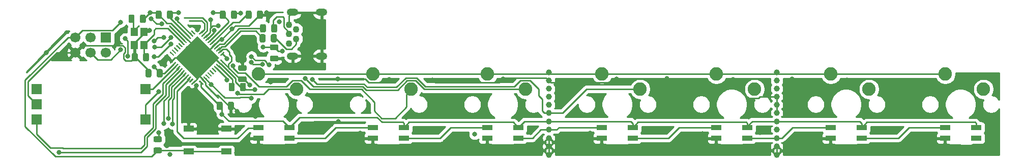
<source format=gbr>
%TF.GenerationSoftware,KiCad,Pcbnew,(5.1.6)-1*%
%TF.CreationDate,2022-02-11T00:07:08-06:00*%
%TF.ProjectId,Pikatea Macropad GB4,50696b61-7465-4612-904d-6163726f7061,rev?*%
%TF.SameCoordinates,Original*%
%TF.FileFunction,Copper,L1,Top*%
%TF.FilePolarity,Positive*%
%FSLAX46Y46*%
G04 Gerber Fmt 4.6, Leading zero omitted, Abs format (unit mm)*
G04 Created by KiCad (PCBNEW (5.1.6)-1) date 2022-02-11 00:07:08*
%MOMM*%
%LPD*%
G01*
G04 APERTURE LIST*
%TA.AperFunction,SMDPad,CuDef*%
%ADD10R,1.800000X0.820000*%
%TD*%
%TA.AperFunction,ComponentPad*%
%ADD11C,1.000000*%
%TD*%
%TA.AperFunction,ComponentPad*%
%ADD12C,2.250000*%
%TD*%
%TA.AperFunction,ViaPad*%
%ADD13C,0.500000*%
%TD*%
%TA.AperFunction,SMDPad,CuDef*%
%ADD14C,0.100000*%
%TD*%
%TA.AperFunction,ComponentPad*%
%ADD15C,1.700000*%
%TD*%
%TA.AperFunction,ComponentPad*%
%ADD16R,1.700000X1.700000*%
%TD*%
%TA.AperFunction,SMDPad,CuDef*%
%ADD17R,1.700000X1.000000*%
%TD*%
%TA.AperFunction,ComponentPad*%
%ADD18O,1.900000X1.200000*%
%TD*%
%TA.AperFunction,ComponentPad*%
%ADD19C,1.100000*%
%TD*%
%TA.AperFunction,SMDPad,CuDef*%
%ADD20R,1.200000X1.400000*%
%TD*%
%TA.AperFunction,ViaPad*%
%ADD21C,0.800000*%
%TD*%
%TA.AperFunction,Conductor*%
%ADD22C,0.250000*%
%TD*%
%TA.AperFunction,Conductor*%
%ADD23C,0.254000*%
%TD*%
G04 APERTURE END LIST*
D10*
%TO.P,D5,3*%
%TO.N,VBUS*%
X209650000Y-108770000D03*
%TO.P,D5,2*%
%TO.N,GND*%
X204450000Y-110570000D03*
%TO.P,D5,4*%
%TO.N,Net-(D4-Pad1)*%
X204450000Y-108770000D03*
%TO.P,D5,1*%
%TO.N,Net-(D5-Pad1)*%
X209650000Y-110570000D03*
%TD*%
%TO.P,D7,3*%
%TO.N,VBUS*%
X247750000Y-108770000D03*
%TO.P,D7,2*%
%TO.N,GND*%
X242550000Y-110570000D03*
%TO.P,D7,4*%
%TO.N,Net-(D6-Pad1)*%
X242550000Y-108770000D03*
%TO.P,D7,1*%
%TO.N,Net-(D7-Pad1)*%
X247750000Y-110570000D03*
%TD*%
%TO.P,D6,3*%
%TO.N,VBUS*%
X228700000Y-108770000D03*
%TO.P,D6,2*%
%TO.N,GND*%
X223500000Y-110570000D03*
%TO.P,D6,4*%
%TO.N,Net-(D5-Pad1)*%
X223500000Y-108770000D03*
%TO.P,D6,1*%
%TO.N,Net-(D6-Pad1)*%
X228700000Y-110570000D03*
%TD*%
%TO.P,D4,3*%
%TO.N,VBUS*%
X190600000Y-108770000D03*
%TO.P,D4,2*%
%TO.N,GND*%
X185400000Y-110570000D03*
%TO.P,D4,4*%
%TO.N,Net-(D3-Pad1)*%
X185400000Y-108770000D03*
%TO.P,D4,1*%
%TO.N,Net-(D4-Pad1)*%
X190600000Y-110570000D03*
%TD*%
%TO.P,D3,3*%
%TO.N,VBUS*%
X171550000Y-108770000D03*
%TO.P,D3,2*%
%TO.N,GND*%
X166350000Y-110570000D03*
%TO.P,D3,4*%
%TO.N,Net-(D2-Pad1)*%
X166350000Y-108770000D03*
%TO.P,D3,1*%
%TO.N,Net-(D3-Pad1)*%
X171550000Y-110570000D03*
%TD*%
%TO.P,D2,3*%
%TO.N,VBUS*%
X152500000Y-108770000D03*
%TO.P,D2,2*%
%TO.N,GND*%
X147300000Y-110570000D03*
%TO.P,D2,4*%
%TO.N,Net-(D1-Pad1)*%
X147300000Y-108770000D03*
%TO.P,D2,1*%
%TO.N,Net-(D2-Pad1)*%
X152500000Y-110570000D03*
%TD*%
%TO.P,D1,3*%
%TO.N,VBUS*%
X133450000Y-108770000D03*
%TO.P,D1,2*%
%TO.N,GND*%
X128250000Y-110570000D03*
%TO.P,D1,4*%
%TO.N,/31*%
X128250000Y-108770000D03*
%TO.P,D1,1*%
%TO.N,Net-(D1-Pad1)*%
X133450000Y-110570000D03*
%TD*%
D11*
%TO.P,J4,11*%
%TO.N,GND*%
X214550000Y-113350000D03*
%TO.P,J4,1*%
%TO.N,/A0*%
X214550000Y-99600000D03*
%TO.P,J4,2*%
%TO.N,/CS*%
X214550000Y-100950000D03*
%TO.P,J4,3*%
%TO.N,/29*%
X214550000Y-102300000D03*
%TO.P,J4,4*%
%TO.N,GND*%
X214550000Y-103650000D03*
%TO.P,J4,5*%
X214550000Y-105000000D03*
%TO.P,J4,10*%
X214550000Y-111950000D03*
%TO.P,J4,9*%
%TO.N,Net-(D5-Pad1)*%
X214550000Y-110550000D03*
%TO.P,J4,8*%
%TO.N,GND*%
X214550000Y-109150000D03*
%TO.P,J4,7*%
%TO.N,VBUS*%
X214550000Y-107750000D03*
%TO.P,J4,6*%
%TO.N,GND*%
X214550000Y-106350000D03*
%TD*%
%TO.P,J3,11*%
%TO.N,GND*%
X176600000Y-113350000D03*
%TO.P,J3,1*%
%TO.N,/A0*%
X176600000Y-99600000D03*
%TO.P,J3,2*%
%TO.N,GND*%
X176600000Y-100950000D03*
%TO.P,J3,3*%
%TO.N,/CS*%
X176600000Y-102300000D03*
%TO.P,J3,4*%
%TO.N,/29*%
X176600000Y-103650000D03*
%TO.P,J3,5*%
%TO.N,/28*%
X176600000Y-105000000D03*
%TO.P,J3,10*%
%TO.N,GND*%
X176600000Y-111950000D03*
%TO.P,J3,9*%
X176600000Y-110550000D03*
%TO.P,J3,8*%
%TO.N,Net-(D3-Pad1)*%
X176600000Y-109150000D03*
%TO.P,J3,7*%
%TO.N,VBUS*%
X176600000Y-107750000D03*
%TO.P,J3,6*%
%TO.N,/D8*%
X176600000Y-106350000D03*
%TD*%
D12*
%TO.P,MX7,2*%
%TO.N,/A0*%
X242610000Y-99840000D03*
%TO.P,MX7,1*%
%TO.N,/CS*%
X248960000Y-102380000D03*
%TD*%
%TO.P,MX6,2*%
%TO.N,/A0*%
X223560000Y-99840000D03*
%TO.P,MX6,1*%
%TO.N,/29*%
X229910000Y-102380000D03*
%TD*%
%TO.P,R5,2*%
%TO.N,Net-(R5-Pad2)*%
%TA.AperFunction,SMDPad,CuDef*%
G36*
G01*
X129450000Y-93393750D02*
X129450000Y-94306250D01*
G75*
G02*
X129206250Y-94550000I-243750J0D01*
G01*
X128718750Y-94550000D01*
G75*
G02*
X128475000Y-94306250I0J243750D01*
G01*
X128475000Y-93393750D01*
G75*
G02*
X128718750Y-93150000I243750J0D01*
G01*
X129206250Y-93150000D01*
G75*
G02*
X129450000Y-93393750I0J-243750D01*
G01*
G37*
%TD.AperFunction*%
%TO.P,R5,1*%
%TO.N,/D-*%
%TA.AperFunction,SMDPad,CuDef*%
G36*
G01*
X131325000Y-93393750D02*
X131325000Y-94306250D01*
G75*
G02*
X131081250Y-94550000I-243750J0D01*
G01*
X130593750Y-94550000D01*
G75*
G02*
X130350000Y-94306250I0J243750D01*
G01*
X130350000Y-93393750D01*
G75*
G02*
X130593750Y-93150000I243750J0D01*
G01*
X131081250Y-93150000D01*
G75*
G02*
X131325000Y-93393750I0J-243750D01*
G01*
G37*
%TD.AperFunction*%
%TD*%
%TO.P,R4,2*%
%TO.N,Net-(R4-Pad2)*%
%TA.AperFunction,SMDPad,CuDef*%
G36*
G01*
X129512500Y-91733750D02*
X129512500Y-92646250D01*
G75*
G02*
X129268750Y-92890000I-243750J0D01*
G01*
X128781250Y-92890000D01*
G75*
G02*
X128537500Y-92646250I0J243750D01*
G01*
X128537500Y-91733750D01*
G75*
G02*
X128781250Y-91490000I243750J0D01*
G01*
X129268750Y-91490000D01*
G75*
G02*
X129512500Y-91733750I0J-243750D01*
G01*
G37*
%TD.AperFunction*%
%TO.P,R4,1*%
%TO.N,/D+*%
%TA.AperFunction,SMDPad,CuDef*%
G36*
G01*
X131387500Y-91733750D02*
X131387500Y-92646250D01*
G75*
G02*
X131143750Y-92890000I-243750J0D01*
G01*
X130656250Y-92890000D01*
G75*
G02*
X130412500Y-92646250I0J243750D01*
G01*
X130412500Y-91733750D01*
G75*
G02*
X130656250Y-91490000I243750J0D01*
G01*
X131143750Y-91490000D01*
G75*
G02*
X131387500Y-91733750I0J-243750D01*
G01*
G37*
%TD.AperFunction*%
%TD*%
%TO.P,R3,2*%
%TO.N,/RESET*%
%TA.AperFunction,SMDPad,CuDef*%
G36*
G01*
X111049750Y-112131500D02*
X111962250Y-112131500D01*
G75*
G02*
X112206000Y-112375250I0J-243750D01*
G01*
X112206000Y-112862750D01*
G75*
G02*
X111962250Y-113106500I-243750J0D01*
G01*
X111049750Y-113106500D01*
G75*
G02*
X110806000Y-112862750I0J243750D01*
G01*
X110806000Y-112375250D01*
G75*
G02*
X111049750Y-112131500I243750J0D01*
G01*
G37*
%TD.AperFunction*%
%TO.P,R3,1*%
%TO.N,VBUS*%
%TA.AperFunction,SMDPad,CuDef*%
G36*
G01*
X111049750Y-110256500D02*
X111962250Y-110256500D01*
G75*
G02*
X112206000Y-110500250I0J-243750D01*
G01*
X112206000Y-110987750D01*
G75*
G02*
X111962250Y-111231500I-243750J0D01*
G01*
X111049750Y-111231500D01*
G75*
G02*
X110806000Y-110987750I0J243750D01*
G01*
X110806000Y-110500250D01*
G75*
G02*
X111049750Y-110256500I243750J0D01*
G01*
G37*
%TD.AperFunction*%
%TD*%
%TO.P,C10,2*%
%TO.N,GND*%
%TA.AperFunction,SMDPad,CuDef*%
G36*
G01*
X125212500Y-102456250D02*
X125212500Y-101543750D01*
G75*
G02*
X125456250Y-101300000I243750J0D01*
G01*
X125943750Y-101300000D01*
G75*
G02*
X126187500Y-101543750I0J-243750D01*
G01*
X126187500Y-102456250D01*
G75*
G02*
X125943750Y-102700000I-243750J0D01*
G01*
X125456250Y-102700000D01*
G75*
G02*
X125212500Y-102456250I0J243750D01*
G01*
G37*
%TD.AperFunction*%
%TO.P,C10,1*%
%TO.N,Net-(C10-Pad1)*%
%TA.AperFunction,SMDPad,CuDef*%
G36*
G01*
X123337500Y-102456250D02*
X123337500Y-101543750D01*
G75*
G02*
X123581250Y-101300000I243750J0D01*
G01*
X124068750Y-101300000D01*
G75*
G02*
X124312500Y-101543750I0J-243750D01*
G01*
X124312500Y-102456250D01*
G75*
G02*
X124068750Y-102700000I-243750J0D01*
G01*
X123581250Y-102700000D01*
G75*
G02*
X123337500Y-102456250I0J243750D01*
G01*
G37*
%TD.AperFunction*%
%TD*%
%TO.P,C9,2*%
%TO.N,GND*%
%TA.AperFunction,SMDPad,CuDef*%
G36*
G01*
X128036500Y-90372250D02*
X128036500Y-89459750D01*
G75*
G02*
X128280250Y-89216000I243750J0D01*
G01*
X128767750Y-89216000D01*
G75*
G02*
X129011500Y-89459750I0J-243750D01*
G01*
X129011500Y-90372250D01*
G75*
G02*
X128767750Y-90616000I-243750J0D01*
G01*
X128280250Y-90616000D01*
G75*
G02*
X128036500Y-90372250I0J243750D01*
G01*
G37*
%TD.AperFunction*%
%TO.P,C9,1*%
%TO.N,Net-(C9-Pad1)*%
%TA.AperFunction,SMDPad,CuDef*%
G36*
G01*
X126161500Y-90372250D02*
X126161500Y-89459750D01*
G75*
G02*
X126405250Y-89216000I243750J0D01*
G01*
X126892750Y-89216000D01*
G75*
G02*
X127136500Y-89459750I0J-243750D01*
G01*
X127136500Y-90372250D01*
G75*
G02*
X126892750Y-90616000I-243750J0D01*
G01*
X126405250Y-90616000D01*
G75*
G02*
X126161500Y-90372250I0J243750D01*
G01*
G37*
%TD.AperFunction*%
%TD*%
%TO.P,C8,2*%
%TO.N,GND*%
%TA.AperFunction,SMDPad,CuDef*%
G36*
G01*
X108550000Y-91056250D02*
X108550000Y-90143750D01*
G75*
G02*
X108793750Y-89900000I243750J0D01*
G01*
X109281250Y-89900000D01*
G75*
G02*
X109525000Y-90143750I0J-243750D01*
G01*
X109525000Y-91056250D01*
G75*
G02*
X109281250Y-91300000I-243750J0D01*
G01*
X108793750Y-91300000D01*
G75*
G02*
X108550000Y-91056250I0J243750D01*
G01*
G37*
%TD.AperFunction*%
%TO.P,C8,1*%
%TO.N,Net-(C8-Pad1)*%
%TA.AperFunction,SMDPad,CuDef*%
G36*
G01*
X106675000Y-91056250D02*
X106675000Y-90143750D01*
G75*
G02*
X106918750Y-89900000I243750J0D01*
G01*
X107406250Y-89900000D01*
G75*
G02*
X107650000Y-90143750I0J-243750D01*
G01*
X107650000Y-91056250D01*
G75*
G02*
X107406250Y-91300000I-243750J0D01*
G01*
X106918750Y-91300000D01*
G75*
G02*
X106675000Y-91056250I0J243750D01*
G01*
G37*
%TD.AperFunction*%
%TD*%
%TO.P,C7,2*%
%TO.N,GND*%
%TA.AperFunction,SMDPad,CuDef*%
G36*
G01*
X108183500Y-96571750D02*
X108183500Y-97484250D01*
G75*
G02*
X107939750Y-97728000I-243750J0D01*
G01*
X107452250Y-97728000D01*
G75*
G02*
X107208500Y-97484250I0J243750D01*
G01*
X107208500Y-96571750D01*
G75*
G02*
X107452250Y-96328000I243750J0D01*
G01*
X107939750Y-96328000D01*
G75*
G02*
X108183500Y-96571750I0J-243750D01*
G01*
G37*
%TD.AperFunction*%
%TO.P,C7,1*%
%TO.N,Net-(C7-Pad1)*%
%TA.AperFunction,SMDPad,CuDef*%
G36*
G01*
X110058500Y-96571750D02*
X110058500Y-97484250D01*
G75*
G02*
X109814750Y-97728000I-243750J0D01*
G01*
X109327250Y-97728000D01*
G75*
G02*
X109083500Y-97484250I0J243750D01*
G01*
X109083500Y-96571750D01*
G75*
G02*
X109327250Y-96328000I243750J0D01*
G01*
X109814750Y-96328000D01*
G75*
G02*
X110058500Y-96571750I0J-243750D01*
G01*
G37*
%TD.AperFunction*%
%TD*%
%TO.P,C5,2*%
%TO.N,GND*%
%TA.AperFunction,SMDPad,CuDef*%
G36*
G01*
X123210500Y-105612250D02*
X123210500Y-104699750D01*
G75*
G02*
X123454250Y-104456000I243750J0D01*
G01*
X123941750Y-104456000D01*
G75*
G02*
X124185500Y-104699750I0J-243750D01*
G01*
X124185500Y-105612250D01*
G75*
G02*
X123941750Y-105856000I-243750J0D01*
G01*
X123454250Y-105856000D01*
G75*
G02*
X123210500Y-105612250I0J243750D01*
G01*
G37*
%TD.AperFunction*%
%TO.P,C5,1*%
%TO.N,VBUS*%
%TA.AperFunction,SMDPad,CuDef*%
G36*
G01*
X121335500Y-105612250D02*
X121335500Y-104699750D01*
G75*
G02*
X121579250Y-104456000I243750J0D01*
G01*
X122066750Y-104456000D01*
G75*
G02*
X122310500Y-104699750I0J-243750D01*
G01*
X122310500Y-105612250D01*
G75*
G02*
X122066750Y-105856000I-243750J0D01*
G01*
X121579250Y-105856000D01*
G75*
G02*
X121335500Y-105612250I0J243750D01*
G01*
G37*
%TD.AperFunction*%
%TD*%
%TO.P,C4,2*%
%TO.N,GND*%
%TA.AperFunction,SMDPad,CuDef*%
G36*
G01*
X126056250Y-99312500D02*
X125143750Y-99312500D01*
G75*
G02*
X124900000Y-99068750I0J243750D01*
G01*
X124900000Y-98581250D01*
G75*
G02*
X125143750Y-98337500I243750J0D01*
G01*
X126056250Y-98337500D01*
G75*
G02*
X126300000Y-98581250I0J-243750D01*
G01*
X126300000Y-99068750D01*
G75*
G02*
X126056250Y-99312500I-243750J0D01*
G01*
G37*
%TD.AperFunction*%
%TO.P,C4,1*%
%TO.N,VBUS*%
%TA.AperFunction,SMDPad,CuDef*%
G36*
G01*
X126056250Y-101187500D02*
X125143750Y-101187500D01*
G75*
G02*
X124900000Y-100943750I0J243750D01*
G01*
X124900000Y-100456250D01*
G75*
G02*
X125143750Y-100212500I243750J0D01*
G01*
X126056250Y-100212500D01*
G75*
G02*
X126300000Y-100456250I0J-243750D01*
G01*
X126300000Y-100943750D01*
G75*
G02*
X126056250Y-101187500I-243750J0D01*
G01*
G37*
%TD.AperFunction*%
%TD*%
%TO.P,C3,2*%
%TO.N,GND*%
%TA.AperFunction,SMDPad,CuDef*%
G36*
G01*
X110462500Y-99243750D02*
X110462500Y-100156250D01*
G75*
G02*
X110218750Y-100400000I-243750J0D01*
G01*
X109731250Y-100400000D01*
G75*
G02*
X109487500Y-100156250I0J243750D01*
G01*
X109487500Y-99243750D01*
G75*
G02*
X109731250Y-99000000I243750J0D01*
G01*
X110218750Y-99000000D01*
G75*
G02*
X110462500Y-99243750I0J-243750D01*
G01*
G37*
%TD.AperFunction*%
%TO.P,C3,1*%
%TO.N,VBUS*%
%TA.AperFunction,SMDPad,CuDef*%
G36*
G01*
X112337500Y-99243750D02*
X112337500Y-100156250D01*
G75*
G02*
X112093750Y-100400000I-243750J0D01*
G01*
X111606250Y-100400000D01*
G75*
G02*
X111362500Y-100156250I0J243750D01*
G01*
X111362500Y-99243750D01*
G75*
G02*
X111606250Y-99000000I243750J0D01*
G01*
X112093750Y-99000000D01*
G75*
G02*
X112337500Y-99243750I0J-243750D01*
G01*
G37*
%TD.AperFunction*%
%TD*%
%TO.P,C2,2*%
%TO.N,GND*%
%TA.AperFunction,SMDPad,CuDef*%
G36*
G01*
X123718500Y-90372250D02*
X123718500Y-89459750D01*
G75*
G02*
X123962250Y-89216000I243750J0D01*
G01*
X124449750Y-89216000D01*
G75*
G02*
X124693500Y-89459750I0J-243750D01*
G01*
X124693500Y-90372250D01*
G75*
G02*
X124449750Y-90616000I-243750J0D01*
G01*
X123962250Y-90616000D01*
G75*
G02*
X123718500Y-90372250I0J243750D01*
G01*
G37*
%TD.AperFunction*%
%TO.P,C2,1*%
%TO.N,VBUS*%
%TA.AperFunction,SMDPad,CuDef*%
G36*
G01*
X121843500Y-90372250D02*
X121843500Y-89459750D01*
G75*
G02*
X122087250Y-89216000I243750J0D01*
G01*
X122574750Y-89216000D01*
G75*
G02*
X122818500Y-89459750I0J-243750D01*
G01*
X122818500Y-90372250D01*
G75*
G02*
X122574750Y-90616000I-243750J0D01*
G01*
X122087250Y-90616000D01*
G75*
G02*
X121843500Y-90372250I0J243750D01*
G01*
G37*
%TD.AperFunction*%
%TD*%
%TO.P,C1,2*%
%TO.N,GND*%
%TA.AperFunction,SMDPad,CuDef*%
G36*
G01*
X112150500Y-89459750D02*
X112150500Y-90372250D01*
G75*
G02*
X111906750Y-90616000I-243750J0D01*
G01*
X111419250Y-90616000D01*
G75*
G02*
X111175500Y-90372250I0J243750D01*
G01*
X111175500Y-89459750D01*
G75*
G02*
X111419250Y-89216000I243750J0D01*
G01*
X111906750Y-89216000D01*
G75*
G02*
X112150500Y-89459750I0J-243750D01*
G01*
G37*
%TD.AperFunction*%
%TO.P,C1,1*%
%TO.N,VBUS*%
%TA.AperFunction,SMDPad,CuDef*%
G36*
G01*
X114025500Y-89459750D02*
X114025500Y-90372250D01*
G75*
G02*
X113781750Y-90616000I-243750J0D01*
G01*
X113294250Y-90616000D01*
G75*
G02*
X113050500Y-90372250I0J243750D01*
G01*
X113050500Y-89459750D01*
G75*
G02*
X113294250Y-89216000I243750J0D01*
G01*
X113781750Y-89216000D01*
G75*
G02*
X114025500Y-89459750I0J-243750D01*
G01*
G37*
%TD.AperFunction*%
%TD*%
%TO.P,C6,1*%
%TO.N,VBUS*%
%TA.AperFunction,SMDPad,CuDef*%
G36*
G01*
X130443750Y-94862500D02*
X131356250Y-94862500D01*
G75*
G02*
X131600000Y-95106250I0J-243750D01*
G01*
X131600000Y-95593750D01*
G75*
G02*
X131356250Y-95837500I-243750J0D01*
G01*
X130443750Y-95837500D01*
G75*
G02*
X130200000Y-95593750I0J243750D01*
G01*
X130200000Y-95106250D01*
G75*
G02*
X130443750Y-94862500I243750J0D01*
G01*
G37*
%TD.AperFunction*%
%TO.P,C6,2*%
%TO.N,GND*%
%TA.AperFunction,SMDPad,CuDef*%
G36*
G01*
X130443750Y-96737500D02*
X131356250Y-96737500D01*
G75*
G02*
X131600000Y-96981250I0J-243750D01*
G01*
X131600000Y-97468750D01*
G75*
G02*
X131356250Y-97712500I-243750J0D01*
G01*
X130443750Y-97712500D01*
G75*
G02*
X130200000Y-97468750I0J243750D01*
G01*
X130200000Y-96981250D01*
G75*
G02*
X130443750Y-96737500I243750J0D01*
G01*
G37*
%TD.AperFunction*%
%TD*%
D13*
%TO.N,GND*%
%TO.C,U1*%
X114801953Y-97090000D03*
X115623965Y-96267988D03*
X116445977Y-95445977D03*
X117267988Y-94623965D03*
X118090000Y-93801953D03*
X115623965Y-97912012D03*
X116445977Y-97090000D03*
X117267988Y-96267988D03*
X118090000Y-95445977D03*
X118912012Y-94623965D03*
X116445977Y-98734023D03*
X117267988Y-97912012D03*
X118090000Y-97090000D03*
X118912012Y-96267988D03*
X119734023Y-95445977D03*
X117267988Y-99556035D03*
X118090000Y-98734023D03*
X118912012Y-97912012D03*
X119734023Y-97090000D03*
X120556035Y-96267988D03*
X118090000Y-100378047D03*
X118912012Y-99556035D03*
X119734023Y-98734023D03*
X120556035Y-97912012D03*
X121378047Y-97090000D03*
%TA.AperFunction,SMDPad,CuDef*%
D14*
%TD*%
%TO.P,U1,45*%
%TO.N,GND*%
G36*
X118090000Y-93448400D02*
G01*
X121731600Y-97090000D01*
X118090000Y-100731600D01*
X114448400Y-97090000D01*
X118090000Y-93448400D01*
G37*
%TD.AperFunction*%
%TO.P,U1,44*%
%TO.N,VBUS*%
%TA.AperFunction,SMDPad,CuDef*%
G36*
G01*
X122111670Y-97399360D02*
X122642000Y-97929690D01*
G75*
G02*
X122642000Y-98018078I-44194J-44194D01*
G01*
X122553612Y-98106466D01*
G75*
G02*
X122465224Y-98106466I-44194J44194D01*
G01*
X121934894Y-97576136D01*
G75*
G02*
X121934894Y-97487748I44194J44194D01*
G01*
X122023282Y-97399360D01*
G75*
G02*
X122111670Y-97399360I44194J-44194D01*
G01*
G37*
%TD.AperFunction*%
%TO.P,U1,43*%
%TO.N,GND*%
%TA.AperFunction,SMDPad,CuDef*%
G36*
G01*
X121758116Y-97752913D02*
X122288446Y-98283243D01*
G75*
G02*
X122288446Y-98371631I-44194J-44194D01*
G01*
X122200058Y-98460019D01*
G75*
G02*
X122111670Y-98460019I-44194J44194D01*
G01*
X121581340Y-97929689D01*
G75*
G02*
X121581340Y-97841301I44194J44194D01*
G01*
X121669728Y-97752913D01*
G75*
G02*
X121758116Y-97752913I44194J-44194D01*
G01*
G37*
%TD.AperFunction*%
%TO.P,U1,42*%
%TO.N,Net-(C10-Pad1)*%
%TA.AperFunction,SMDPad,CuDef*%
G36*
G01*
X121404563Y-98106466D02*
X121934893Y-98636796D01*
G75*
G02*
X121934893Y-98725184I-44194J-44194D01*
G01*
X121846505Y-98813572D01*
G75*
G02*
X121758117Y-98813572I-44194J44194D01*
G01*
X121227787Y-98283242D01*
G75*
G02*
X121227787Y-98194854I44194J44194D01*
G01*
X121316175Y-98106466D01*
G75*
G02*
X121404563Y-98106466I44194J-44194D01*
G01*
G37*
%TD.AperFunction*%
%TO.P,U1,41*%
%TO.N,/D5*%
%TA.AperFunction,SMDPad,CuDef*%
G36*
G01*
X121051009Y-98460020D02*
X121581339Y-98990350D01*
G75*
G02*
X121581339Y-99078738I-44194J-44194D01*
G01*
X121492951Y-99167126D01*
G75*
G02*
X121404563Y-99167126I-44194J44194D01*
G01*
X120874233Y-98636796D01*
G75*
G02*
X120874233Y-98548408I44194J44194D01*
G01*
X120962621Y-98460020D01*
G75*
G02*
X121051009Y-98460020I44194J-44194D01*
G01*
G37*
%TD.AperFunction*%
%TO.P,U1,40*%
%TO.N,/D1*%
%TA.AperFunction,SMDPad,CuDef*%
G36*
G01*
X120697456Y-98813573D02*
X121227786Y-99343903D01*
G75*
G02*
X121227786Y-99432291I-44194J-44194D01*
G01*
X121139398Y-99520679D01*
G75*
G02*
X121051010Y-99520679I-44194J44194D01*
G01*
X120520680Y-98990349D01*
G75*
G02*
X120520680Y-98901961I44194J44194D01*
G01*
X120609068Y-98813573D01*
G75*
G02*
X120697456Y-98813573I44194J-44194D01*
G01*
G37*
%TD.AperFunction*%
%TO.P,U1,39*%
%TO.N,Net-(U1-Pad39)*%
%TA.AperFunction,SMDPad,CuDef*%
G36*
G01*
X120343903Y-99167127D02*
X120874233Y-99697457D01*
G75*
G02*
X120874233Y-99785845I-44194J-44194D01*
G01*
X120785845Y-99874233D01*
G75*
G02*
X120697457Y-99874233I-44194J44194D01*
G01*
X120167127Y-99343903D01*
G75*
G02*
X120167127Y-99255515I44194J44194D01*
G01*
X120255515Y-99167127D01*
G75*
G02*
X120343903Y-99167127I44194J-44194D01*
G01*
G37*
%TD.AperFunction*%
%TO.P,U1,38*%
%TO.N,Net-(U1-Pad38)*%
%TA.AperFunction,SMDPad,CuDef*%
G36*
G01*
X119990349Y-99520680D02*
X120520679Y-100051010D01*
G75*
G02*
X120520679Y-100139398I-44194J-44194D01*
G01*
X120432291Y-100227786D01*
G75*
G02*
X120343903Y-100227786I-44194J44194D01*
G01*
X119813573Y-99697456D01*
G75*
G02*
X119813573Y-99609068I44194J44194D01*
G01*
X119901961Y-99520680D01*
G75*
G02*
X119990349Y-99520680I44194J-44194D01*
G01*
G37*
%TD.AperFunction*%
%TO.P,U1,37*%
%TO.N,Net-(U1-Pad37)*%
%TA.AperFunction,SMDPad,CuDef*%
G36*
G01*
X119636796Y-99874233D02*
X120167126Y-100404563D01*
G75*
G02*
X120167126Y-100492951I-44194J-44194D01*
G01*
X120078738Y-100581339D01*
G75*
G02*
X119990350Y-100581339I-44194J44194D01*
G01*
X119460020Y-100051009D01*
G75*
G02*
X119460020Y-99962621I44194J44194D01*
G01*
X119548408Y-99874233D01*
G75*
G02*
X119636796Y-99874233I44194J-44194D01*
G01*
G37*
%TD.AperFunction*%
%TO.P,U1,36*%
%TO.N,/A0*%
%TA.AperFunction,SMDPad,CuDef*%
G36*
G01*
X119283242Y-100227787D02*
X119813572Y-100758117D01*
G75*
G02*
X119813572Y-100846505I-44194J-44194D01*
G01*
X119725184Y-100934893D01*
G75*
G02*
X119636796Y-100934893I-44194J44194D01*
G01*
X119106466Y-100404563D01*
G75*
G02*
X119106466Y-100316175I44194J44194D01*
G01*
X119194854Y-100227787D01*
G75*
G02*
X119283242Y-100227787I44194J-44194D01*
G01*
G37*
%TD.AperFunction*%
%TO.P,U1,35*%
%TO.N,GND*%
%TA.AperFunction,SMDPad,CuDef*%
G36*
G01*
X118929689Y-100581340D02*
X119460019Y-101111670D01*
G75*
G02*
X119460019Y-101200058I-44194J-44194D01*
G01*
X119371631Y-101288446D01*
G75*
G02*
X119283243Y-101288446I-44194J44194D01*
G01*
X118752913Y-100758116D01*
G75*
G02*
X118752913Y-100669728I44194J44194D01*
G01*
X118841301Y-100581340D01*
G75*
G02*
X118929689Y-100581340I44194J-44194D01*
G01*
G37*
%TD.AperFunction*%
%TO.P,U1,34*%
%TO.N,VBUS*%
%TA.AperFunction,SMDPad,CuDef*%
G36*
G01*
X118576136Y-100934894D02*
X119106466Y-101465224D01*
G75*
G02*
X119106466Y-101553612I-44194J-44194D01*
G01*
X119018078Y-101642000D01*
G75*
G02*
X118929690Y-101642000I-44194J44194D01*
G01*
X118399360Y-101111670D01*
G75*
G02*
X118399360Y-101023282I44194J44194D01*
G01*
X118487748Y-100934894D01*
G75*
G02*
X118576136Y-100934894I44194J-44194D01*
G01*
G37*
%TD.AperFunction*%
%TO.P,U1,33*%
%TO.N,GND*%
%TA.AperFunction,SMDPad,CuDef*%
G36*
G01*
X117692252Y-100934894D02*
X117780640Y-101023282D01*
G75*
G02*
X117780640Y-101111670I-44194J-44194D01*
G01*
X117250310Y-101642000D01*
G75*
G02*
X117161922Y-101642000I-44194J44194D01*
G01*
X117073534Y-101553612D01*
G75*
G02*
X117073534Y-101465224I44194J44194D01*
G01*
X117603864Y-100934894D01*
G75*
G02*
X117692252Y-100934894I44194J-44194D01*
G01*
G37*
%TD.AperFunction*%
%TO.P,U1,32*%
%TO.N,/D13*%
%TA.AperFunction,SMDPad,CuDef*%
G36*
G01*
X117338699Y-100581340D02*
X117427087Y-100669728D01*
G75*
G02*
X117427087Y-100758116I-44194J-44194D01*
G01*
X116896757Y-101288446D01*
G75*
G02*
X116808369Y-101288446I-44194J44194D01*
G01*
X116719981Y-101200058D01*
G75*
G02*
X116719981Y-101111670I44194J44194D01*
G01*
X117250311Y-100581340D01*
G75*
G02*
X117338699Y-100581340I44194J-44194D01*
G01*
G37*
%TD.AperFunction*%
%TO.P,U1,31*%
%TO.N,/31*%
%TA.AperFunction,SMDPad,CuDef*%
G36*
G01*
X116985146Y-100227787D02*
X117073534Y-100316175D01*
G75*
G02*
X117073534Y-100404563I-44194J-44194D01*
G01*
X116543204Y-100934893D01*
G75*
G02*
X116454816Y-100934893I-44194J44194D01*
G01*
X116366428Y-100846505D01*
G75*
G02*
X116366428Y-100758117I44194J44194D01*
G01*
X116896758Y-100227787D01*
G75*
G02*
X116985146Y-100227787I44194J-44194D01*
G01*
G37*
%TD.AperFunction*%
%TO.P,U1,30*%
%TO.N,/CS*%
%TA.AperFunction,SMDPad,CuDef*%
G36*
G01*
X116631592Y-99874233D02*
X116719980Y-99962621D01*
G75*
G02*
X116719980Y-100051009I-44194J-44194D01*
G01*
X116189650Y-100581339D01*
G75*
G02*
X116101262Y-100581339I-44194J44194D01*
G01*
X116012874Y-100492951D01*
G75*
G02*
X116012874Y-100404563I44194J44194D01*
G01*
X116543204Y-99874233D01*
G75*
G02*
X116631592Y-99874233I44194J-44194D01*
G01*
G37*
%TD.AperFunction*%
%TO.P,U1,29*%
%TO.N,/29*%
%TA.AperFunction,SMDPad,CuDef*%
G36*
G01*
X116278039Y-99520680D02*
X116366427Y-99609068D01*
G75*
G02*
X116366427Y-99697456I-44194J-44194D01*
G01*
X115836097Y-100227786D01*
G75*
G02*
X115747709Y-100227786I-44194J44194D01*
G01*
X115659321Y-100139398D01*
G75*
G02*
X115659321Y-100051010I44194J44194D01*
G01*
X116189651Y-99520680D01*
G75*
G02*
X116278039Y-99520680I44194J-44194D01*
G01*
G37*
%TD.AperFunction*%
%TO.P,U1,28*%
%TO.N,/28*%
%TA.AperFunction,SMDPad,CuDef*%
G36*
G01*
X115924485Y-99167127D02*
X116012873Y-99255515D01*
G75*
G02*
X116012873Y-99343903I-44194J-44194D01*
G01*
X115482543Y-99874233D01*
G75*
G02*
X115394155Y-99874233I-44194J44194D01*
G01*
X115305767Y-99785845D01*
G75*
G02*
X115305767Y-99697457I44194J44194D01*
G01*
X115836097Y-99167127D01*
G75*
G02*
X115924485Y-99167127I44194J-44194D01*
G01*
G37*
%TD.AperFunction*%
%TO.P,U1,27*%
%TO.N,/D6*%
%TA.AperFunction,SMDPad,CuDef*%
G36*
G01*
X115570932Y-98813573D02*
X115659320Y-98901961D01*
G75*
G02*
X115659320Y-98990349I-44194J-44194D01*
G01*
X115128990Y-99520679D01*
G75*
G02*
X115040602Y-99520679I-44194J44194D01*
G01*
X114952214Y-99432291D01*
G75*
G02*
X114952214Y-99343903I44194J44194D01*
G01*
X115482544Y-98813573D01*
G75*
G02*
X115570932Y-98813573I44194J-44194D01*
G01*
G37*
%TD.AperFunction*%
%TO.P,U1,26*%
%TO.N,/D12*%
%TA.AperFunction,SMDPad,CuDef*%
G36*
G01*
X115217379Y-98460020D02*
X115305767Y-98548408D01*
G75*
G02*
X115305767Y-98636796I-44194J-44194D01*
G01*
X114775437Y-99167126D01*
G75*
G02*
X114687049Y-99167126I-44194J44194D01*
G01*
X114598661Y-99078738D01*
G75*
G02*
X114598661Y-98990350I44194J44194D01*
G01*
X115128991Y-98460020D01*
G75*
G02*
X115217379Y-98460020I44194J-44194D01*
G01*
G37*
%TD.AperFunction*%
%TO.P,U1,25*%
%TO.N,/D4*%
%TA.AperFunction,SMDPad,CuDef*%
G36*
G01*
X114863825Y-98106466D02*
X114952213Y-98194854D01*
G75*
G02*
X114952213Y-98283242I-44194J-44194D01*
G01*
X114421883Y-98813572D01*
G75*
G02*
X114333495Y-98813572I-44194J44194D01*
G01*
X114245107Y-98725184D01*
G75*
G02*
X114245107Y-98636796I44194J44194D01*
G01*
X114775437Y-98106466D01*
G75*
G02*
X114863825Y-98106466I44194J-44194D01*
G01*
G37*
%TD.AperFunction*%
%TO.P,U1,24*%
%TO.N,VBUS*%
%TA.AperFunction,SMDPad,CuDef*%
G36*
G01*
X114510272Y-97752913D02*
X114598660Y-97841301D01*
G75*
G02*
X114598660Y-97929689I-44194J-44194D01*
G01*
X114068330Y-98460019D01*
G75*
G02*
X113979942Y-98460019I-44194J44194D01*
G01*
X113891554Y-98371631D01*
G75*
G02*
X113891554Y-98283243I44194J44194D01*
G01*
X114421884Y-97752913D01*
G75*
G02*
X114510272Y-97752913I44194J-44194D01*
G01*
G37*
%TD.AperFunction*%
%TO.P,U1,23*%
%TO.N,GND*%
%TA.AperFunction,SMDPad,CuDef*%
G36*
G01*
X114156718Y-97399360D02*
X114245106Y-97487748D01*
G75*
G02*
X114245106Y-97576136I-44194J-44194D01*
G01*
X113714776Y-98106466D01*
G75*
G02*
X113626388Y-98106466I-44194J44194D01*
G01*
X113538000Y-98018078D01*
G75*
G02*
X113538000Y-97929690I44194J44194D01*
G01*
X114068330Y-97399360D01*
G75*
G02*
X114156718Y-97399360I44194J-44194D01*
G01*
G37*
%TD.AperFunction*%
%TO.P,U1,22*%
%TO.N,Net-(U1-Pad22)*%
%TA.AperFunction,SMDPad,CuDef*%
G36*
G01*
X113714776Y-96073534D02*
X114245106Y-96603864D01*
G75*
G02*
X114245106Y-96692252I-44194J-44194D01*
G01*
X114156718Y-96780640D01*
G75*
G02*
X114068330Y-96780640I-44194J44194D01*
G01*
X113538000Y-96250310D01*
G75*
G02*
X113538000Y-96161922I44194J44194D01*
G01*
X113626388Y-96073534D01*
G75*
G02*
X113714776Y-96073534I44194J-44194D01*
G01*
G37*
%TD.AperFunction*%
%TO.P,U1,21*%
%TO.N,Net-(U1-Pad21)*%
%TA.AperFunction,SMDPad,CuDef*%
G36*
G01*
X114068330Y-95719981D02*
X114598660Y-96250311D01*
G75*
G02*
X114598660Y-96338699I-44194J-44194D01*
G01*
X114510272Y-96427087D01*
G75*
G02*
X114421884Y-96427087I-44194J44194D01*
G01*
X113891554Y-95896757D01*
G75*
G02*
X113891554Y-95808369I44194J44194D01*
G01*
X113979942Y-95719981D01*
G75*
G02*
X114068330Y-95719981I44194J-44194D01*
G01*
G37*
%TD.AperFunction*%
%TO.P,U1,20*%
%TO.N,Net-(U1-Pad20)*%
%TA.AperFunction,SMDPad,CuDef*%
G36*
G01*
X114421883Y-95366428D02*
X114952213Y-95896758D01*
G75*
G02*
X114952213Y-95985146I-44194J-44194D01*
G01*
X114863825Y-96073534D01*
G75*
G02*
X114775437Y-96073534I-44194J44194D01*
G01*
X114245107Y-95543204D01*
G75*
G02*
X114245107Y-95454816I44194J44194D01*
G01*
X114333495Y-95366428D01*
G75*
G02*
X114421883Y-95366428I44194J-44194D01*
G01*
G37*
%TD.AperFunction*%
%TO.P,U1,19*%
%TO.N,/D2*%
%TA.AperFunction,SMDPad,CuDef*%
G36*
G01*
X114775437Y-95012874D02*
X115305767Y-95543204D01*
G75*
G02*
X115305767Y-95631592I-44194J-44194D01*
G01*
X115217379Y-95719980D01*
G75*
G02*
X115128991Y-95719980I-44194J44194D01*
G01*
X114598661Y-95189650D01*
G75*
G02*
X114598661Y-95101262I44194J44194D01*
G01*
X114687049Y-95012874D01*
G75*
G02*
X114775437Y-95012874I44194J-44194D01*
G01*
G37*
%TD.AperFunction*%
%TO.P,U1,18*%
%TO.N,/D3*%
%TA.AperFunction,SMDPad,CuDef*%
G36*
G01*
X115128990Y-94659321D02*
X115659320Y-95189651D01*
G75*
G02*
X115659320Y-95278039I-44194J-44194D01*
G01*
X115570932Y-95366427D01*
G75*
G02*
X115482544Y-95366427I-44194J44194D01*
G01*
X114952214Y-94836097D01*
G75*
G02*
X114952214Y-94747709I44194J44194D01*
G01*
X115040602Y-94659321D01*
G75*
G02*
X115128990Y-94659321I44194J-44194D01*
G01*
G37*
%TD.AperFunction*%
%TO.P,U1,17*%
%TO.N,Net-(C7-Pad1)*%
%TA.AperFunction,SMDPad,CuDef*%
G36*
G01*
X115482543Y-94305767D02*
X116012873Y-94836097D01*
G75*
G02*
X116012873Y-94924485I-44194J-44194D01*
G01*
X115924485Y-95012873D01*
G75*
G02*
X115836097Y-95012873I-44194J44194D01*
G01*
X115305767Y-94482543D01*
G75*
G02*
X115305767Y-94394155I44194J44194D01*
G01*
X115394155Y-94305767D01*
G75*
G02*
X115482543Y-94305767I44194J-44194D01*
G01*
G37*
%TD.AperFunction*%
%TO.P,U1,16*%
%TO.N,Net-(C8-Pad1)*%
%TA.AperFunction,SMDPad,CuDef*%
G36*
G01*
X115836097Y-93952214D02*
X116366427Y-94482544D01*
G75*
G02*
X116366427Y-94570932I-44194J-44194D01*
G01*
X116278039Y-94659320D01*
G75*
G02*
X116189651Y-94659320I-44194J44194D01*
G01*
X115659321Y-94128990D01*
G75*
G02*
X115659321Y-94040602I44194J44194D01*
G01*
X115747709Y-93952214D01*
G75*
G02*
X115836097Y-93952214I44194J-44194D01*
G01*
G37*
%TD.AperFunction*%
%TO.P,U1,15*%
%TO.N,GND*%
%TA.AperFunction,SMDPad,CuDef*%
G36*
G01*
X116189650Y-93598661D02*
X116719980Y-94128991D01*
G75*
G02*
X116719980Y-94217379I-44194J-44194D01*
G01*
X116631592Y-94305767D01*
G75*
G02*
X116543204Y-94305767I-44194J44194D01*
G01*
X116012874Y-93775437D01*
G75*
G02*
X116012874Y-93687049I44194J44194D01*
G01*
X116101262Y-93598661D01*
G75*
G02*
X116189650Y-93598661I44194J-44194D01*
G01*
G37*
%TD.AperFunction*%
%TO.P,U1,14*%
%TO.N,VBUS*%
%TA.AperFunction,SMDPad,CuDef*%
G36*
G01*
X116543204Y-93245107D02*
X117073534Y-93775437D01*
G75*
G02*
X117073534Y-93863825I-44194J-44194D01*
G01*
X116985146Y-93952213D01*
G75*
G02*
X116896758Y-93952213I-44194J44194D01*
G01*
X116366428Y-93421883D01*
G75*
G02*
X116366428Y-93333495I44194J44194D01*
G01*
X116454816Y-93245107D01*
G75*
G02*
X116543204Y-93245107I44194J-44194D01*
G01*
G37*
%TD.AperFunction*%
%TO.P,U1,13*%
%TO.N,/RESET*%
%TA.AperFunction,SMDPad,CuDef*%
G36*
G01*
X116896757Y-92891554D02*
X117427087Y-93421884D01*
G75*
G02*
X117427087Y-93510272I-44194J-44194D01*
G01*
X117338699Y-93598660D01*
G75*
G02*
X117250311Y-93598660I-44194J44194D01*
G01*
X116719981Y-93068330D01*
G75*
G02*
X116719981Y-92979942I44194J44194D01*
G01*
X116808369Y-92891554D01*
G75*
G02*
X116896757Y-92891554I44194J-44194D01*
G01*
G37*
%TD.AperFunction*%
%TO.P,U1,12*%
%TO.N,/D11*%
%TA.AperFunction,SMDPad,CuDef*%
G36*
G01*
X117250310Y-92538000D02*
X117780640Y-93068330D01*
G75*
G02*
X117780640Y-93156718I-44194J-44194D01*
G01*
X117692252Y-93245106D01*
G75*
G02*
X117603864Y-93245106I-44194J44194D01*
G01*
X117073534Y-92714776D01*
G75*
G02*
X117073534Y-92626388I44194J44194D01*
G01*
X117161922Y-92538000D01*
G75*
G02*
X117250310Y-92538000I44194J-44194D01*
G01*
G37*
%TD.AperFunction*%
%TO.P,U1,11*%
%TO.N,/MISO*%
%TA.AperFunction,SMDPad,CuDef*%
G36*
G01*
X119018078Y-92538000D02*
X119106466Y-92626388D01*
G75*
G02*
X119106466Y-92714776I-44194J-44194D01*
G01*
X118576136Y-93245106D01*
G75*
G02*
X118487748Y-93245106I-44194J44194D01*
G01*
X118399360Y-93156718D01*
G75*
G02*
X118399360Y-93068330I44194J44194D01*
G01*
X118929690Y-92538000D01*
G75*
G02*
X119018078Y-92538000I44194J-44194D01*
G01*
G37*
%TD.AperFunction*%
%TO.P,U1,10*%
%TO.N,/MOSI*%
%TA.AperFunction,SMDPad,CuDef*%
G36*
G01*
X119371631Y-92891554D02*
X119460019Y-92979942D01*
G75*
G02*
X119460019Y-93068330I-44194J-44194D01*
G01*
X118929689Y-93598660D01*
G75*
G02*
X118841301Y-93598660I-44194J44194D01*
G01*
X118752913Y-93510272D01*
G75*
G02*
X118752913Y-93421884I44194J44194D01*
G01*
X119283243Y-92891554D01*
G75*
G02*
X119371631Y-92891554I44194J-44194D01*
G01*
G37*
%TD.AperFunction*%
%TO.P,U1,9*%
%TO.N,/D8*%
%TA.AperFunction,SMDPad,CuDef*%
G36*
G01*
X119725184Y-93245107D02*
X119813572Y-93333495D01*
G75*
G02*
X119813572Y-93421883I-44194J-44194D01*
G01*
X119283242Y-93952213D01*
G75*
G02*
X119194854Y-93952213I-44194J44194D01*
G01*
X119106466Y-93863825D01*
G75*
G02*
X119106466Y-93775437I44194J44194D01*
G01*
X119636796Y-93245107D01*
G75*
G02*
X119725184Y-93245107I44194J-44194D01*
G01*
G37*
%TD.AperFunction*%
%TO.P,U1,8*%
%TO.N,/D7*%
%TA.AperFunction,SMDPad,CuDef*%
G36*
G01*
X120078738Y-93598661D02*
X120167126Y-93687049D01*
G75*
G02*
X120167126Y-93775437I-44194J-44194D01*
G01*
X119636796Y-94305767D01*
G75*
G02*
X119548408Y-94305767I-44194J44194D01*
G01*
X119460020Y-94217379D01*
G75*
G02*
X119460020Y-94128991I44194J44194D01*
G01*
X119990350Y-93598661D01*
G75*
G02*
X120078738Y-93598661I44194J-44194D01*
G01*
G37*
%TD.AperFunction*%
%TO.P,U1,7*%
%TO.N,VBUS*%
%TA.AperFunction,SMDPad,CuDef*%
G36*
G01*
X120432291Y-93952214D02*
X120520679Y-94040602D01*
G75*
G02*
X120520679Y-94128990I-44194J-44194D01*
G01*
X119990349Y-94659320D01*
G75*
G02*
X119901961Y-94659320I-44194J44194D01*
G01*
X119813573Y-94570932D01*
G75*
G02*
X119813573Y-94482544I44194J44194D01*
G01*
X120343903Y-93952214D01*
G75*
G02*
X120432291Y-93952214I44194J-44194D01*
G01*
G37*
%TD.AperFunction*%
%TO.P,U1,6*%
%TO.N,Net-(C9-Pad1)*%
%TA.AperFunction,SMDPad,CuDef*%
G36*
G01*
X120785845Y-94305767D02*
X120874233Y-94394155D01*
G75*
G02*
X120874233Y-94482543I-44194J-44194D01*
G01*
X120343903Y-95012873D01*
G75*
G02*
X120255515Y-95012873I-44194J44194D01*
G01*
X120167127Y-94924485D01*
G75*
G02*
X120167127Y-94836097I44194J44194D01*
G01*
X120697457Y-94305767D01*
G75*
G02*
X120785845Y-94305767I44194J-44194D01*
G01*
G37*
%TD.AperFunction*%
%TO.P,U1,5*%
%TO.N,GND*%
%TA.AperFunction,SMDPad,CuDef*%
G36*
G01*
X121139398Y-94659321D02*
X121227786Y-94747709D01*
G75*
G02*
X121227786Y-94836097I-44194J-44194D01*
G01*
X120697456Y-95366427D01*
G75*
G02*
X120609068Y-95366427I-44194J44194D01*
G01*
X120520680Y-95278039D01*
G75*
G02*
X120520680Y-95189651I44194J44194D01*
G01*
X121051010Y-94659321D01*
G75*
G02*
X121139398Y-94659321I44194J-44194D01*
G01*
G37*
%TD.AperFunction*%
%TO.P,U1,4*%
%TO.N,Net-(R4-Pad2)*%
%TA.AperFunction,SMDPad,CuDef*%
G36*
G01*
X121492951Y-95012874D02*
X121581339Y-95101262D01*
G75*
G02*
X121581339Y-95189650I-44194J-44194D01*
G01*
X121051009Y-95719980D01*
G75*
G02*
X120962621Y-95719980I-44194J44194D01*
G01*
X120874233Y-95631592D01*
G75*
G02*
X120874233Y-95543204I44194J44194D01*
G01*
X121404563Y-95012874D01*
G75*
G02*
X121492951Y-95012874I44194J-44194D01*
G01*
G37*
%TD.AperFunction*%
%TO.P,U1,3*%
%TO.N,Net-(R5-Pad2)*%
%TA.AperFunction,SMDPad,CuDef*%
G36*
G01*
X121846505Y-95366428D02*
X121934893Y-95454816D01*
G75*
G02*
X121934893Y-95543204I-44194J-44194D01*
G01*
X121404563Y-96073534D01*
G75*
G02*
X121316175Y-96073534I-44194J44194D01*
G01*
X121227787Y-95985146D01*
G75*
G02*
X121227787Y-95896758I44194J44194D01*
G01*
X121758117Y-95366428D01*
G75*
G02*
X121846505Y-95366428I44194J-44194D01*
G01*
G37*
%TD.AperFunction*%
%TO.P,U1,2*%
%TO.N,VBUS*%
%TA.AperFunction,SMDPad,CuDef*%
G36*
G01*
X122200058Y-95719981D02*
X122288446Y-95808369D01*
G75*
G02*
X122288446Y-95896757I-44194J-44194D01*
G01*
X121758116Y-96427087D01*
G75*
G02*
X121669728Y-96427087I-44194J44194D01*
G01*
X121581340Y-96338699D01*
G75*
G02*
X121581340Y-96250311I44194J44194D01*
G01*
X122111670Y-95719981D01*
G75*
G02*
X122200058Y-95719981I44194J-44194D01*
G01*
G37*
%TD.AperFunction*%
%TO.P,U1,1*%
%TO.N,/D9*%
%TA.AperFunction,SMDPad,CuDef*%
G36*
G01*
X122553612Y-96073534D02*
X122642000Y-96161922D01*
G75*
G02*
X122642000Y-96250310I-44194J-44194D01*
G01*
X122111670Y-96780640D01*
G75*
G02*
X122023282Y-96780640I-44194J44194D01*
G01*
X121934894Y-96692252D01*
G75*
G02*
X121934894Y-96603864I44194J44194D01*
G01*
X122465224Y-96073534D01*
G75*
G02*
X122553612Y-96073534I44194J-44194D01*
G01*
G37*
%TD.AperFunction*%
%TD*%
D12*
%TO.P,MX5,2*%
%TO.N,/A0*%
X204510000Y-99840000D03*
%TO.P,MX5,1*%
%TO.N,/28*%
X210860000Y-102380000D03*
%TD*%
%TO.P,MX4,2*%
%TO.N,/A0*%
X185460000Y-99840000D03*
%TO.P,MX4,1*%
%TO.N,/D8*%
X191810000Y-102380000D03*
%TD*%
%TO.P,MX3,2*%
%TO.N,/A0*%
X166410000Y-99840000D03*
%TO.P,MX3,1*%
%TO.N,/D7*%
X172760000Y-102380000D03*
%TD*%
%TO.P,MX2,1*%
%TO.N,/D9*%
X153710000Y-102380000D03*
%TO.P,MX2,2*%
%TO.N,/A0*%
X147360000Y-99840000D03*
%TD*%
%TO.P,MX1,1*%
%TO.N,/D5*%
X134660000Y-102380000D03*
%TO.P,MX1,2*%
%TO.N,/A0*%
X128310000Y-99840000D03*
%TD*%
D15*
%TO.P,J1,6*%
%TO.N,GND*%
X97810000Y-96240000D03*
%TO.P,J1,5*%
%TO.N,/RESET*%
X97810000Y-93700000D03*
%TO.P,J1,4*%
%TO.N,/MOSI*%
X100350000Y-96240000D03*
%TO.P,J1,3*%
%TO.N,/D8*%
X100350000Y-93700000D03*
%TO.P,J1,2*%
%TO.N,VBUS*%
X102890000Y-96240000D03*
D16*
%TO.P,J1,1*%
%TO.N,/MISO*%
X102890000Y-93700000D03*
%TD*%
D17*
%TO.P,SW1,2*%
%TO.N,/RESET*%
X122936000Y-112766000D03*
X116636000Y-112766000D03*
%TO.P,SW1,1*%
%TO.N,GND*%
X122936000Y-108966000D03*
X116636000Y-108966000D03*
%TD*%
D18*
%TO.P,J2,6*%
%TO.N,GND*%
X133960000Y-89510000D03*
X133960000Y-96810000D03*
D19*
%TO.P,J2,1*%
%TO.N,VBUS*%
X133360000Y-94760000D03*
%TO.P,J2,2*%
%TO.N,/D-*%
X134560000Y-93960000D03*
%TO.P,J2,3*%
%TO.N,/D+*%
X133360000Y-93160000D03*
%TO.P,J2,4*%
%TO.N,Net-(J2-Pad4)*%
X134560000Y-92360000D03*
%TO.P,J2,5*%
%TO.N,GND*%
X133360000Y-91560000D03*
D18*
%TO.P,J2,6*%
X138780000Y-96810000D03*
X138780000Y-89510000D03*
%TD*%
D20*
%TO.P,X1,4*%
%TO.N,GND*%
X107620000Y-94996000D03*
%TO.P,X1,3*%
%TO.N,Net-(C8-Pad1)*%
X107620000Y-92796000D03*
%TO.P,X1,2*%
%TO.N,GND*%
X109220000Y-92796000D03*
%TO.P,X1,1*%
%TO.N,Net-(C7-Pad1)*%
X109220000Y-94996000D03*
%TD*%
D16*
%TO.P,SW2,S1*%
%TO.N,/D4*%
X109450000Y-102360000D03*
%TO.P,SW2,S2*%
%TO.N,/A0*%
X109450000Y-107440000D03*
%TO.P,SW2,C*%
%TO.N,GND*%
X91350000Y-104900000D03*
%TO.P,SW2,B*%
%TO.N,/D6*%
X91350000Y-102360000D03*
%TO.P,SW2,A*%
%TO.N,/D12*%
X91350000Y-107440000D03*
%TD*%
D21*
%TO.N,*%
X164250000Y-109900000D03*
%TO.N,GND*%
X113550000Y-113300000D03*
X217050000Y-100700000D03*
X226250000Y-100850000D03*
X245400000Y-101150000D03*
X207300000Y-100750000D03*
X187850000Y-100650000D03*
X169000000Y-100650000D03*
X150050000Y-100750000D03*
X130300000Y-101150000D03*
X196250000Y-100550000D03*
X129650000Y-89550000D03*
X125300000Y-89650000D03*
X131759999Y-91100000D03*
X125000000Y-97500000D03*
X127650000Y-102450000D03*
X123902653Y-92302653D03*
X122152653Y-94052653D03*
X110250000Y-89550000D03*
X110175000Y-92572140D03*
X124750000Y-106050000D03*
X112950000Y-97000000D03*
X117975000Y-101797430D03*
X118100000Y-92450000D03*
X157250000Y-100800000D03*
X240700000Y-109950000D03*
X231050000Y-109500000D03*
X221550000Y-109900000D03*
X211750000Y-109600000D03*
X202200000Y-109800000D03*
X192700000Y-109550000D03*
X183450000Y-109750000D03*
X173550000Y-109600000D03*
X154350000Y-109550000D03*
X145250000Y-109750000D03*
X135800000Y-109550000D03*
X125050000Y-109050000D03*
X141450000Y-100700000D03*
X141600000Y-107800000D03*
X105950000Y-92450000D03*
X95810000Y-96240000D03*
X93000000Y-96250000D03*
X116950000Y-104050000D03*
X127750000Y-106950000D03*
X139350000Y-104150000D03*
X141550000Y-111250000D03*
X113050000Y-111800000D03*
X124600000Y-113000000D03*
X165800000Y-106000000D03*
X157000000Y-103600000D03*
X172500000Y-106400000D03*
X184700000Y-106600000D03*
X194900000Y-106600000D03*
X133900000Y-106100000D03*
X146600000Y-105900000D03*
X153700000Y-106700000D03*
X210200000Y-106400000D03*
X223000000Y-106300000D03*
%TO.N,/MOSI*%
X112500000Y-93750000D03*
X110950000Y-94300000D03*
X105350000Y-95789999D03*
%TO.N,/RESET*%
X114735660Y-90589034D03*
X112160847Y-91439153D03*
X110450000Y-90550000D03*
X105350000Y-91150000D03*
%TO.N,/MISO*%
X113675000Y-93700306D03*
X111025000Y-95297185D03*
%TO.N,/A0*%
X127050000Y-103900001D03*
X111675000Y-102765771D03*
X120439339Y-101560661D03*
%TO.N,/D9*%
X124039303Y-98478464D03*
X123050000Y-97250000D03*
%TO.N,/D6*%
X95120523Y-112925000D03*
%TO.N,/D5*%
X123008356Y-100841644D03*
X124844346Y-103044346D03*
%TO.N,/CS*%
X114000000Y-108205410D03*
%TO.N,/D8*%
X137280153Y-100769847D03*
X130047151Y-98323879D03*
X127116519Y-96902213D03*
X121600000Y-91750000D03*
X106100000Y-93900000D03*
X106537653Y-96887653D03*
X110900000Y-96950000D03*
X113700000Y-94850000D03*
X120290574Y-90719463D03*
%TO.N,VBUS*%
X122200000Y-106550000D03*
X115000000Y-89600000D03*
X120750000Y-89600000D03*
X129050000Y-95300000D03*
X132289846Y-96010154D03*
X126848000Y-101702000D03*
X110950000Y-98650000D03*
X111700000Y-109650000D03*
%TO.N,/D7*%
X136050000Y-100565000D03*
X128927136Y-98229170D03*
X127050000Y-97900000D03*
X120923793Y-92523794D03*
%TO.N,/28*%
X112550000Y-108150000D03*
%TO.N,/29*%
X113275000Y-107275000D03*
%TD*%
D22*
%TO.N,GND*%
X133360000Y-90110000D02*
X133960000Y-89510000D01*
X133360000Y-91560000D02*
X133360000Y-90110000D01*
X107696000Y-95072000D02*
X107620000Y-94996000D01*
X107696000Y-97028000D02*
X107696000Y-95072000D01*
X109220000Y-93081002D02*
X109220000Y-92796000D01*
X107620000Y-94681002D02*
X109220000Y-93081002D01*
X107620000Y-94996000D02*
X107620000Y-94681002D01*
X109975000Y-99180012D02*
X109975000Y-99700000D01*
X107822988Y-97028000D02*
X109975000Y-99180012D01*
X107696000Y-97028000D02*
X107822988Y-97028000D01*
X107551001Y-95064999D02*
X107620000Y-94996000D01*
X97810000Y-96240000D02*
X98985001Y-95064999D01*
X91350000Y-104900000D02*
X90700000Y-104900000D01*
X120918427Y-97090000D02*
X118090000Y-97090000D01*
X121934893Y-98106466D02*
X120918427Y-97090000D01*
X118797107Y-97090000D02*
X118090000Y-97090000D01*
X120874233Y-95012874D02*
X118797107Y-97090000D01*
X118090000Y-99847731D02*
X118090000Y-97090000D01*
X119106466Y-100864197D02*
X118090000Y-99847731D01*
X119106466Y-100934893D02*
X119106466Y-100864197D01*
X118090000Y-100625534D02*
X118090000Y-97090000D01*
X117427087Y-101288447D02*
X118090000Y-100625534D01*
X114377690Y-97090000D02*
X118090000Y-97090000D01*
X113891553Y-97576137D02*
X114377690Y-97090000D01*
X113891553Y-97752913D02*
X113891553Y-97576137D01*
X118090000Y-95675787D02*
X116366427Y-93952214D01*
X118090000Y-97090000D02*
X118090000Y-95675787D01*
X124500000Y-100600876D02*
X124500000Y-101170650D01*
X124500000Y-101170650D02*
X125329350Y-102000000D01*
X122005590Y-98106466D02*
X124500000Y-100600876D01*
X125329350Y-102000000D02*
X125700000Y-102000000D01*
X121934893Y-98106466D02*
X122005590Y-98106466D01*
X125700000Y-102000000D02*
X126150000Y-102450000D01*
X126150000Y-102450000D02*
X127650000Y-102450000D01*
X127650000Y-102450000D02*
X127650000Y-102450000D01*
X128524000Y-89916000D02*
X126700010Y-91739990D01*
X124472000Y-89650000D02*
X124206000Y-89916000D01*
X125300000Y-89650000D02*
X124472000Y-89650000D01*
X125600000Y-98100000D02*
X125000000Y-97500000D01*
X125600000Y-98825000D02*
X125600000Y-98100000D01*
X124147117Y-92058189D02*
X123902653Y-92302653D01*
X123902653Y-92302653D02*
X122152653Y-94052653D01*
X121834454Y-94052653D02*
X122152653Y-94052653D01*
X120874233Y-95012874D02*
X121834454Y-94052653D01*
X124465316Y-91739990D02*
X123902653Y-92302653D01*
X126700010Y-91739990D02*
X124465316Y-91739990D01*
X113735203Y-91320990D02*
X116366427Y-93952214D01*
X113067990Y-91320990D02*
X113735203Y-91320990D01*
X109317000Y-90678000D02*
X109317000Y-90483000D01*
X109317000Y-90483000D02*
X110250000Y-89550000D01*
X109220000Y-92796000D02*
X109951140Y-92796000D01*
X109951140Y-92796000D02*
X110175000Y-92572140D01*
X111297000Y-89550000D02*
X111663000Y-89916000D01*
X110250000Y-89550000D02*
X111297000Y-89550000D01*
X94768681Y-96240000D02*
X89900000Y-101108681D01*
X97810000Y-96240000D02*
X95810000Y-96240000D01*
X89900000Y-103450000D02*
X91350000Y-104900000D01*
X89900000Y-101108681D02*
X89900000Y-103450000D01*
X123698000Y-105156000D02*
X123856000Y-105156000D01*
X123856000Y-105156000D02*
X124750000Y-106050000D01*
X119449782Y-101278209D02*
X119106466Y-100934893D01*
X121129850Y-103350000D02*
X119449782Y-101669932D01*
X121521350Y-103350000D02*
X121129850Y-103350000D01*
X123327350Y-105156000D02*
X121521350Y-103350000D01*
X119449782Y-101669932D02*
X119449782Y-101278209D01*
X123698000Y-105156000D02*
X123327350Y-105156000D01*
X209834315Y-103850000D02*
X211536002Y-103850000D01*
X211736002Y-103650000D02*
X214550000Y-103650000D01*
X207300000Y-101315685D02*
X209834315Y-103850000D01*
X211536002Y-103850000D02*
X211736002Y-103650000D01*
X207300000Y-100750000D02*
X207300000Y-101315685D01*
X214550000Y-103650000D02*
X214550000Y-105000000D01*
X214550000Y-106350000D02*
X214550000Y-105000000D01*
X214550000Y-111950000D02*
X214550000Y-113350000D01*
X176940001Y-101290001D02*
X176600000Y-100950000D01*
X187209999Y-101290001D02*
X176940001Y-101290001D01*
X187850000Y-100650000D02*
X187209999Y-101290001D01*
X169170011Y-100479989D02*
X169000000Y-100650000D01*
X176129989Y-100479989D02*
X169170011Y-100479989D01*
X176600000Y-100950000D02*
X176129989Y-100479989D01*
X157740001Y-101290001D02*
X157250000Y-100800000D01*
X169000000Y-100650000D02*
X168359999Y-101290001D01*
X168359999Y-101290001D02*
X157740001Y-101290001D01*
X146073998Y-100700000D02*
X141450000Y-100700000D01*
X150050000Y-100750000D02*
X149509999Y-101290001D01*
X146663999Y-101290001D02*
X146073998Y-100700000D01*
X149509999Y-101290001D02*
X146663999Y-101290001D01*
X137550000Y-107800000D02*
X135800000Y-109550000D01*
X141600000Y-107800000D02*
X137550000Y-107800000D01*
X111663000Y-89916000D02*
X113067990Y-91320990D01*
X105698002Y-95064999D02*
X98985001Y-95064999D01*
X106075001Y-95441998D02*
X105698002Y-95064999D01*
X106075001Y-96138000D02*
X106075001Y-95441998D01*
X105812652Y-97235654D02*
X105812652Y-96400349D01*
X105812652Y-96400349D02*
X106075001Y-96138000D01*
X106189652Y-97612654D02*
X105812652Y-97235654D01*
X107111346Y-97612654D02*
X106189652Y-97612654D01*
X107696000Y-97028000D02*
X107111346Y-97612654D01*
X95810000Y-96240000D02*
X94768681Y-96240000D01*
X187950000Y-100550000D02*
X187850000Y-100650000D01*
X196250000Y-100550000D02*
X187950000Y-100550000D01*
X176600000Y-110550000D02*
X176600000Y-111950000D01*
X176600000Y-111950000D02*
X176600000Y-113350000D01*
%TO.N,Net-(C7-Pad1)*%
X109220000Y-96677000D02*
X109571000Y-97028000D01*
X109220000Y-94996000D02*
X109220000Y-96677000D01*
X109220000Y-94996000D02*
X109220000Y-94896000D01*
X109220000Y-94896000D02*
X110900000Y-93216000D01*
X110900000Y-93216000D02*
X110900000Y-92500000D01*
X110900000Y-92500000D02*
X111178991Y-92221009D01*
X113221009Y-92221009D02*
X115659320Y-94659320D01*
X111178991Y-92221009D02*
X113221009Y-92221009D01*
%TO.N,Net-(C8-Pad1)*%
X107442000Y-92618000D02*
X107620000Y-92796000D01*
X107442000Y-90678000D02*
X107442000Y-92618000D01*
X107654000Y-92796000D02*
X107654000Y-92476998D01*
X107654000Y-92476998D02*
X108359999Y-91770999D01*
X113478106Y-91770999D02*
X116012874Y-94305767D01*
X107620000Y-92796000D02*
X107654000Y-92796000D01*
%TO.N,Net-(C9-Pad1)*%
X120520680Y-94659320D02*
X124030000Y-91150000D01*
X124030000Y-91150000D02*
X125100000Y-91150000D01*
X126334000Y-89916000D02*
X126799000Y-89916000D01*
X125100000Y-91150000D02*
X126334000Y-89916000D01*
%TO.N,Net-(C10-Pad1)*%
X123975000Y-100782983D02*
X123975000Y-102000000D01*
X121652036Y-98460019D02*
X123975000Y-100782983D01*
X121581340Y-98460019D02*
X121652036Y-98460019D01*
%TO.N,/MOSI*%
X119748782Y-92532094D02*
X119748782Y-91201218D01*
X119106466Y-93245107D02*
X119106466Y-93174410D01*
X119106466Y-93174410D02*
X119748782Y-92532094D01*
X119748782Y-91201218D02*
X118997564Y-90450000D01*
X118997564Y-90450000D02*
X115900000Y-90450000D01*
X112500000Y-93750000D02*
X111500000Y-93750000D01*
X111500000Y-93750000D02*
X110950000Y-94300000D01*
X103724998Y-97415001D02*
X101525001Y-97415001D01*
X101525001Y-97415001D02*
X100350000Y-96240000D01*
X105350000Y-95789999D02*
X103724998Y-97415001D01*
%TO.N,/RESET*%
X116489000Y-112619000D02*
X116636000Y-112766000D01*
X111506000Y-112619000D02*
X116489000Y-112619000D01*
X116636000Y-112766000D02*
X122936000Y-112766000D01*
X94482115Y-113650000D02*
X110475000Y-113650000D01*
X89449990Y-108617875D02*
X94482115Y-113650000D01*
X110475000Y-113650000D02*
X111506000Y-112619000D01*
X89449990Y-100857929D02*
X89449990Y-108617875D01*
X96607919Y-93700000D02*
X89449990Y-100857929D01*
X97810000Y-93700000D02*
X96607919Y-93700000D01*
X117073534Y-93245107D02*
X114735660Y-90907233D01*
X114735660Y-90907233D02*
X114735660Y-90589034D01*
X97810000Y-93700000D02*
X98985001Y-92524999D01*
X112160847Y-91439153D02*
X111339153Y-91439153D01*
X111339153Y-91439153D02*
X110450000Y-90550000D01*
X103975001Y-92524999D02*
X103574999Y-92524999D01*
X105350000Y-91150000D02*
X103975001Y-92524999D01*
X98985001Y-92524999D02*
X103574999Y-92524999D01*
%TO.N,/MISO*%
X118752913Y-92891553D02*
X119298772Y-92345694D01*
X119298772Y-92345694D02*
X119298772Y-91387618D01*
X119298772Y-91387618D02*
X118811164Y-90900010D01*
X118811164Y-90900010D02*
X116729032Y-90900010D01*
X113675000Y-93700306D02*
X112078121Y-95297185D01*
X112078121Y-95297185D02*
X111025000Y-95297185D01*
%TO.N,/A0*%
X128310000Y-99840000D02*
X147360000Y-99840000D01*
X147360000Y-99840000D02*
X166410000Y-99840000D01*
X185460000Y-99840000D02*
X204510000Y-99840000D01*
X125192347Y-103769347D02*
X122648026Y-103769347D01*
X126855846Y-103705847D02*
X125255847Y-103705847D01*
X125255847Y-103705847D02*
X125192347Y-103769347D01*
X127050000Y-103900001D02*
X126855846Y-103705847D01*
X109450000Y-107440000D02*
X109450000Y-104990771D01*
X109450000Y-104990771D02*
X111675000Y-102765771D01*
X122648026Y-103769347D02*
X120439339Y-101560661D01*
X120439339Y-101560661D02*
X119460019Y-100581340D01*
X242610000Y-99840000D02*
X223560000Y-99840000D01*
X176360000Y-99840000D02*
X176600000Y-99600000D01*
X166410000Y-99840000D02*
X176360000Y-99840000D01*
X176840000Y-99840000D02*
X176600000Y-99600000D01*
X185460000Y-99840000D02*
X176840000Y-99840000D01*
X214790000Y-99840000D02*
X214550000Y-99600000D01*
X223560000Y-99840000D02*
X214790000Y-99840000D01*
X214310000Y-99840000D02*
X214550000Y-99600000D01*
X204510000Y-99840000D02*
X214310000Y-99840000D01*
%TO.N,/D9*%
X123050000Y-97188640D02*
X122288447Y-96427087D01*
X123050000Y-97250000D02*
X123050000Y-97188640D01*
X152900000Y-103190000D02*
X153710000Y-102380000D01*
X152900000Y-104600000D02*
X152900000Y-103190000D01*
X124039303Y-98768653D02*
X124039303Y-98478464D01*
X124908160Y-99637510D02*
X124039303Y-98768653D01*
X126041860Y-99637510D02*
X124908160Y-99637510D01*
X128334340Y-101929990D02*
X126041860Y-99637510D01*
X147581099Y-106033073D02*
X147581099Y-104531099D01*
X152900000Y-105351974D02*
X151013073Y-107238901D01*
X151013073Y-107238901D02*
X148786927Y-107238901D01*
X148786927Y-107238901D02*
X147581099Y-106033073D01*
X136806002Y-102380000D02*
X135356001Y-100929999D01*
X152900000Y-104600000D02*
X152900000Y-105351974D01*
X147581099Y-104531099D02*
X145430000Y-102380000D01*
X145430000Y-102380000D02*
X136806002Y-102380000D01*
X135356001Y-100929999D02*
X133963999Y-100929999D01*
X133963999Y-100929999D02*
X132964008Y-101929990D01*
X132964008Y-101929990D02*
X128334340Y-101929990D01*
%TO.N,/D6*%
X112850010Y-101622883D02*
X112850010Y-103386400D01*
X115305767Y-99167126D02*
X112850010Y-101622883D01*
X112850010Y-103386400D02*
X111200010Y-105036400D01*
X111200010Y-105036400D02*
X111200009Y-108986401D01*
X109750009Y-111886401D02*
X108711410Y-112925000D01*
X111200009Y-108986401D02*
X109750010Y-110436400D01*
X108711410Y-112925000D02*
X95120523Y-112925000D01*
X109750010Y-110436400D02*
X109750009Y-111886401D01*
%TO.N,/D5*%
X121227786Y-98813573D02*
X123008356Y-100594143D01*
X123008356Y-100594143D02*
X123008356Y-100841644D01*
X124975001Y-103175001D02*
X124844346Y-103044346D01*
X129163025Y-103175001D02*
X124975001Y-103175001D01*
X129958026Y-102380000D02*
X129163025Y-103175001D01*
X134660000Y-102380000D02*
X129958026Y-102380000D01*
%TO.N,Net-(R4-Pad2)*%
X125088308Y-92190000D02*
X122500654Y-94777654D01*
X129025000Y-92190000D02*
X125088308Y-92190000D01*
X121816559Y-94777654D02*
X121227786Y-95366427D01*
X122500654Y-94777654D02*
X121816559Y-94777654D01*
%TO.N,/D+*%
X132484999Y-91980001D02*
X132484999Y-90415001D01*
X133360000Y-93160000D02*
X133360000Y-92855002D01*
X133360000Y-92855002D02*
X132484999Y-91980001D01*
X132484999Y-90415001D02*
X132319998Y-90250000D01*
X132319998Y-90250000D02*
X131350000Y-90250000D01*
X130750000Y-90850000D02*
X130750000Y-92190000D01*
X131350000Y-90250000D02*
X130750000Y-90850000D01*
%TO.N,Net-(R5-Pad2)*%
X129112500Y-93850000D02*
X129050000Y-93850000D01*
X129050000Y-93850000D02*
X127840010Y-92640010D01*
X121581340Y-95649283D02*
X121581340Y-95719981D01*
X122144353Y-95227664D02*
X122687055Y-95227663D01*
X121581340Y-95719981D02*
X121652036Y-95719981D01*
X121652036Y-95719981D02*
X122144353Y-95227664D01*
X125274708Y-92640010D02*
X127840010Y-92640010D01*
X122687055Y-95227663D02*
X125274708Y-92640010D01*
%TO.N,/D-*%
X131154998Y-93850000D02*
X130687500Y-93850000D01*
X132939999Y-95635001D02*
X131154998Y-93850000D01*
X133780001Y-95635001D02*
X132939999Y-95635001D01*
X134560000Y-93960000D02*
X134560000Y-94855002D01*
X134560000Y-94855002D02*
X133780001Y-95635001D01*
%TO.N,/CS*%
X116366427Y-100227786D02*
X114250019Y-102344194D01*
X114250019Y-102344194D02*
X114250018Y-103895622D01*
X114250018Y-103895622D02*
X114000000Y-104145640D01*
X114000000Y-104145640D02*
X114000000Y-108205410D01*
%TO.N,/D4*%
X110698679Y-102360000D02*
X109450000Y-102360000D01*
X114598660Y-98460019D02*
X110698679Y-102360000D01*
%TO.N,/D8*%
X119803335Y-93255344D02*
X119460019Y-93598660D01*
X120624585Y-91750000D02*
X121600000Y-91750000D01*
X120198792Y-92175793D02*
X120624585Y-91750000D01*
X119460019Y-93598660D02*
X120198792Y-92859887D01*
X120198792Y-92859887D02*
X120198792Y-92175793D01*
X127614306Y-97400000D02*
X127116519Y-96902213D01*
X129923879Y-98323879D02*
X129652137Y-98052137D01*
X130047151Y-98323879D02*
X129923879Y-98323879D01*
X129652137Y-98052137D02*
X129652137Y-97881169D01*
X127718475Y-97504169D02*
X127614306Y-97400000D01*
X129652137Y-97881169D02*
X129275137Y-97504169D01*
X129275137Y-97504169D02*
X127718475Y-97504169D01*
X176600000Y-106350000D02*
X178900000Y-106350000D01*
X182870000Y-102380000D02*
X191810000Y-102380000D01*
X178900000Y-106350000D02*
X182870000Y-102380000D01*
X175850000Y-106350000D02*
X176600000Y-106350000D01*
X175500000Y-106000000D02*
X175850000Y-106350000D01*
X175500000Y-104050000D02*
X175500000Y-106000000D01*
X174906002Y-102380000D02*
X174906002Y-103456002D01*
X174906002Y-103456002D02*
X175500000Y-104050000D01*
X146372810Y-102049990D02*
X151257598Y-102049990D01*
X152827598Y-100479990D02*
X154592401Y-100479989D01*
X145802802Y-101479982D02*
X146372810Y-102049990D01*
X137280153Y-100769847D02*
X137990286Y-101479980D01*
X154592401Y-100479989D02*
X156042402Y-101929990D01*
X170870010Y-101929990D02*
X171870001Y-100929999D01*
X137990286Y-101479980D02*
X145802802Y-101479982D01*
X156042402Y-101929990D02*
X170870010Y-101929990D01*
X171870001Y-100929999D02*
X173456001Y-100929999D01*
X151257598Y-102049990D02*
X152827598Y-100479990D01*
X173456001Y-100929999D02*
X174906002Y-102380000D01*
X106100000Y-93900000D02*
X106537653Y-94337653D01*
X106537653Y-94337653D02*
X106537653Y-96887653D01*
X110900000Y-96950000D02*
X111600000Y-96950000D01*
X111600000Y-96950000D02*
X113700000Y-94850000D01*
X120290574Y-92084011D02*
X120198792Y-92175793D01*
X120290574Y-90719463D02*
X120290574Y-92084011D01*
%TO.N,VBUS*%
X126856999Y-101710999D02*
X126848000Y-101702000D01*
X125730000Y-100584000D02*
X125119534Y-100584000D01*
X122200000Y-105533000D02*
X121823000Y-105156000D01*
X122200000Y-106550000D02*
X122200000Y-105533000D01*
X121823000Y-105156000D02*
X118700000Y-102033000D01*
X118700000Y-101341360D02*
X118752913Y-101288447D01*
X118700000Y-102033000D02*
X118700000Y-101341360D01*
X112651573Y-99700000D02*
X114245107Y-98106466D01*
X111850000Y-99700000D02*
X112651573Y-99700000D01*
X113854000Y-89600000D02*
X113538000Y-89916000D01*
X115000000Y-89600000D02*
X113854000Y-89600000D01*
X113538000Y-90416679D02*
X116719981Y-93598660D01*
X113538000Y-89916000D02*
X113538000Y-90416679D01*
X122015000Y-89600000D02*
X122331000Y-89916000D01*
X120750000Y-89600000D02*
X122015000Y-89600000D01*
X122331000Y-89916000D02*
X123300000Y-90885000D01*
X123300000Y-91172893D02*
X120167126Y-94305767D01*
X123300000Y-90885000D02*
X123300000Y-91172893D01*
X123242767Y-98707233D02*
X122288447Y-97752913D01*
X131000000Y-95450000D02*
X130900000Y-95350000D01*
X129100000Y-95350000D02*
X129050000Y-95300000D01*
X130900000Y-95350000D02*
X129100000Y-95350000D01*
X131560154Y-96010154D02*
X130900000Y-95350000D01*
X132289846Y-96010154D02*
X131560154Y-96010154D01*
X123292767Y-98757233D02*
X123242767Y-98707233D01*
X125119534Y-100584000D02*
X123292767Y-98757233D01*
X123292767Y-98151998D02*
X123292767Y-98757233D01*
X123775001Y-96901999D02*
X123775001Y-97669764D01*
X123775001Y-97669764D02*
X123292767Y-98151998D01*
X122308427Y-95700000D02*
X122950000Y-95700000D01*
X123450000Y-96576998D02*
X123775001Y-96901999D01*
X121934893Y-96073534D02*
X122308427Y-95700000D01*
X122950000Y-95700000D02*
X123450000Y-96200000D01*
X123450000Y-96200000D02*
X123450000Y-96576998D01*
X126848000Y-101702000D02*
X125730000Y-100584000D01*
X111850000Y-99550000D02*
X110950000Y-98650000D01*
X111850000Y-99700000D02*
X111850000Y-99550000D01*
X111700000Y-110550000D02*
X111506000Y-110744000D01*
X111700000Y-109650000D02*
X111700000Y-110550000D01*
X132355001Y-107675001D02*
X133450000Y-108770000D01*
X123325001Y-107675001D02*
X132355001Y-107675001D01*
X122200000Y-106550000D02*
X123325001Y-107675001D01*
X152289990Y-107899990D02*
X152500000Y-108110000D01*
X148811606Y-107899990D02*
X152289990Y-107899990D01*
X152500000Y-108110000D02*
X152500000Y-108770000D01*
X147986615Y-107074999D02*
X148811606Y-107899990D01*
X135145001Y-107074999D02*
X147986615Y-107074999D01*
X133450000Y-108770000D02*
X135145001Y-107074999D01*
X170694978Y-107899990D02*
X171550000Y-108755012D01*
X153370010Y-107899990D02*
X170694978Y-107899990D01*
X171550000Y-108755012D02*
X171550000Y-108770000D01*
X152500000Y-108770000D02*
X153370010Y-107899990D01*
X172570000Y-107750000D02*
X176600000Y-107750000D01*
X171550000Y-108770000D02*
X172570000Y-107750000D01*
X190600000Y-108110000D02*
X190600000Y-108770000D01*
X190240000Y-107750000D02*
X190600000Y-108110000D01*
X176600000Y-107750000D02*
X190240000Y-107750000D01*
X209650000Y-108110000D02*
X209650000Y-108770000D01*
X209439990Y-107899990D02*
X209650000Y-108110000D01*
X191470010Y-107899990D02*
X209439990Y-107899990D01*
X190600000Y-108770000D02*
X191470010Y-107899990D01*
X209650000Y-108770000D02*
X209650000Y-108550000D01*
X210450000Y-107750000D02*
X214550000Y-107750000D01*
X209650000Y-108550000D02*
X210450000Y-107750000D01*
X228700000Y-108110000D02*
X228700000Y-108770000D01*
X228340000Y-107750000D02*
X228700000Y-108110000D01*
X214550000Y-107750000D02*
X228340000Y-107750000D01*
X247750000Y-108110000D02*
X247750000Y-108770000D01*
X229570010Y-107899990D02*
X247539990Y-107899990D01*
X247539990Y-107899990D02*
X247750000Y-108110000D01*
X228700000Y-108770000D02*
X229570010Y-107899990D01*
%TO.N,/D7*%
X128927136Y-98229170D02*
X127379170Y-98229170D01*
X127379170Y-98229170D02*
X127050000Y-97900000D01*
X120923793Y-92841994D02*
X119813573Y-93952214D01*
X120923793Y-92523794D02*
X120923793Y-92841994D01*
X154406001Y-100929999D02*
X155856002Y-102380000D01*
X155856002Y-102380000D02*
X172760000Y-102380000D01*
X153013999Y-100929999D02*
X154406001Y-100929999D01*
X137414990Y-101929990D02*
X145616401Y-101929991D01*
X145616401Y-101929991D02*
X146186410Y-102500000D01*
X151443998Y-102500000D02*
X153013999Y-100929999D01*
X136050000Y-100565000D02*
X137414990Y-101929990D01*
X146186410Y-102500000D02*
X151443998Y-102500000D01*
%TO.N,/D12*%
X91350000Y-109881475D02*
X93668525Y-112200000D01*
X91350000Y-107440000D02*
X91350000Y-109881475D01*
X93668525Y-112200000D02*
X95700000Y-112200000D01*
X114952214Y-98813573D02*
X114952214Y-98884269D01*
X112400001Y-101436482D02*
X112400001Y-103199999D01*
X114952214Y-98884269D02*
X112400001Y-101436482D01*
X112400001Y-103199999D02*
X110750000Y-104850000D01*
X110750000Y-104850000D02*
X110750000Y-108800000D01*
X110750000Y-108800000D02*
X109300000Y-110250000D01*
X109300000Y-110250000D02*
X109300000Y-111700000D01*
X109300000Y-111700000D02*
X108750000Y-112250000D01*
X95750000Y-112250000D02*
X95700000Y-112200000D01*
X108750000Y-112250000D02*
X95750000Y-112250000D01*
%TO.N,Net-(D1-Pad1)*%
X133450000Y-110570000D02*
X139380000Y-110570000D01*
X141180000Y-108770000D02*
X147300000Y-108770000D01*
X139380000Y-110570000D02*
X141180000Y-108770000D01*
%TO.N,Net-(D2-Pad1)*%
X152500000Y-110570000D02*
X158480000Y-110570000D01*
X160280000Y-108770000D02*
X166350000Y-108770000D01*
X158480000Y-110570000D02*
X160280000Y-108770000D01*
%TO.N,Net-(D3-Pad1)*%
X175300000Y-109150000D02*
X176600000Y-109150000D01*
X171550000Y-110570000D02*
X173880000Y-110570000D01*
X173880000Y-110570000D02*
X175300000Y-109150000D01*
X176600000Y-109150000D02*
X177900000Y-109150000D01*
X178280000Y-108770000D02*
X185400000Y-108770000D01*
X177900000Y-109150000D02*
X178280000Y-108770000D01*
%TO.N,Net-(D4-Pad1)*%
X190600000Y-110570000D02*
X196530000Y-110570000D01*
X198330000Y-108770000D02*
X204450000Y-108770000D01*
X196530000Y-110570000D02*
X198330000Y-108770000D01*
%TO.N,Net-(D5-Pad1)*%
X215400000Y-110550000D02*
X214550000Y-110550000D01*
X223500000Y-108770000D02*
X217180000Y-108770000D01*
X217180000Y-108770000D02*
X215400000Y-110550000D01*
X214530000Y-110570000D02*
X214550000Y-110550000D01*
X209650000Y-110570000D02*
X214530000Y-110570000D01*
%TO.N,Net-(D6-Pad1)*%
X228700000Y-110570000D02*
X234780000Y-110570000D01*
X236580000Y-108770000D02*
X242550000Y-108770000D01*
X234780000Y-110570000D02*
X236580000Y-108770000D01*
%TO.N,/28*%
X113350000Y-103522820D02*
X113350000Y-101830000D01*
X112550000Y-104322820D02*
X113350000Y-103522820D01*
X113350000Y-101830000D02*
X115659320Y-99520680D01*
X112550000Y-108150000D02*
X112550000Y-104322820D01*
%TO.N,/31*%
X116719981Y-100652036D02*
X114700028Y-102671989D01*
X116719981Y-100581340D02*
X116719981Y-100652036D01*
X114725001Y-104106997D02*
X114725001Y-109474999D01*
X114700028Y-102671989D02*
X114700027Y-104082023D01*
X114700027Y-104082023D02*
X114725001Y-104106997D01*
X114725001Y-109474999D02*
X115850002Y-110600000D01*
X115850002Y-110600000D02*
X124800000Y-110600000D01*
X124800000Y-110600000D02*
X126550000Y-108850000D01*
X128170000Y-108850000D02*
X128250000Y-108770000D01*
X126550000Y-108850000D02*
X128170000Y-108850000D01*
%TO.N,/29*%
X113800010Y-102049990D02*
X113800009Y-103709221D01*
X116012874Y-99874233D02*
X115975767Y-99874233D01*
X115975767Y-99874233D02*
X113800010Y-102049990D01*
X113800009Y-103709221D02*
X113275000Y-104234230D01*
X113275000Y-104234230D02*
X113275000Y-107275000D01*
%TD*%
D23*
%TO.N,GND*%
G36*
X251540000Y-104162627D02*
G01*
X251402893Y-103957431D01*
X251192569Y-103747107D01*
X250945253Y-103581856D01*
X250670451Y-103468029D01*
X250387362Y-103411719D01*
X250519692Y-103213673D01*
X250652364Y-102893373D01*
X250720000Y-102553345D01*
X250720000Y-102206655D01*
X250652364Y-101866627D01*
X250519692Y-101546327D01*
X250327081Y-101258065D01*
X250081935Y-101012919D01*
X249793673Y-100820308D01*
X249473373Y-100687636D01*
X249133345Y-100620000D01*
X248786655Y-100620000D01*
X248446627Y-100687636D01*
X248126327Y-100820308D01*
X247838065Y-101012919D01*
X247592919Y-101258065D01*
X247400308Y-101546327D01*
X247267636Y-101866627D01*
X247200000Y-102206655D01*
X247200000Y-102553345D01*
X247267636Y-102893373D01*
X247400308Y-103213673D01*
X247592919Y-103501935D01*
X247838065Y-103747081D01*
X248126327Y-103939692D01*
X248446627Y-104072364D01*
X248786655Y-104140000D01*
X248935118Y-104140000D01*
X248891856Y-104204747D01*
X248778029Y-104479549D01*
X248720000Y-104771278D01*
X248720000Y-105068722D01*
X248778029Y-105360451D01*
X248891856Y-105635253D01*
X249057107Y-105882569D01*
X249267431Y-106092893D01*
X249514747Y-106258144D01*
X249789549Y-106371971D01*
X250081278Y-106430000D01*
X250378722Y-106430000D01*
X250670451Y-106371971D01*
X250945253Y-106258144D01*
X251192569Y-106092893D01*
X251402893Y-105882569D01*
X251540000Y-105677373D01*
X251540001Y-113340000D01*
X215685638Y-113340000D01*
X215687511Y-113267594D01*
X215649577Y-113047260D01*
X215569387Y-112838560D01*
X215541588Y-112786550D01*
X215328166Y-112751439D01*
X214739605Y-113340000D01*
X214360395Y-113340000D01*
X213771834Y-112751439D01*
X213558412Y-112786550D01*
X213467542Y-112990826D01*
X213418269Y-113208905D01*
X213414879Y-113340000D01*
X177735638Y-113340000D01*
X177737511Y-113267594D01*
X177699577Y-113047260D01*
X177619387Y-112838560D01*
X177591588Y-112786550D01*
X177378166Y-112751439D01*
X176789605Y-113340000D01*
X176410395Y-113340000D01*
X175821834Y-112751439D01*
X175608412Y-112786550D01*
X175517542Y-112990826D01*
X175468269Y-113208905D01*
X175464879Y-113340000D01*
X124416784Y-113340000D01*
X124424072Y-113266000D01*
X124424072Y-112571834D01*
X176001439Y-112571834D01*
X176079605Y-112650000D01*
X176001439Y-112728166D01*
X176036550Y-112941588D01*
X176240826Y-113032458D01*
X176458905Y-113081731D01*
X176512728Y-113083123D01*
X176600000Y-113170395D01*
X176682983Y-113087412D01*
X176902740Y-113049577D01*
X177111440Y-112969387D01*
X177163450Y-112941588D01*
X177198561Y-112728166D01*
X177120395Y-112650000D01*
X177198561Y-112571834D01*
X213951439Y-112571834D01*
X214029605Y-112650000D01*
X213951439Y-112728166D01*
X213986550Y-112941588D01*
X214190826Y-113032458D01*
X214408905Y-113081731D01*
X214462728Y-113083123D01*
X214550000Y-113170395D01*
X214632983Y-113087412D01*
X214852740Y-113049577D01*
X215061440Y-112969387D01*
X215113450Y-112941588D01*
X215148561Y-112728166D01*
X215070395Y-112650000D01*
X215148561Y-112571834D01*
X215113450Y-112358412D01*
X214909174Y-112267542D01*
X214691095Y-112218269D01*
X214637272Y-112216877D01*
X214550000Y-112129605D01*
X214467017Y-112212588D01*
X214247260Y-112250423D01*
X214038560Y-112330613D01*
X213986550Y-112358412D01*
X213951439Y-112571834D01*
X177198561Y-112571834D01*
X177163450Y-112358412D01*
X176959174Y-112267542D01*
X176741095Y-112218269D01*
X176687272Y-112216877D01*
X176600000Y-112129605D01*
X176517017Y-112212588D01*
X176297260Y-112250423D01*
X176088560Y-112330613D01*
X176036550Y-112358412D01*
X176001439Y-112571834D01*
X124424072Y-112571834D01*
X124424072Y-112266000D01*
X124411812Y-112141518D01*
X124378714Y-112032406D01*
X175462489Y-112032406D01*
X175500423Y-112252740D01*
X175580613Y-112461440D01*
X175608412Y-112513450D01*
X175821834Y-112548561D01*
X176420395Y-111950000D01*
X176779605Y-111950000D01*
X177378166Y-112548561D01*
X177591588Y-112513450D01*
X177682458Y-112309174D01*
X177731731Y-112091095D01*
X177737511Y-111867594D01*
X177699577Y-111647260D01*
X177619387Y-111438560D01*
X177591588Y-111386550D01*
X177378166Y-111351439D01*
X176779605Y-111950000D01*
X176420395Y-111950000D01*
X175821834Y-111351439D01*
X175608412Y-111386550D01*
X175517542Y-111590826D01*
X175468269Y-111808905D01*
X175462489Y-112032406D01*
X124378714Y-112032406D01*
X124375502Y-112021820D01*
X124316537Y-111911506D01*
X124237185Y-111814815D01*
X124140494Y-111735463D01*
X124030180Y-111676498D01*
X123910482Y-111640188D01*
X123786000Y-111627928D01*
X122086000Y-111627928D01*
X121961518Y-111640188D01*
X121841820Y-111676498D01*
X121731506Y-111735463D01*
X121634815Y-111814815D01*
X121555463Y-111911506D01*
X121504954Y-112006000D01*
X118067046Y-112006000D01*
X118016537Y-111911506D01*
X117937185Y-111814815D01*
X117840494Y-111735463D01*
X117730180Y-111676498D01*
X117610482Y-111640188D01*
X117486000Y-111627928D01*
X115786000Y-111627928D01*
X115661518Y-111640188D01*
X115541820Y-111676498D01*
X115431506Y-111735463D01*
X115334815Y-111814815D01*
X115298553Y-111859000D01*
X112673845Y-111859000D01*
X112585792Y-111751708D01*
X112500244Y-111681500D01*
X112585792Y-111611292D01*
X112695458Y-111477664D01*
X112776947Y-111325209D01*
X112827128Y-111159785D01*
X112844072Y-110987750D01*
X112844072Y-110500250D01*
X112827128Y-110328215D01*
X112776947Y-110162791D01*
X112695458Y-110010336D01*
X112679217Y-109990547D01*
X112695226Y-109951898D01*
X112735000Y-109751939D01*
X112735000Y-109548061D01*
X112695226Y-109348102D01*
X112627666Y-109185000D01*
X112651939Y-109185000D01*
X112851898Y-109145226D01*
X113040256Y-109067205D01*
X113209774Y-108953937D01*
X113247295Y-108916416D01*
X113340226Y-109009347D01*
X113509744Y-109122615D01*
X113698102Y-109200636D01*
X113898061Y-109240410D01*
X113965002Y-109240410D01*
X113965002Y-109437667D01*
X113961325Y-109474999D01*
X113965002Y-109512332D01*
X113975628Y-109620213D01*
X113975999Y-109623984D01*
X114019455Y-109767245D01*
X114090027Y-109899275D01*
X114138020Y-109957754D01*
X114185001Y-110015000D01*
X114213999Y-110038798D01*
X115286203Y-111111003D01*
X115310001Y-111140001D01*
X115425726Y-111234974D01*
X115557755Y-111305546D01*
X115701016Y-111349003D01*
X115812669Y-111360000D01*
X115812677Y-111360000D01*
X115850002Y-111363676D01*
X115887327Y-111360000D01*
X124762678Y-111360000D01*
X124800000Y-111363676D01*
X124837322Y-111360000D01*
X124837333Y-111360000D01*
X124948986Y-111349003D01*
X125092247Y-111305546D01*
X125224276Y-111234974D01*
X125340001Y-111140001D01*
X125363804Y-111110997D01*
X125494801Y-110980000D01*
X126711928Y-110980000D01*
X126724188Y-111104482D01*
X126760498Y-111224180D01*
X126819463Y-111334494D01*
X126898815Y-111431185D01*
X126995506Y-111510537D01*
X127105820Y-111569502D01*
X127225518Y-111605812D01*
X127350000Y-111618072D01*
X127964250Y-111615000D01*
X128123000Y-111456250D01*
X128123000Y-110697000D01*
X126873750Y-110697000D01*
X126715000Y-110855750D01*
X126711928Y-110980000D01*
X125494801Y-110980000D01*
X126864802Y-109610000D01*
X126881429Y-109610000D01*
X126898815Y-109631185D01*
X126946111Y-109670000D01*
X126898815Y-109708815D01*
X126819463Y-109805506D01*
X126760498Y-109915820D01*
X126724188Y-110035518D01*
X126711928Y-110160000D01*
X126715000Y-110284250D01*
X126873750Y-110443000D01*
X128123000Y-110443000D01*
X128123000Y-110423000D01*
X128377000Y-110423000D01*
X128377000Y-110443000D01*
X128397000Y-110443000D01*
X128397000Y-110697000D01*
X128377000Y-110697000D01*
X128377000Y-111456250D01*
X128535750Y-111615000D01*
X128859981Y-111616622D01*
X128946207Y-111662710D01*
X129070617Y-111700450D01*
X129167581Y-111710000D01*
X129200000Y-111713193D01*
X129232419Y-111710000D01*
X132417581Y-111710000D01*
X132450000Y-111713193D01*
X132482419Y-111710000D01*
X132579383Y-111700450D01*
X132703793Y-111662710D01*
X132787305Y-111618072D01*
X134350000Y-111618072D01*
X134474482Y-111605812D01*
X134594180Y-111569502D01*
X134704494Y-111510537D01*
X134801185Y-111431185D01*
X134880537Y-111334494D01*
X134882939Y-111330000D01*
X139342678Y-111330000D01*
X139380000Y-111333676D01*
X139417322Y-111330000D01*
X139417333Y-111330000D01*
X139528986Y-111319003D01*
X139672247Y-111275546D01*
X139804276Y-111204974D01*
X139920001Y-111110001D01*
X139943803Y-111080998D01*
X140044801Y-110980000D01*
X145761928Y-110980000D01*
X145774188Y-111104482D01*
X145810498Y-111224180D01*
X145869463Y-111334494D01*
X145948815Y-111431185D01*
X146045506Y-111510537D01*
X146155820Y-111569502D01*
X146275518Y-111605812D01*
X146400000Y-111618072D01*
X147014250Y-111615000D01*
X147173000Y-111456250D01*
X147173000Y-110697000D01*
X145923750Y-110697000D01*
X145765000Y-110855750D01*
X145761928Y-110980000D01*
X140044801Y-110980000D01*
X141494803Y-109530000D01*
X145867061Y-109530000D01*
X145869463Y-109534494D01*
X145948815Y-109631185D01*
X145996111Y-109670000D01*
X145948815Y-109708815D01*
X145869463Y-109805506D01*
X145810498Y-109915820D01*
X145774188Y-110035518D01*
X145761928Y-110160000D01*
X145765000Y-110284250D01*
X145923750Y-110443000D01*
X147173000Y-110443000D01*
X147173000Y-110423000D01*
X147427000Y-110423000D01*
X147427000Y-110443000D01*
X147447000Y-110443000D01*
X147447000Y-110697000D01*
X147427000Y-110697000D01*
X147427000Y-111456250D01*
X147585750Y-111615000D01*
X147960453Y-111616874D01*
X148046207Y-111662710D01*
X148170617Y-111700450D01*
X148267581Y-111710000D01*
X148300000Y-111713193D01*
X148332419Y-111710000D01*
X151467581Y-111710000D01*
X151500000Y-111713193D01*
X151532419Y-111710000D01*
X151629383Y-111700450D01*
X151753793Y-111662710D01*
X151837305Y-111618072D01*
X153400000Y-111618072D01*
X153524482Y-111605812D01*
X153644180Y-111569502D01*
X153754494Y-111510537D01*
X153851185Y-111431185D01*
X153930537Y-111334494D01*
X153932939Y-111330000D01*
X158442678Y-111330000D01*
X158480000Y-111333676D01*
X158517322Y-111330000D01*
X158517333Y-111330000D01*
X158628986Y-111319003D01*
X158772247Y-111275546D01*
X158904276Y-111204974D01*
X159020001Y-111110001D01*
X159043803Y-111080998D01*
X160594803Y-109530000D01*
X163282983Y-109530000D01*
X163254774Y-109598102D01*
X163215000Y-109798061D01*
X163215000Y-110001939D01*
X163254774Y-110201898D01*
X163332795Y-110390256D01*
X163446063Y-110559774D01*
X163590226Y-110703937D01*
X163759744Y-110817205D01*
X163948102Y-110895226D01*
X164148061Y-110935000D01*
X164351939Y-110935000D01*
X164551898Y-110895226D01*
X164740256Y-110817205D01*
X164909774Y-110703937D01*
X164916709Y-110697002D01*
X164973748Y-110697002D01*
X164815000Y-110855750D01*
X164811928Y-110980000D01*
X164824188Y-111104482D01*
X164860498Y-111224180D01*
X164919463Y-111334494D01*
X164998815Y-111431185D01*
X165095506Y-111510537D01*
X165205820Y-111569502D01*
X165325518Y-111605812D01*
X165450000Y-111618072D01*
X166064250Y-111615000D01*
X166223000Y-111456250D01*
X166223000Y-110697000D01*
X166203000Y-110697000D01*
X166203000Y-110443000D01*
X166223000Y-110443000D01*
X166223000Y-110423000D01*
X166477000Y-110423000D01*
X166477000Y-110443000D01*
X166497000Y-110443000D01*
X166497000Y-110697000D01*
X166477000Y-110697000D01*
X166477000Y-111456250D01*
X166635750Y-111615000D01*
X167010453Y-111616874D01*
X167096207Y-111662710D01*
X167220617Y-111700450D01*
X167317581Y-111710000D01*
X167350000Y-111713193D01*
X167382419Y-111710000D01*
X170517581Y-111710000D01*
X170550000Y-111713193D01*
X170582419Y-111710000D01*
X170679383Y-111700450D01*
X170803793Y-111662710D01*
X170887305Y-111618072D01*
X172450000Y-111618072D01*
X172574482Y-111605812D01*
X172694180Y-111569502D01*
X172804494Y-111510537D01*
X172901185Y-111431185D01*
X172980537Y-111334494D01*
X172982939Y-111330000D01*
X173842678Y-111330000D01*
X173880000Y-111333676D01*
X173917322Y-111330000D01*
X173917333Y-111330000D01*
X174028986Y-111319003D01*
X174172247Y-111275546D01*
X174304276Y-111204974D01*
X174344657Y-111171834D01*
X176001439Y-111171834D01*
X176079605Y-111250000D01*
X176001439Y-111328166D01*
X176036550Y-111541588D01*
X176240826Y-111632458D01*
X176458905Y-111681731D01*
X176512728Y-111683123D01*
X176600000Y-111770395D01*
X176682983Y-111687412D01*
X176902740Y-111649577D01*
X177111440Y-111569387D01*
X177163450Y-111541588D01*
X177198561Y-111328166D01*
X177120395Y-111250000D01*
X177198561Y-111171834D01*
X177163450Y-110958412D01*
X176959174Y-110867542D01*
X176741095Y-110818269D01*
X176687272Y-110816877D01*
X176600000Y-110729605D01*
X176517017Y-110812588D01*
X176297260Y-110850423D01*
X176088560Y-110930613D01*
X176036550Y-110958412D01*
X176001439Y-111171834D01*
X174344657Y-111171834D01*
X174420001Y-111110001D01*
X174443804Y-111080997D01*
X175614802Y-109910000D01*
X175754868Y-109910000D01*
X175799913Y-109955045D01*
X175608412Y-109986550D01*
X175517542Y-110190826D01*
X175468269Y-110408905D01*
X175462489Y-110632406D01*
X175500423Y-110852740D01*
X175580613Y-111061440D01*
X175608412Y-111113450D01*
X175821834Y-111148561D01*
X176420395Y-110550000D01*
X176406253Y-110535858D01*
X176585858Y-110356253D01*
X176600000Y-110370395D01*
X176614143Y-110356253D01*
X176793748Y-110535858D01*
X176779605Y-110550000D01*
X177378166Y-111148561D01*
X177591588Y-111113450D01*
X177650951Y-110980000D01*
X183861928Y-110980000D01*
X183874188Y-111104482D01*
X183910498Y-111224180D01*
X183969463Y-111334494D01*
X184048815Y-111431185D01*
X184145506Y-111510537D01*
X184255820Y-111569502D01*
X184375518Y-111605812D01*
X184500000Y-111618072D01*
X185114250Y-111615000D01*
X185273000Y-111456250D01*
X185273000Y-110697000D01*
X184023750Y-110697000D01*
X183865000Y-110855750D01*
X183861928Y-110980000D01*
X177650951Y-110980000D01*
X177682458Y-110909174D01*
X177731731Y-110691095D01*
X177737511Y-110467594D01*
X177699577Y-110247260D01*
X177619387Y-110038560D01*
X177591588Y-109986550D01*
X177400087Y-109955045D01*
X177445132Y-109910000D01*
X177862678Y-109910000D01*
X177900000Y-109913676D01*
X177937322Y-109910000D01*
X177937333Y-109910000D01*
X178048986Y-109899003D01*
X178192247Y-109855546D01*
X178324276Y-109784974D01*
X178440001Y-109690001D01*
X178463804Y-109660997D01*
X178594801Y-109530000D01*
X183967061Y-109530000D01*
X183969463Y-109534494D01*
X184048815Y-109631185D01*
X184096111Y-109670000D01*
X184048815Y-109708815D01*
X183969463Y-109805506D01*
X183910498Y-109915820D01*
X183874188Y-110035518D01*
X183861928Y-110160000D01*
X183865000Y-110284250D01*
X184023750Y-110443000D01*
X185273000Y-110443000D01*
X185273000Y-110423000D01*
X185527000Y-110423000D01*
X185527000Y-110443000D01*
X185547000Y-110443000D01*
X185547000Y-110697000D01*
X185527000Y-110697000D01*
X185527000Y-111456250D01*
X185685750Y-111615000D01*
X186060453Y-111616874D01*
X186146207Y-111662710D01*
X186270617Y-111700450D01*
X186367581Y-111710000D01*
X186400000Y-111713193D01*
X186432419Y-111710000D01*
X189567581Y-111710000D01*
X189600000Y-111713193D01*
X189632419Y-111710000D01*
X189729383Y-111700450D01*
X189853793Y-111662710D01*
X189937305Y-111618072D01*
X191500000Y-111618072D01*
X191624482Y-111605812D01*
X191744180Y-111569502D01*
X191854494Y-111510537D01*
X191951185Y-111431185D01*
X192030537Y-111334494D01*
X192032939Y-111330000D01*
X196492678Y-111330000D01*
X196530000Y-111333676D01*
X196567322Y-111330000D01*
X196567333Y-111330000D01*
X196678986Y-111319003D01*
X196822247Y-111275546D01*
X196954276Y-111204974D01*
X197070001Y-111110001D01*
X197093803Y-111080998D01*
X197194801Y-110980000D01*
X202911928Y-110980000D01*
X202924188Y-111104482D01*
X202960498Y-111224180D01*
X203019463Y-111334494D01*
X203098815Y-111431185D01*
X203195506Y-111510537D01*
X203305820Y-111569502D01*
X203425518Y-111605812D01*
X203550000Y-111618072D01*
X204164250Y-111615000D01*
X204323000Y-111456250D01*
X204323000Y-110697000D01*
X203073750Y-110697000D01*
X202915000Y-110855750D01*
X202911928Y-110980000D01*
X197194801Y-110980000D01*
X198644803Y-109530000D01*
X203017061Y-109530000D01*
X203019463Y-109534494D01*
X203098815Y-109631185D01*
X203146111Y-109670000D01*
X203098815Y-109708815D01*
X203019463Y-109805506D01*
X202960498Y-109915820D01*
X202924188Y-110035518D01*
X202911928Y-110160000D01*
X202915000Y-110284250D01*
X203073750Y-110443000D01*
X204323000Y-110443000D01*
X204323000Y-110423000D01*
X204577000Y-110423000D01*
X204577000Y-110443000D01*
X204597000Y-110443000D01*
X204597000Y-110697000D01*
X204577000Y-110697000D01*
X204577000Y-111456250D01*
X204735750Y-111615000D01*
X205110453Y-111616874D01*
X205196207Y-111662710D01*
X205320617Y-111700450D01*
X205417581Y-111710000D01*
X205450000Y-111713193D01*
X205482419Y-111710000D01*
X208617581Y-111710000D01*
X208650000Y-111713193D01*
X208682419Y-111710000D01*
X208779383Y-111700450D01*
X208903793Y-111662710D01*
X208987305Y-111618072D01*
X210550000Y-111618072D01*
X210674482Y-111605812D01*
X210794180Y-111569502D01*
X210904494Y-111510537D01*
X211001185Y-111431185D01*
X211080537Y-111334494D01*
X211082939Y-111330000D01*
X213724868Y-111330000D01*
X213749913Y-111355045D01*
X213558412Y-111386550D01*
X213467542Y-111590826D01*
X213418269Y-111808905D01*
X213412489Y-112032406D01*
X213450423Y-112252740D01*
X213530613Y-112461440D01*
X213558412Y-112513450D01*
X213771834Y-112548561D01*
X214370395Y-111950000D01*
X214356253Y-111935858D01*
X214535858Y-111756253D01*
X214550000Y-111770395D01*
X214564143Y-111756253D01*
X214743748Y-111935858D01*
X214729605Y-111950000D01*
X215328166Y-112548561D01*
X215541588Y-112513450D01*
X215632458Y-112309174D01*
X215681731Y-112091095D01*
X215687511Y-111867594D01*
X215649577Y-111647260D01*
X215569387Y-111438560D01*
X215541588Y-111386550D01*
X215350087Y-111355045D01*
X215392222Y-111312910D01*
X215400000Y-111313676D01*
X215437322Y-111310000D01*
X215437333Y-111310000D01*
X215548986Y-111299003D01*
X215692247Y-111255546D01*
X215824276Y-111184974D01*
X215940001Y-111090001D01*
X215963804Y-111060997D01*
X216044801Y-110980000D01*
X221961928Y-110980000D01*
X221974188Y-111104482D01*
X222010498Y-111224180D01*
X222069463Y-111334494D01*
X222148815Y-111431185D01*
X222245506Y-111510537D01*
X222355820Y-111569502D01*
X222475518Y-111605812D01*
X222600000Y-111618072D01*
X223214250Y-111615000D01*
X223373000Y-111456250D01*
X223373000Y-110697000D01*
X222123750Y-110697000D01*
X221965000Y-110855750D01*
X221961928Y-110980000D01*
X216044801Y-110980000D01*
X217494802Y-109530000D01*
X222067061Y-109530000D01*
X222069463Y-109534494D01*
X222148815Y-109631185D01*
X222196111Y-109670000D01*
X222148815Y-109708815D01*
X222069463Y-109805506D01*
X222010498Y-109915820D01*
X221974188Y-110035518D01*
X221961928Y-110160000D01*
X221965000Y-110284250D01*
X222123750Y-110443000D01*
X223373000Y-110443000D01*
X223373000Y-110423000D01*
X223627000Y-110423000D01*
X223627000Y-110443000D01*
X223647000Y-110443000D01*
X223647000Y-110697000D01*
X223627000Y-110697000D01*
X223627000Y-111456250D01*
X223785750Y-111615000D01*
X224160453Y-111616874D01*
X224246207Y-111662710D01*
X224370617Y-111700450D01*
X224467581Y-111710000D01*
X224500000Y-111713193D01*
X224532419Y-111710000D01*
X227667581Y-111710000D01*
X227700000Y-111713193D01*
X227732419Y-111710000D01*
X227829383Y-111700450D01*
X227953793Y-111662710D01*
X228037305Y-111618072D01*
X229600000Y-111618072D01*
X229724482Y-111605812D01*
X229844180Y-111569502D01*
X229954494Y-111510537D01*
X230051185Y-111431185D01*
X230130537Y-111334494D01*
X230132939Y-111330000D01*
X234742678Y-111330000D01*
X234780000Y-111333676D01*
X234817322Y-111330000D01*
X234817333Y-111330000D01*
X234928986Y-111319003D01*
X235072247Y-111275546D01*
X235204276Y-111204974D01*
X235320001Y-111110001D01*
X235343803Y-111080998D01*
X235444801Y-110980000D01*
X241011928Y-110980000D01*
X241024188Y-111104482D01*
X241060498Y-111224180D01*
X241119463Y-111334494D01*
X241198815Y-111431185D01*
X241295506Y-111510537D01*
X241405820Y-111569502D01*
X241525518Y-111605812D01*
X241650000Y-111618072D01*
X242264250Y-111615000D01*
X242423000Y-111456250D01*
X242423000Y-110697000D01*
X241173750Y-110697000D01*
X241015000Y-110855750D01*
X241011928Y-110980000D01*
X235444801Y-110980000D01*
X236894803Y-109530000D01*
X241117061Y-109530000D01*
X241119463Y-109534494D01*
X241198815Y-109631185D01*
X241246111Y-109670000D01*
X241198815Y-109708815D01*
X241119463Y-109805506D01*
X241060498Y-109915820D01*
X241024188Y-110035518D01*
X241011928Y-110160000D01*
X241015000Y-110284250D01*
X241173750Y-110443000D01*
X242423000Y-110443000D01*
X242423000Y-110423000D01*
X242677000Y-110423000D01*
X242677000Y-110443000D01*
X242697000Y-110443000D01*
X242697000Y-110697000D01*
X242677000Y-110697000D01*
X242677000Y-111456250D01*
X242835750Y-111615000D01*
X243210453Y-111616874D01*
X243234366Y-111629655D01*
X243286666Y-111658670D01*
X243291618Y-111660257D01*
X243296207Y-111662710D01*
X243353495Y-111680088D01*
X243410471Y-111698349D01*
X243415637Y-111698939D01*
X243420617Y-111700450D01*
X243480230Y-111706321D01*
X243507274Y-111709412D01*
X243512428Y-111709493D01*
X243550000Y-111713193D01*
X243577283Y-111710506D01*
X246712429Y-111759493D01*
X246750000Y-111763193D01*
X246809621Y-111757321D01*
X246869205Y-111752391D01*
X246874201Y-111750960D01*
X246879383Y-111750450D01*
X246936698Y-111733063D01*
X246994189Y-111716600D01*
X246998812Y-111714221D01*
X247003793Y-111712710D01*
X247056587Y-111684491D01*
X247109790Y-111657114D01*
X247113862Y-111653877D01*
X247118450Y-111651425D01*
X247159091Y-111618072D01*
X248650000Y-111618072D01*
X248774482Y-111605812D01*
X248894180Y-111569502D01*
X249004494Y-111510537D01*
X249101185Y-111431185D01*
X249180537Y-111334494D01*
X249239502Y-111224180D01*
X249275812Y-111104482D01*
X249288072Y-110980000D01*
X249288072Y-110160000D01*
X249275812Y-110035518D01*
X249239502Y-109915820D01*
X249180537Y-109805506D01*
X249101185Y-109708815D01*
X249053889Y-109670000D01*
X249101185Y-109631185D01*
X249180537Y-109534494D01*
X249239502Y-109424180D01*
X249275812Y-109304482D01*
X249288072Y-109180000D01*
X249288072Y-108360000D01*
X249275812Y-108235518D01*
X249239502Y-108115820D01*
X249180537Y-108005506D01*
X249101185Y-107908815D01*
X249004494Y-107829463D01*
X248894180Y-107770498D01*
X248774482Y-107734188D01*
X248650000Y-107721928D01*
X248404326Y-107721928D01*
X248384974Y-107685724D01*
X248290001Y-107569999D01*
X248260998Y-107546197D01*
X248103794Y-107388993D01*
X248079991Y-107359989D01*
X247964266Y-107265016D01*
X247832237Y-107194444D01*
X247688976Y-107150987D01*
X247577323Y-107139990D01*
X247577312Y-107139990D01*
X247539990Y-107136314D01*
X247502668Y-107139990D01*
X246559445Y-107139990D01*
X246825826Y-106962000D01*
X247192000Y-106595826D01*
X247479701Y-106165251D01*
X247677873Y-105686822D01*
X247778900Y-105178924D01*
X247778900Y-104661076D01*
X247677873Y-104153178D01*
X247479701Y-103674749D01*
X247192000Y-103244174D01*
X246825826Y-102878000D01*
X246395251Y-102590299D01*
X245916822Y-102392127D01*
X245408924Y-102291100D01*
X244891076Y-102291100D01*
X244383178Y-102392127D01*
X243904749Y-102590299D01*
X243474174Y-102878000D01*
X243108000Y-103244174D01*
X242820299Y-103674749D01*
X242622127Y-104153178D01*
X242521100Y-104661076D01*
X242521100Y-105178924D01*
X242622127Y-105686822D01*
X242820299Y-106165251D01*
X243108000Y-106595826D01*
X243474174Y-106962000D01*
X243740555Y-107139990D01*
X229607333Y-107139990D01*
X229570010Y-107136314D01*
X229532687Y-107139990D01*
X229532677Y-107139990D01*
X229421024Y-107150987D01*
X229277763Y-107194444D01*
X229145733Y-107265016D01*
X229088078Y-107312333D01*
X229030009Y-107359989D01*
X229027657Y-107362856D01*
X228903804Y-107239003D01*
X228880001Y-107209999D01*
X228764276Y-107115026D01*
X228632247Y-107044454D01*
X228488986Y-107000997D01*
X228377333Y-106990000D01*
X228377322Y-106990000D01*
X228340000Y-106986324D01*
X228302678Y-106990000D01*
X227733921Y-106990000D01*
X227775826Y-106962000D01*
X228142000Y-106595826D01*
X228429701Y-106165251D01*
X228627873Y-105686822D01*
X228728900Y-105178924D01*
X228728900Y-104661076D01*
X228627873Y-104153178D01*
X228429701Y-103674749D01*
X228142000Y-103244174D01*
X227775826Y-102878000D01*
X227345251Y-102590299D01*
X226866822Y-102392127D01*
X226358924Y-102291100D01*
X225841076Y-102291100D01*
X225333178Y-102392127D01*
X224854749Y-102590299D01*
X224424174Y-102878000D01*
X224058000Y-103244174D01*
X223770299Y-103674749D01*
X223572127Y-104153178D01*
X223471100Y-104661076D01*
X223471100Y-105178924D01*
X223572127Y-105686822D01*
X223770299Y-106165251D01*
X224058000Y-106595826D01*
X224424174Y-106962000D01*
X224466079Y-106990000D01*
X215395132Y-106990000D01*
X215350087Y-106944955D01*
X215541588Y-106913450D01*
X215632458Y-106709174D01*
X215681731Y-106491095D01*
X215687511Y-106267594D01*
X215649577Y-106047260D01*
X215569387Y-105838560D01*
X215541588Y-105786550D01*
X215398947Y-105763083D01*
X215445819Y-105716211D01*
X215404608Y-105675000D01*
X215445819Y-105633789D01*
X215398947Y-105586917D01*
X215541588Y-105563450D01*
X215632458Y-105359174D01*
X215681731Y-105141095D01*
X215687511Y-104917594D01*
X215662321Y-104771278D01*
X219510000Y-104771278D01*
X219510000Y-105068722D01*
X219568029Y-105360451D01*
X219681856Y-105635253D01*
X219847107Y-105882569D01*
X220057431Y-106092893D01*
X220304747Y-106258144D01*
X220579549Y-106371971D01*
X220871278Y-106430000D01*
X221168722Y-106430000D01*
X221460451Y-106371971D01*
X221735253Y-106258144D01*
X221982569Y-106092893D01*
X222192893Y-105882569D01*
X222358144Y-105635253D01*
X222471971Y-105360451D01*
X222530000Y-105068722D01*
X222530000Y-104771278D01*
X222471971Y-104479549D01*
X222358144Y-104204747D01*
X222192893Y-103957431D01*
X221982569Y-103747107D01*
X221735253Y-103581856D01*
X221460451Y-103468029D01*
X221168722Y-103410000D01*
X220871278Y-103410000D01*
X220579549Y-103468029D01*
X220304747Y-103581856D01*
X220057431Y-103747107D01*
X219847107Y-103957431D01*
X219681856Y-104204747D01*
X219568029Y-104479549D01*
X219510000Y-104771278D01*
X215662321Y-104771278D01*
X215649577Y-104697260D01*
X215569387Y-104488560D01*
X215541588Y-104436550D01*
X215398947Y-104413083D01*
X215445819Y-104366211D01*
X215404608Y-104325000D01*
X215445819Y-104283789D01*
X215398947Y-104236917D01*
X215541588Y-104213450D01*
X215632458Y-104009174D01*
X215681731Y-103791095D01*
X215687511Y-103567594D01*
X215649577Y-103347260D01*
X215569387Y-103138560D01*
X215541588Y-103086550D01*
X215393023Y-103062109D01*
X215431612Y-103023520D01*
X215555824Y-102837624D01*
X215641383Y-102631067D01*
X215685000Y-102411788D01*
X215685000Y-102206655D01*
X228150000Y-102206655D01*
X228150000Y-102553345D01*
X228217636Y-102893373D01*
X228350308Y-103213673D01*
X228542919Y-103501935D01*
X228788065Y-103747081D01*
X229076327Y-103939692D01*
X229396627Y-104072364D01*
X229736655Y-104140000D01*
X229885118Y-104140000D01*
X229841856Y-104204747D01*
X229728029Y-104479549D01*
X229670000Y-104771278D01*
X229670000Y-105068722D01*
X229728029Y-105360451D01*
X229841856Y-105635253D01*
X230007107Y-105882569D01*
X230217431Y-106092893D01*
X230464747Y-106258144D01*
X230739549Y-106371971D01*
X231031278Y-106430000D01*
X231328722Y-106430000D01*
X231620451Y-106371971D01*
X231895253Y-106258144D01*
X232142569Y-106092893D01*
X232352893Y-105882569D01*
X232518144Y-105635253D01*
X232631971Y-105360451D01*
X232690000Y-105068722D01*
X232690000Y-104771278D01*
X238560000Y-104771278D01*
X238560000Y-105068722D01*
X238618029Y-105360451D01*
X238731856Y-105635253D01*
X238897107Y-105882569D01*
X239107431Y-106092893D01*
X239354747Y-106258144D01*
X239629549Y-106371971D01*
X239921278Y-106430000D01*
X240218722Y-106430000D01*
X240510451Y-106371971D01*
X240785253Y-106258144D01*
X241032569Y-106092893D01*
X241242893Y-105882569D01*
X241408144Y-105635253D01*
X241521971Y-105360451D01*
X241580000Y-105068722D01*
X241580000Y-104771278D01*
X241521971Y-104479549D01*
X241408144Y-104204747D01*
X241242893Y-103957431D01*
X241032569Y-103747107D01*
X240785253Y-103581856D01*
X240510451Y-103468029D01*
X240218722Y-103410000D01*
X239921278Y-103410000D01*
X239629549Y-103468029D01*
X239354747Y-103581856D01*
X239107431Y-103747107D01*
X238897107Y-103957431D01*
X238731856Y-104204747D01*
X238618029Y-104479549D01*
X238560000Y-104771278D01*
X232690000Y-104771278D01*
X232631971Y-104479549D01*
X232518144Y-104204747D01*
X232352893Y-103957431D01*
X232142569Y-103747107D01*
X231895253Y-103581856D01*
X231620451Y-103468029D01*
X231337362Y-103411719D01*
X231469692Y-103213673D01*
X231602364Y-102893373D01*
X231670000Y-102553345D01*
X231670000Y-102206655D01*
X231602364Y-101866627D01*
X231469692Y-101546327D01*
X231277081Y-101258065D01*
X231031935Y-101012919D01*
X230743673Y-100820308D01*
X230423373Y-100687636D01*
X230083345Y-100620000D01*
X229736655Y-100620000D01*
X229396627Y-100687636D01*
X229076327Y-100820308D01*
X228788065Y-101012919D01*
X228542919Y-101258065D01*
X228350308Y-101546327D01*
X228217636Y-101866627D01*
X228150000Y-102206655D01*
X215685000Y-102206655D01*
X215685000Y-102188212D01*
X215641383Y-101968933D01*
X215555824Y-101762376D01*
X215464032Y-101625000D01*
X215555824Y-101487624D01*
X215641383Y-101281067D01*
X215685000Y-101061788D01*
X215685000Y-100838212D01*
X215641383Y-100618933D01*
X215633541Y-100600000D01*
X221969792Y-100600000D01*
X222000308Y-100673673D01*
X222192919Y-100961935D01*
X222438065Y-101207081D01*
X222726327Y-101399692D01*
X223046627Y-101532364D01*
X223386655Y-101600000D01*
X223733345Y-101600000D01*
X224073373Y-101532364D01*
X224393673Y-101399692D01*
X224681935Y-101207081D01*
X224927081Y-100961935D01*
X225119692Y-100673673D01*
X225150208Y-100600000D01*
X241019792Y-100600000D01*
X241050308Y-100673673D01*
X241242919Y-100961935D01*
X241488065Y-101207081D01*
X241776327Y-101399692D01*
X242096627Y-101532364D01*
X242436655Y-101600000D01*
X242783345Y-101600000D01*
X243123373Y-101532364D01*
X243443673Y-101399692D01*
X243731935Y-101207081D01*
X243977081Y-100961935D01*
X244169692Y-100673673D01*
X244302364Y-100353373D01*
X244370000Y-100013345D01*
X244370000Y-99666655D01*
X244368676Y-99660000D01*
X251540000Y-99660000D01*
X251540000Y-104162627D01*
G37*
X251540000Y-104162627D02*
X251402893Y-103957431D01*
X251192569Y-103747107D01*
X250945253Y-103581856D01*
X250670451Y-103468029D01*
X250387362Y-103411719D01*
X250519692Y-103213673D01*
X250652364Y-102893373D01*
X250720000Y-102553345D01*
X250720000Y-102206655D01*
X250652364Y-101866627D01*
X250519692Y-101546327D01*
X250327081Y-101258065D01*
X250081935Y-101012919D01*
X249793673Y-100820308D01*
X249473373Y-100687636D01*
X249133345Y-100620000D01*
X248786655Y-100620000D01*
X248446627Y-100687636D01*
X248126327Y-100820308D01*
X247838065Y-101012919D01*
X247592919Y-101258065D01*
X247400308Y-101546327D01*
X247267636Y-101866627D01*
X247200000Y-102206655D01*
X247200000Y-102553345D01*
X247267636Y-102893373D01*
X247400308Y-103213673D01*
X247592919Y-103501935D01*
X247838065Y-103747081D01*
X248126327Y-103939692D01*
X248446627Y-104072364D01*
X248786655Y-104140000D01*
X248935118Y-104140000D01*
X248891856Y-104204747D01*
X248778029Y-104479549D01*
X248720000Y-104771278D01*
X248720000Y-105068722D01*
X248778029Y-105360451D01*
X248891856Y-105635253D01*
X249057107Y-105882569D01*
X249267431Y-106092893D01*
X249514747Y-106258144D01*
X249789549Y-106371971D01*
X250081278Y-106430000D01*
X250378722Y-106430000D01*
X250670451Y-106371971D01*
X250945253Y-106258144D01*
X251192569Y-106092893D01*
X251402893Y-105882569D01*
X251540000Y-105677373D01*
X251540001Y-113340000D01*
X215685638Y-113340000D01*
X215687511Y-113267594D01*
X215649577Y-113047260D01*
X215569387Y-112838560D01*
X215541588Y-112786550D01*
X215328166Y-112751439D01*
X214739605Y-113340000D01*
X214360395Y-113340000D01*
X213771834Y-112751439D01*
X213558412Y-112786550D01*
X213467542Y-112990826D01*
X213418269Y-113208905D01*
X213414879Y-113340000D01*
X177735638Y-113340000D01*
X177737511Y-113267594D01*
X177699577Y-113047260D01*
X177619387Y-112838560D01*
X177591588Y-112786550D01*
X177378166Y-112751439D01*
X176789605Y-113340000D01*
X176410395Y-113340000D01*
X175821834Y-112751439D01*
X175608412Y-112786550D01*
X175517542Y-112990826D01*
X175468269Y-113208905D01*
X175464879Y-113340000D01*
X124416784Y-113340000D01*
X124424072Y-113266000D01*
X124424072Y-112571834D01*
X176001439Y-112571834D01*
X176079605Y-112650000D01*
X176001439Y-112728166D01*
X176036550Y-112941588D01*
X176240826Y-113032458D01*
X176458905Y-113081731D01*
X176512728Y-113083123D01*
X176600000Y-113170395D01*
X176682983Y-113087412D01*
X176902740Y-113049577D01*
X177111440Y-112969387D01*
X177163450Y-112941588D01*
X177198561Y-112728166D01*
X177120395Y-112650000D01*
X177198561Y-112571834D01*
X213951439Y-112571834D01*
X214029605Y-112650000D01*
X213951439Y-112728166D01*
X213986550Y-112941588D01*
X214190826Y-113032458D01*
X214408905Y-113081731D01*
X214462728Y-113083123D01*
X214550000Y-113170395D01*
X214632983Y-113087412D01*
X214852740Y-113049577D01*
X215061440Y-112969387D01*
X215113450Y-112941588D01*
X215148561Y-112728166D01*
X215070395Y-112650000D01*
X215148561Y-112571834D01*
X215113450Y-112358412D01*
X214909174Y-112267542D01*
X214691095Y-112218269D01*
X214637272Y-112216877D01*
X214550000Y-112129605D01*
X214467017Y-112212588D01*
X214247260Y-112250423D01*
X214038560Y-112330613D01*
X213986550Y-112358412D01*
X213951439Y-112571834D01*
X177198561Y-112571834D01*
X177163450Y-112358412D01*
X176959174Y-112267542D01*
X176741095Y-112218269D01*
X176687272Y-112216877D01*
X176600000Y-112129605D01*
X176517017Y-112212588D01*
X176297260Y-112250423D01*
X176088560Y-112330613D01*
X176036550Y-112358412D01*
X176001439Y-112571834D01*
X124424072Y-112571834D01*
X124424072Y-112266000D01*
X124411812Y-112141518D01*
X124378714Y-112032406D01*
X175462489Y-112032406D01*
X175500423Y-112252740D01*
X175580613Y-112461440D01*
X175608412Y-112513450D01*
X175821834Y-112548561D01*
X176420395Y-111950000D01*
X176779605Y-111950000D01*
X177378166Y-112548561D01*
X177591588Y-112513450D01*
X177682458Y-112309174D01*
X177731731Y-112091095D01*
X177737511Y-111867594D01*
X177699577Y-111647260D01*
X177619387Y-111438560D01*
X177591588Y-111386550D01*
X177378166Y-111351439D01*
X176779605Y-111950000D01*
X176420395Y-111950000D01*
X175821834Y-111351439D01*
X175608412Y-111386550D01*
X175517542Y-111590826D01*
X175468269Y-111808905D01*
X175462489Y-112032406D01*
X124378714Y-112032406D01*
X124375502Y-112021820D01*
X124316537Y-111911506D01*
X124237185Y-111814815D01*
X124140494Y-111735463D01*
X124030180Y-111676498D01*
X123910482Y-111640188D01*
X123786000Y-111627928D01*
X122086000Y-111627928D01*
X121961518Y-111640188D01*
X121841820Y-111676498D01*
X121731506Y-111735463D01*
X121634815Y-111814815D01*
X121555463Y-111911506D01*
X121504954Y-112006000D01*
X118067046Y-112006000D01*
X118016537Y-111911506D01*
X117937185Y-111814815D01*
X117840494Y-111735463D01*
X117730180Y-111676498D01*
X117610482Y-111640188D01*
X117486000Y-111627928D01*
X115786000Y-111627928D01*
X115661518Y-111640188D01*
X115541820Y-111676498D01*
X115431506Y-111735463D01*
X115334815Y-111814815D01*
X115298553Y-111859000D01*
X112673845Y-111859000D01*
X112585792Y-111751708D01*
X112500244Y-111681500D01*
X112585792Y-111611292D01*
X112695458Y-111477664D01*
X112776947Y-111325209D01*
X112827128Y-111159785D01*
X112844072Y-110987750D01*
X112844072Y-110500250D01*
X112827128Y-110328215D01*
X112776947Y-110162791D01*
X112695458Y-110010336D01*
X112679217Y-109990547D01*
X112695226Y-109951898D01*
X112735000Y-109751939D01*
X112735000Y-109548061D01*
X112695226Y-109348102D01*
X112627666Y-109185000D01*
X112651939Y-109185000D01*
X112851898Y-109145226D01*
X113040256Y-109067205D01*
X113209774Y-108953937D01*
X113247295Y-108916416D01*
X113340226Y-109009347D01*
X113509744Y-109122615D01*
X113698102Y-109200636D01*
X113898061Y-109240410D01*
X113965002Y-109240410D01*
X113965002Y-109437667D01*
X113961325Y-109474999D01*
X113965002Y-109512332D01*
X113975628Y-109620213D01*
X113975999Y-109623984D01*
X114019455Y-109767245D01*
X114090027Y-109899275D01*
X114138020Y-109957754D01*
X114185001Y-110015000D01*
X114213999Y-110038798D01*
X115286203Y-111111003D01*
X115310001Y-111140001D01*
X115425726Y-111234974D01*
X115557755Y-111305546D01*
X115701016Y-111349003D01*
X115812669Y-111360000D01*
X115812677Y-111360000D01*
X115850002Y-111363676D01*
X115887327Y-111360000D01*
X124762678Y-111360000D01*
X124800000Y-111363676D01*
X124837322Y-111360000D01*
X124837333Y-111360000D01*
X124948986Y-111349003D01*
X125092247Y-111305546D01*
X125224276Y-111234974D01*
X125340001Y-111140001D01*
X125363804Y-111110997D01*
X125494801Y-110980000D01*
X126711928Y-110980000D01*
X126724188Y-111104482D01*
X126760498Y-111224180D01*
X126819463Y-111334494D01*
X126898815Y-111431185D01*
X126995506Y-111510537D01*
X127105820Y-111569502D01*
X127225518Y-111605812D01*
X127350000Y-111618072D01*
X127964250Y-111615000D01*
X128123000Y-111456250D01*
X128123000Y-110697000D01*
X126873750Y-110697000D01*
X126715000Y-110855750D01*
X126711928Y-110980000D01*
X125494801Y-110980000D01*
X126864802Y-109610000D01*
X126881429Y-109610000D01*
X126898815Y-109631185D01*
X126946111Y-109670000D01*
X126898815Y-109708815D01*
X126819463Y-109805506D01*
X126760498Y-109915820D01*
X126724188Y-110035518D01*
X126711928Y-110160000D01*
X126715000Y-110284250D01*
X126873750Y-110443000D01*
X128123000Y-110443000D01*
X128123000Y-110423000D01*
X128377000Y-110423000D01*
X128377000Y-110443000D01*
X128397000Y-110443000D01*
X128397000Y-110697000D01*
X128377000Y-110697000D01*
X128377000Y-111456250D01*
X128535750Y-111615000D01*
X128859981Y-111616622D01*
X128946207Y-111662710D01*
X129070617Y-111700450D01*
X129167581Y-111710000D01*
X129200000Y-111713193D01*
X129232419Y-111710000D01*
X132417581Y-111710000D01*
X132450000Y-111713193D01*
X132482419Y-111710000D01*
X132579383Y-111700450D01*
X132703793Y-111662710D01*
X132787305Y-111618072D01*
X134350000Y-111618072D01*
X134474482Y-111605812D01*
X134594180Y-111569502D01*
X134704494Y-111510537D01*
X134801185Y-111431185D01*
X134880537Y-111334494D01*
X134882939Y-111330000D01*
X139342678Y-111330000D01*
X139380000Y-111333676D01*
X139417322Y-111330000D01*
X139417333Y-111330000D01*
X139528986Y-111319003D01*
X139672247Y-111275546D01*
X139804276Y-111204974D01*
X139920001Y-111110001D01*
X139943803Y-111080998D01*
X140044801Y-110980000D01*
X145761928Y-110980000D01*
X145774188Y-111104482D01*
X145810498Y-111224180D01*
X145869463Y-111334494D01*
X145948815Y-111431185D01*
X146045506Y-111510537D01*
X146155820Y-111569502D01*
X146275518Y-111605812D01*
X146400000Y-111618072D01*
X147014250Y-111615000D01*
X147173000Y-111456250D01*
X147173000Y-110697000D01*
X145923750Y-110697000D01*
X145765000Y-110855750D01*
X145761928Y-110980000D01*
X140044801Y-110980000D01*
X141494803Y-109530000D01*
X145867061Y-109530000D01*
X145869463Y-109534494D01*
X145948815Y-109631185D01*
X145996111Y-109670000D01*
X145948815Y-109708815D01*
X145869463Y-109805506D01*
X145810498Y-109915820D01*
X145774188Y-110035518D01*
X145761928Y-110160000D01*
X145765000Y-110284250D01*
X145923750Y-110443000D01*
X147173000Y-110443000D01*
X147173000Y-110423000D01*
X147427000Y-110423000D01*
X147427000Y-110443000D01*
X147447000Y-110443000D01*
X147447000Y-110697000D01*
X147427000Y-110697000D01*
X147427000Y-111456250D01*
X147585750Y-111615000D01*
X147960453Y-111616874D01*
X148046207Y-111662710D01*
X148170617Y-111700450D01*
X148267581Y-111710000D01*
X148300000Y-111713193D01*
X148332419Y-111710000D01*
X151467581Y-111710000D01*
X151500000Y-111713193D01*
X151532419Y-111710000D01*
X151629383Y-111700450D01*
X151753793Y-111662710D01*
X151837305Y-111618072D01*
X153400000Y-111618072D01*
X153524482Y-111605812D01*
X153644180Y-111569502D01*
X153754494Y-111510537D01*
X153851185Y-111431185D01*
X153930537Y-111334494D01*
X153932939Y-111330000D01*
X158442678Y-111330000D01*
X158480000Y-111333676D01*
X158517322Y-111330000D01*
X158517333Y-111330000D01*
X158628986Y-111319003D01*
X158772247Y-111275546D01*
X158904276Y-111204974D01*
X159020001Y-111110001D01*
X159043803Y-111080998D01*
X160594803Y-109530000D01*
X163282983Y-109530000D01*
X163254774Y-109598102D01*
X163215000Y-109798061D01*
X163215000Y-110001939D01*
X163254774Y-110201898D01*
X163332795Y-110390256D01*
X163446063Y-110559774D01*
X163590226Y-110703937D01*
X163759744Y-110817205D01*
X163948102Y-110895226D01*
X164148061Y-110935000D01*
X164351939Y-110935000D01*
X164551898Y-110895226D01*
X164740256Y-110817205D01*
X164909774Y-110703937D01*
X164916709Y-110697002D01*
X164973748Y-110697002D01*
X164815000Y-110855750D01*
X164811928Y-110980000D01*
X164824188Y-111104482D01*
X164860498Y-111224180D01*
X164919463Y-111334494D01*
X164998815Y-111431185D01*
X165095506Y-111510537D01*
X165205820Y-111569502D01*
X165325518Y-111605812D01*
X165450000Y-111618072D01*
X166064250Y-111615000D01*
X166223000Y-111456250D01*
X166223000Y-110697000D01*
X166203000Y-110697000D01*
X166203000Y-110443000D01*
X166223000Y-110443000D01*
X166223000Y-110423000D01*
X166477000Y-110423000D01*
X166477000Y-110443000D01*
X166497000Y-110443000D01*
X166497000Y-110697000D01*
X166477000Y-110697000D01*
X166477000Y-111456250D01*
X166635750Y-111615000D01*
X167010453Y-111616874D01*
X167096207Y-111662710D01*
X167220617Y-111700450D01*
X167317581Y-111710000D01*
X167350000Y-111713193D01*
X167382419Y-111710000D01*
X170517581Y-111710000D01*
X170550000Y-111713193D01*
X170582419Y-111710000D01*
X170679383Y-111700450D01*
X170803793Y-111662710D01*
X170887305Y-111618072D01*
X172450000Y-111618072D01*
X172574482Y-111605812D01*
X172694180Y-111569502D01*
X172804494Y-111510537D01*
X172901185Y-111431185D01*
X172980537Y-111334494D01*
X172982939Y-111330000D01*
X173842678Y-111330000D01*
X173880000Y-111333676D01*
X173917322Y-111330000D01*
X173917333Y-111330000D01*
X174028986Y-111319003D01*
X174172247Y-111275546D01*
X174304276Y-111204974D01*
X174344657Y-111171834D01*
X176001439Y-111171834D01*
X176079605Y-111250000D01*
X176001439Y-111328166D01*
X176036550Y-111541588D01*
X176240826Y-111632458D01*
X176458905Y-111681731D01*
X176512728Y-111683123D01*
X176600000Y-111770395D01*
X176682983Y-111687412D01*
X176902740Y-111649577D01*
X177111440Y-111569387D01*
X177163450Y-111541588D01*
X177198561Y-111328166D01*
X177120395Y-111250000D01*
X177198561Y-111171834D01*
X177163450Y-110958412D01*
X176959174Y-110867542D01*
X176741095Y-110818269D01*
X176687272Y-110816877D01*
X176600000Y-110729605D01*
X176517017Y-110812588D01*
X176297260Y-110850423D01*
X176088560Y-110930613D01*
X176036550Y-110958412D01*
X176001439Y-111171834D01*
X174344657Y-111171834D01*
X174420001Y-111110001D01*
X174443804Y-111080997D01*
X175614802Y-109910000D01*
X175754868Y-109910000D01*
X175799913Y-109955045D01*
X175608412Y-109986550D01*
X175517542Y-110190826D01*
X175468269Y-110408905D01*
X175462489Y-110632406D01*
X175500423Y-110852740D01*
X175580613Y-111061440D01*
X175608412Y-111113450D01*
X175821834Y-111148561D01*
X176420395Y-110550000D01*
X176406253Y-110535858D01*
X176585858Y-110356253D01*
X176600000Y-110370395D01*
X176614143Y-110356253D01*
X176793748Y-110535858D01*
X176779605Y-110550000D01*
X177378166Y-111148561D01*
X177591588Y-111113450D01*
X177650951Y-110980000D01*
X183861928Y-110980000D01*
X183874188Y-111104482D01*
X183910498Y-111224180D01*
X183969463Y-111334494D01*
X184048815Y-111431185D01*
X184145506Y-111510537D01*
X184255820Y-111569502D01*
X184375518Y-111605812D01*
X184500000Y-111618072D01*
X185114250Y-111615000D01*
X185273000Y-111456250D01*
X185273000Y-110697000D01*
X184023750Y-110697000D01*
X183865000Y-110855750D01*
X183861928Y-110980000D01*
X177650951Y-110980000D01*
X177682458Y-110909174D01*
X177731731Y-110691095D01*
X177737511Y-110467594D01*
X177699577Y-110247260D01*
X177619387Y-110038560D01*
X177591588Y-109986550D01*
X177400087Y-109955045D01*
X177445132Y-109910000D01*
X177862678Y-109910000D01*
X177900000Y-109913676D01*
X177937322Y-109910000D01*
X177937333Y-109910000D01*
X178048986Y-109899003D01*
X178192247Y-109855546D01*
X178324276Y-109784974D01*
X178440001Y-109690001D01*
X178463804Y-109660997D01*
X178594801Y-109530000D01*
X183967061Y-109530000D01*
X183969463Y-109534494D01*
X184048815Y-109631185D01*
X184096111Y-109670000D01*
X184048815Y-109708815D01*
X183969463Y-109805506D01*
X183910498Y-109915820D01*
X183874188Y-110035518D01*
X183861928Y-110160000D01*
X183865000Y-110284250D01*
X184023750Y-110443000D01*
X185273000Y-110443000D01*
X185273000Y-110423000D01*
X185527000Y-110423000D01*
X185527000Y-110443000D01*
X185547000Y-110443000D01*
X185547000Y-110697000D01*
X185527000Y-110697000D01*
X185527000Y-111456250D01*
X185685750Y-111615000D01*
X186060453Y-111616874D01*
X186146207Y-111662710D01*
X186270617Y-111700450D01*
X186367581Y-111710000D01*
X186400000Y-111713193D01*
X186432419Y-111710000D01*
X189567581Y-111710000D01*
X189600000Y-111713193D01*
X189632419Y-111710000D01*
X189729383Y-111700450D01*
X189853793Y-111662710D01*
X189937305Y-111618072D01*
X191500000Y-111618072D01*
X191624482Y-111605812D01*
X191744180Y-111569502D01*
X191854494Y-111510537D01*
X191951185Y-111431185D01*
X192030537Y-111334494D01*
X192032939Y-111330000D01*
X196492678Y-111330000D01*
X196530000Y-111333676D01*
X196567322Y-111330000D01*
X196567333Y-111330000D01*
X196678986Y-111319003D01*
X196822247Y-111275546D01*
X196954276Y-111204974D01*
X197070001Y-111110001D01*
X197093803Y-111080998D01*
X197194801Y-110980000D01*
X202911928Y-110980000D01*
X202924188Y-111104482D01*
X202960498Y-111224180D01*
X203019463Y-111334494D01*
X203098815Y-111431185D01*
X203195506Y-111510537D01*
X203305820Y-111569502D01*
X203425518Y-111605812D01*
X203550000Y-111618072D01*
X204164250Y-111615000D01*
X204323000Y-111456250D01*
X204323000Y-110697000D01*
X203073750Y-110697000D01*
X202915000Y-110855750D01*
X202911928Y-110980000D01*
X197194801Y-110980000D01*
X198644803Y-109530000D01*
X203017061Y-109530000D01*
X203019463Y-109534494D01*
X203098815Y-109631185D01*
X203146111Y-109670000D01*
X203098815Y-109708815D01*
X203019463Y-109805506D01*
X202960498Y-109915820D01*
X202924188Y-110035518D01*
X202911928Y-110160000D01*
X202915000Y-110284250D01*
X203073750Y-110443000D01*
X204323000Y-110443000D01*
X204323000Y-110423000D01*
X204577000Y-110423000D01*
X204577000Y-110443000D01*
X204597000Y-110443000D01*
X204597000Y-110697000D01*
X204577000Y-110697000D01*
X204577000Y-111456250D01*
X204735750Y-111615000D01*
X205110453Y-111616874D01*
X205196207Y-111662710D01*
X205320617Y-111700450D01*
X205417581Y-111710000D01*
X205450000Y-111713193D01*
X205482419Y-111710000D01*
X208617581Y-111710000D01*
X208650000Y-111713193D01*
X208682419Y-111710000D01*
X208779383Y-111700450D01*
X208903793Y-111662710D01*
X208987305Y-111618072D01*
X210550000Y-111618072D01*
X210674482Y-111605812D01*
X210794180Y-111569502D01*
X210904494Y-111510537D01*
X211001185Y-111431185D01*
X211080537Y-111334494D01*
X211082939Y-111330000D01*
X213724868Y-111330000D01*
X213749913Y-111355045D01*
X213558412Y-111386550D01*
X213467542Y-111590826D01*
X213418269Y-111808905D01*
X213412489Y-112032406D01*
X213450423Y-112252740D01*
X213530613Y-112461440D01*
X213558412Y-112513450D01*
X213771834Y-112548561D01*
X214370395Y-111950000D01*
X214356253Y-111935858D01*
X214535858Y-111756253D01*
X214550000Y-111770395D01*
X214564143Y-111756253D01*
X214743748Y-111935858D01*
X214729605Y-111950000D01*
X215328166Y-112548561D01*
X215541588Y-112513450D01*
X215632458Y-112309174D01*
X215681731Y-112091095D01*
X215687511Y-111867594D01*
X215649577Y-111647260D01*
X215569387Y-111438560D01*
X215541588Y-111386550D01*
X215350087Y-111355045D01*
X215392222Y-111312910D01*
X215400000Y-111313676D01*
X215437322Y-111310000D01*
X215437333Y-111310000D01*
X215548986Y-111299003D01*
X215692247Y-111255546D01*
X215824276Y-111184974D01*
X215940001Y-111090001D01*
X215963804Y-111060997D01*
X216044801Y-110980000D01*
X221961928Y-110980000D01*
X221974188Y-111104482D01*
X222010498Y-111224180D01*
X222069463Y-111334494D01*
X222148815Y-111431185D01*
X222245506Y-111510537D01*
X222355820Y-111569502D01*
X222475518Y-111605812D01*
X222600000Y-111618072D01*
X223214250Y-111615000D01*
X223373000Y-111456250D01*
X223373000Y-110697000D01*
X222123750Y-110697000D01*
X221965000Y-110855750D01*
X221961928Y-110980000D01*
X216044801Y-110980000D01*
X217494802Y-109530000D01*
X222067061Y-109530000D01*
X222069463Y-109534494D01*
X222148815Y-109631185D01*
X222196111Y-109670000D01*
X222148815Y-109708815D01*
X222069463Y-109805506D01*
X222010498Y-109915820D01*
X221974188Y-110035518D01*
X221961928Y-110160000D01*
X221965000Y-110284250D01*
X222123750Y-110443000D01*
X223373000Y-110443000D01*
X223373000Y-110423000D01*
X223627000Y-110423000D01*
X223627000Y-110443000D01*
X223647000Y-110443000D01*
X223647000Y-110697000D01*
X223627000Y-110697000D01*
X223627000Y-111456250D01*
X223785750Y-111615000D01*
X224160453Y-111616874D01*
X224246207Y-111662710D01*
X224370617Y-111700450D01*
X224467581Y-111710000D01*
X224500000Y-111713193D01*
X224532419Y-111710000D01*
X227667581Y-111710000D01*
X227700000Y-111713193D01*
X227732419Y-111710000D01*
X227829383Y-111700450D01*
X227953793Y-111662710D01*
X228037305Y-111618072D01*
X229600000Y-111618072D01*
X229724482Y-111605812D01*
X229844180Y-111569502D01*
X229954494Y-111510537D01*
X230051185Y-111431185D01*
X230130537Y-111334494D01*
X230132939Y-111330000D01*
X234742678Y-111330000D01*
X234780000Y-111333676D01*
X234817322Y-111330000D01*
X234817333Y-111330000D01*
X234928986Y-111319003D01*
X235072247Y-111275546D01*
X235204276Y-111204974D01*
X235320001Y-111110001D01*
X235343803Y-111080998D01*
X235444801Y-110980000D01*
X241011928Y-110980000D01*
X241024188Y-111104482D01*
X241060498Y-111224180D01*
X241119463Y-111334494D01*
X241198815Y-111431185D01*
X241295506Y-111510537D01*
X241405820Y-111569502D01*
X241525518Y-111605812D01*
X241650000Y-111618072D01*
X242264250Y-111615000D01*
X242423000Y-111456250D01*
X242423000Y-110697000D01*
X241173750Y-110697000D01*
X241015000Y-110855750D01*
X241011928Y-110980000D01*
X235444801Y-110980000D01*
X236894803Y-109530000D01*
X241117061Y-109530000D01*
X241119463Y-109534494D01*
X241198815Y-109631185D01*
X241246111Y-109670000D01*
X241198815Y-109708815D01*
X241119463Y-109805506D01*
X241060498Y-109915820D01*
X241024188Y-110035518D01*
X241011928Y-110160000D01*
X241015000Y-110284250D01*
X241173750Y-110443000D01*
X242423000Y-110443000D01*
X242423000Y-110423000D01*
X242677000Y-110423000D01*
X242677000Y-110443000D01*
X242697000Y-110443000D01*
X242697000Y-110697000D01*
X242677000Y-110697000D01*
X242677000Y-111456250D01*
X242835750Y-111615000D01*
X243210453Y-111616874D01*
X243234366Y-111629655D01*
X243286666Y-111658670D01*
X243291618Y-111660257D01*
X243296207Y-111662710D01*
X243353495Y-111680088D01*
X243410471Y-111698349D01*
X243415637Y-111698939D01*
X243420617Y-111700450D01*
X243480230Y-111706321D01*
X243507274Y-111709412D01*
X243512428Y-111709493D01*
X243550000Y-111713193D01*
X243577283Y-111710506D01*
X246712429Y-111759493D01*
X246750000Y-111763193D01*
X246809621Y-111757321D01*
X246869205Y-111752391D01*
X246874201Y-111750960D01*
X246879383Y-111750450D01*
X246936698Y-111733063D01*
X246994189Y-111716600D01*
X246998812Y-111714221D01*
X247003793Y-111712710D01*
X247056587Y-111684491D01*
X247109790Y-111657114D01*
X247113862Y-111653877D01*
X247118450Y-111651425D01*
X247159091Y-111618072D01*
X248650000Y-111618072D01*
X248774482Y-111605812D01*
X248894180Y-111569502D01*
X249004494Y-111510537D01*
X249101185Y-111431185D01*
X249180537Y-111334494D01*
X249239502Y-111224180D01*
X249275812Y-111104482D01*
X249288072Y-110980000D01*
X249288072Y-110160000D01*
X249275812Y-110035518D01*
X249239502Y-109915820D01*
X249180537Y-109805506D01*
X249101185Y-109708815D01*
X249053889Y-109670000D01*
X249101185Y-109631185D01*
X249180537Y-109534494D01*
X249239502Y-109424180D01*
X249275812Y-109304482D01*
X249288072Y-109180000D01*
X249288072Y-108360000D01*
X249275812Y-108235518D01*
X249239502Y-108115820D01*
X249180537Y-108005506D01*
X249101185Y-107908815D01*
X249004494Y-107829463D01*
X248894180Y-107770498D01*
X248774482Y-107734188D01*
X248650000Y-107721928D01*
X248404326Y-107721928D01*
X248384974Y-107685724D01*
X248290001Y-107569999D01*
X248260998Y-107546197D01*
X248103794Y-107388993D01*
X248079991Y-107359989D01*
X247964266Y-107265016D01*
X247832237Y-107194444D01*
X247688976Y-107150987D01*
X247577323Y-107139990D01*
X247577312Y-107139990D01*
X247539990Y-107136314D01*
X247502668Y-107139990D01*
X246559445Y-107139990D01*
X246825826Y-106962000D01*
X247192000Y-106595826D01*
X247479701Y-106165251D01*
X247677873Y-105686822D01*
X247778900Y-105178924D01*
X247778900Y-104661076D01*
X247677873Y-104153178D01*
X247479701Y-103674749D01*
X247192000Y-103244174D01*
X246825826Y-102878000D01*
X246395251Y-102590299D01*
X245916822Y-102392127D01*
X245408924Y-102291100D01*
X244891076Y-102291100D01*
X244383178Y-102392127D01*
X243904749Y-102590299D01*
X243474174Y-102878000D01*
X243108000Y-103244174D01*
X242820299Y-103674749D01*
X242622127Y-104153178D01*
X242521100Y-104661076D01*
X242521100Y-105178924D01*
X242622127Y-105686822D01*
X242820299Y-106165251D01*
X243108000Y-106595826D01*
X243474174Y-106962000D01*
X243740555Y-107139990D01*
X229607333Y-107139990D01*
X229570010Y-107136314D01*
X229532687Y-107139990D01*
X229532677Y-107139990D01*
X229421024Y-107150987D01*
X229277763Y-107194444D01*
X229145733Y-107265016D01*
X229088078Y-107312333D01*
X229030009Y-107359989D01*
X229027657Y-107362856D01*
X228903804Y-107239003D01*
X228880001Y-107209999D01*
X228764276Y-107115026D01*
X228632247Y-107044454D01*
X228488986Y-107000997D01*
X228377333Y-106990000D01*
X228377322Y-106990000D01*
X228340000Y-106986324D01*
X228302678Y-106990000D01*
X227733921Y-106990000D01*
X227775826Y-106962000D01*
X228142000Y-106595826D01*
X228429701Y-106165251D01*
X228627873Y-105686822D01*
X228728900Y-105178924D01*
X228728900Y-104661076D01*
X228627873Y-104153178D01*
X228429701Y-103674749D01*
X228142000Y-103244174D01*
X227775826Y-102878000D01*
X227345251Y-102590299D01*
X226866822Y-102392127D01*
X226358924Y-102291100D01*
X225841076Y-102291100D01*
X225333178Y-102392127D01*
X224854749Y-102590299D01*
X224424174Y-102878000D01*
X224058000Y-103244174D01*
X223770299Y-103674749D01*
X223572127Y-104153178D01*
X223471100Y-104661076D01*
X223471100Y-105178924D01*
X223572127Y-105686822D01*
X223770299Y-106165251D01*
X224058000Y-106595826D01*
X224424174Y-106962000D01*
X224466079Y-106990000D01*
X215395132Y-106990000D01*
X215350087Y-106944955D01*
X215541588Y-106913450D01*
X215632458Y-106709174D01*
X215681731Y-106491095D01*
X215687511Y-106267594D01*
X215649577Y-106047260D01*
X215569387Y-105838560D01*
X215541588Y-105786550D01*
X215398947Y-105763083D01*
X215445819Y-105716211D01*
X215404608Y-105675000D01*
X215445819Y-105633789D01*
X215398947Y-105586917D01*
X215541588Y-105563450D01*
X215632458Y-105359174D01*
X215681731Y-105141095D01*
X215687511Y-104917594D01*
X215662321Y-104771278D01*
X219510000Y-104771278D01*
X219510000Y-105068722D01*
X219568029Y-105360451D01*
X219681856Y-105635253D01*
X219847107Y-105882569D01*
X220057431Y-106092893D01*
X220304747Y-106258144D01*
X220579549Y-106371971D01*
X220871278Y-106430000D01*
X221168722Y-106430000D01*
X221460451Y-106371971D01*
X221735253Y-106258144D01*
X221982569Y-106092893D01*
X222192893Y-105882569D01*
X222358144Y-105635253D01*
X222471971Y-105360451D01*
X222530000Y-105068722D01*
X222530000Y-104771278D01*
X222471971Y-104479549D01*
X222358144Y-104204747D01*
X222192893Y-103957431D01*
X221982569Y-103747107D01*
X221735253Y-103581856D01*
X221460451Y-103468029D01*
X221168722Y-103410000D01*
X220871278Y-103410000D01*
X220579549Y-103468029D01*
X220304747Y-103581856D01*
X220057431Y-103747107D01*
X219847107Y-103957431D01*
X219681856Y-104204747D01*
X219568029Y-104479549D01*
X219510000Y-104771278D01*
X215662321Y-104771278D01*
X215649577Y-104697260D01*
X215569387Y-104488560D01*
X215541588Y-104436550D01*
X215398947Y-104413083D01*
X215445819Y-104366211D01*
X215404608Y-104325000D01*
X215445819Y-104283789D01*
X215398947Y-104236917D01*
X215541588Y-104213450D01*
X215632458Y-104009174D01*
X215681731Y-103791095D01*
X215687511Y-103567594D01*
X215649577Y-103347260D01*
X215569387Y-103138560D01*
X215541588Y-103086550D01*
X215393023Y-103062109D01*
X215431612Y-103023520D01*
X215555824Y-102837624D01*
X215641383Y-102631067D01*
X215685000Y-102411788D01*
X215685000Y-102206655D01*
X228150000Y-102206655D01*
X228150000Y-102553345D01*
X228217636Y-102893373D01*
X228350308Y-103213673D01*
X228542919Y-103501935D01*
X228788065Y-103747081D01*
X229076327Y-103939692D01*
X229396627Y-104072364D01*
X229736655Y-104140000D01*
X229885118Y-104140000D01*
X229841856Y-104204747D01*
X229728029Y-104479549D01*
X229670000Y-104771278D01*
X229670000Y-105068722D01*
X229728029Y-105360451D01*
X229841856Y-105635253D01*
X230007107Y-105882569D01*
X230217431Y-106092893D01*
X230464747Y-106258144D01*
X230739549Y-106371971D01*
X231031278Y-106430000D01*
X231328722Y-106430000D01*
X231620451Y-106371971D01*
X231895253Y-106258144D01*
X232142569Y-106092893D01*
X232352893Y-105882569D01*
X232518144Y-105635253D01*
X232631971Y-105360451D01*
X232690000Y-105068722D01*
X232690000Y-104771278D01*
X238560000Y-104771278D01*
X238560000Y-105068722D01*
X238618029Y-105360451D01*
X238731856Y-105635253D01*
X238897107Y-105882569D01*
X239107431Y-106092893D01*
X239354747Y-106258144D01*
X239629549Y-106371971D01*
X239921278Y-106430000D01*
X240218722Y-106430000D01*
X240510451Y-106371971D01*
X240785253Y-106258144D01*
X241032569Y-106092893D01*
X241242893Y-105882569D01*
X241408144Y-105635253D01*
X241521971Y-105360451D01*
X241580000Y-105068722D01*
X241580000Y-104771278D01*
X241521971Y-104479549D01*
X241408144Y-104204747D01*
X241242893Y-103957431D01*
X241032569Y-103747107D01*
X240785253Y-103581856D01*
X240510451Y-103468029D01*
X240218722Y-103410000D01*
X239921278Y-103410000D01*
X239629549Y-103468029D01*
X239354747Y-103581856D01*
X239107431Y-103747107D01*
X238897107Y-103957431D01*
X238731856Y-104204747D01*
X238618029Y-104479549D01*
X238560000Y-104771278D01*
X232690000Y-104771278D01*
X232631971Y-104479549D01*
X232518144Y-104204747D01*
X232352893Y-103957431D01*
X232142569Y-103747107D01*
X231895253Y-103581856D01*
X231620451Y-103468029D01*
X231337362Y-103411719D01*
X231469692Y-103213673D01*
X231602364Y-102893373D01*
X231670000Y-102553345D01*
X231670000Y-102206655D01*
X231602364Y-101866627D01*
X231469692Y-101546327D01*
X231277081Y-101258065D01*
X231031935Y-101012919D01*
X230743673Y-100820308D01*
X230423373Y-100687636D01*
X230083345Y-100620000D01*
X229736655Y-100620000D01*
X229396627Y-100687636D01*
X229076327Y-100820308D01*
X228788065Y-101012919D01*
X228542919Y-101258065D01*
X228350308Y-101546327D01*
X228217636Y-101866627D01*
X228150000Y-102206655D01*
X215685000Y-102206655D01*
X215685000Y-102188212D01*
X215641383Y-101968933D01*
X215555824Y-101762376D01*
X215464032Y-101625000D01*
X215555824Y-101487624D01*
X215641383Y-101281067D01*
X215685000Y-101061788D01*
X215685000Y-100838212D01*
X215641383Y-100618933D01*
X215633541Y-100600000D01*
X221969792Y-100600000D01*
X222000308Y-100673673D01*
X222192919Y-100961935D01*
X222438065Y-101207081D01*
X222726327Y-101399692D01*
X223046627Y-101532364D01*
X223386655Y-101600000D01*
X223733345Y-101600000D01*
X224073373Y-101532364D01*
X224393673Y-101399692D01*
X224681935Y-101207081D01*
X224927081Y-100961935D01*
X225119692Y-100673673D01*
X225150208Y-100600000D01*
X241019792Y-100600000D01*
X241050308Y-100673673D01*
X241242919Y-100961935D01*
X241488065Y-101207081D01*
X241776327Y-101399692D01*
X242096627Y-101532364D01*
X242436655Y-101600000D01*
X242783345Y-101600000D01*
X243123373Y-101532364D01*
X243443673Y-101399692D01*
X243731935Y-101207081D01*
X243977081Y-100961935D01*
X244169692Y-100673673D01*
X244302364Y-100353373D01*
X244370000Y-100013345D01*
X244370000Y-99666655D01*
X244368676Y-99660000D01*
X251540000Y-99660000D01*
X251540000Y-104162627D01*
G36*
X117874684Y-101915652D02*
G01*
X117940000Y-101850336D01*
X117940000Y-101995678D01*
X117936324Y-102033000D01*
X117940000Y-102070322D01*
X117940000Y-102070332D01*
X117950997Y-102181985D01*
X117994178Y-102324337D01*
X117994454Y-102325246D01*
X118065026Y-102457276D01*
X118087331Y-102484454D01*
X118159999Y-102573001D01*
X118189003Y-102596804D01*
X120697428Y-105105230D01*
X120697428Y-105612250D01*
X120714372Y-105784285D01*
X120764553Y-105949709D01*
X120846042Y-106102164D01*
X120955708Y-106235792D01*
X121089336Y-106345458D01*
X121176176Y-106391875D01*
X121165000Y-106448061D01*
X121165000Y-106651939D01*
X121204774Y-106851898D01*
X121282795Y-107040256D01*
X121396063Y-107209774D01*
X121540226Y-107353937D01*
X121709744Y-107467205D01*
X121898102Y-107545226D01*
X122098061Y-107585000D01*
X122160199Y-107585000D01*
X122404862Y-107829664D01*
X122086000Y-107827928D01*
X121961518Y-107840188D01*
X121841820Y-107876498D01*
X121731506Y-107935463D01*
X121634815Y-108014815D01*
X121555463Y-108111506D01*
X121496498Y-108221820D01*
X121460188Y-108341518D01*
X121447928Y-108466000D01*
X121451000Y-108680250D01*
X121609750Y-108839000D01*
X122809000Y-108839000D01*
X122809000Y-108819000D01*
X123063000Y-108819000D01*
X123063000Y-108839000D01*
X124262250Y-108839000D01*
X124421000Y-108680250D01*
X124424072Y-108466000D01*
X124421019Y-108435001D01*
X125890197Y-108435001D01*
X124485199Y-109840000D01*
X124300529Y-109840000D01*
X124316537Y-109820494D01*
X124375502Y-109710180D01*
X124411812Y-109590482D01*
X124424072Y-109466000D01*
X124421000Y-109251750D01*
X124262250Y-109093000D01*
X123063000Y-109093000D01*
X123063000Y-109113000D01*
X122809000Y-109113000D01*
X122809000Y-109093000D01*
X121609750Y-109093000D01*
X121451000Y-109251750D01*
X121447928Y-109466000D01*
X121460188Y-109590482D01*
X121496498Y-109710180D01*
X121555463Y-109820494D01*
X121571471Y-109840000D01*
X118000529Y-109840000D01*
X118016537Y-109820494D01*
X118075502Y-109710180D01*
X118111812Y-109590482D01*
X118124072Y-109466000D01*
X118121000Y-109251750D01*
X117962250Y-109093000D01*
X116763000Y-109093000D01*
X116763000Y-109113000D01*
X116509000Y-109113000D01*
X116509000Y-109093000D01*
X116489000Y-109093000D01*
X116489000Y-108839000D01*
X116509000Y-108839000D01*
X116509000Y-107989750D01*
X116763000Y-107989750D01*
X116763000Y-108839000D01*
X117962250Y-108839000D01*
X118121000Y-108680250D01*
X118124072Y-108466000D01*
X118111812Y-108341518D01*
X118075502Y-108221820D01*
X118016537Y-108111506D01*
X117937185Y-108014815D01*
X117840494Y-107935463D01*
X117730180Y-107876498D01*
X117610482Y-107840188D01*
X117486000Y-107827928D01*
X116921750Y-107831000D01*
X116763000Y-107989750D01*
X116509000Y-107989750D01*
X116350250Y-107831000D01*
X115786000Y-107827928D01*
X115661518Y-107840188D01*
X115541820Y-107876498D01*
X115485001Y-107906869D01*
X115485001Y-104144330D01*
X115488678Y-104106997D01*
X115474004Y-103958012D01*
X115470693Y-103947096D01*
X115460026Y-103911932D01*
X115460028Y-102986791D01*
X116536918Y-101909901D01*
X116556462Y-101934566D01*
X116748409Y-101934566D01*
X116780968Y-101937773D01*
X116780968Y-102159072D01*
X116863566Y-102224521D01*
X116975170Y-102281005D01*
X117095649Y-102314631D01*
X117220374Y-102324107D01*
X117344551Y-102309068D01*
X117463408Y-102270093D01*
X117572376Y-102208679D01*
X117667271Y-102127185D01*
X117762432Y-102027904D01*
X117762432Y-101803400D01*
X117874684Y-101915652D01*
G37*
X117874684Y-101915652D02*
X117940000Y-101850336D01*
X117940000Y-101995678D01*
X117936324Y-102033000D01*
X117940000Y-102070322D01*
X117940000Y-102070332D01*
X117950997Y-102181985D01*
X117994178Y-102324337D01*
X117994454Y-102325246D01*
X118065026Y-102457276D01*
X118087331Y-102484454D01*
X118159999Y-102573001D01*
X118189003Y-102596804D01*
X120697428Y-105105230D01*
X120697428Y-105612250D01*
X120714372Y-105784285D01*
X120764553Y-105949709D01*
X120846042Y-106102164D01*
X120955708Y-106235792D01*
X121089336Y-106345458D01*
X121176176Y-106391875D01*
X121165000Y-106448061D01*
X121165000Y-106651939D01*
X121204774Y-106851898D01*
X121282795Y-107040256D01*
X121396063Y-107209774D01*
X121540226Y-107353937D01*
X121709744Y-107467205D01*
X121898102Y-107545226D01*
X122098061Y-107585000D01*
X122160199Y-107585000D01*
X122404862Y-107829664D01*
X122086000Y-107827928D01*
X121961518Y-107840188D01*
X121841820Y-107876498D01*
X121731506Y-107935463D01*
X121634815Y-108014815D01*
X121555463Y-108111506D01*
X121496498Y-108221820D01*
X121460188Y-108341518D01*
X121447928Y-108466000D01*
X121451000Y-108680250D01*
X121609750Y-108839000D01*
X122809000Y-108839000D01*
X122809000Y-108819000D01*
X123063000Y-108819000D01*
X123063000Y-108839000D01*
X124262250Y-108839000D01*
X124421000Y-108680250D01*
X124424072Y-108466000D01*
X124421019Y-108435001D01*
X125890197Y-108435001D01*
X124485199Y-109840000D01*
X124300529Y-109840000D01*
X124316537Y-109820494D01*
X124375502Y-109710180D01*
X124411812Y-109590482D01*
X124424072Y-109466000D01*
X124421000Y-109251750D01*
X124262250Y-109093000D01*
X123063000Y-109093000D01*
X123063000Y-109113000D01*
X122809000Y-109113000D01*
X122809000Y-109093000D01*
X121609750Y-109093000D01*
X121451000Y-109251750D01*
X121447928Y-109466000D01*
X121460188Y-109590482D01*
X121496498Y-109710180D01*
X121555463Y-109820494D01*
X121571471Y-109840000D01*
X118000529Y-109840000D01*
X118016537Y-109820494D01*
X118075502Y-109710180D01*
X118111812Y-109590482D01*
X118124072Y-109466000D01*
X118121000Y-109251750D01*
X117962250Y-109093000D01*
X116763000Y-109093000D01*
X116763000Y-109113000D01*
X116509000Y-109113000D01*
X116509000Y-109093000D01*
X116489000Y-109093000D01*
X116489000Y-108839000D01*
X116509000Y-108839000D01*
X116509000Y-107989750D01*
X116763000Y-107989750D01*
X116763000Y-108839000D01*
X117962250Y-108839000D01*
X118121000Y-108680250D01*
X118124072Y-108466000D01*
X118111812Y-108341518D01*
X118075502Y-108221820D01*
X118016537Y-108111506D01*
X117937185Y-108014815D01*
X117840494Y-107935463D01*
X117730180Y-107876498D01*
X117610482Y-107840188D01*
X117486000Y-107827928D01*
X116921750Y-107831000D01*
X116763000Y-107989750D01*
X116509000Y-107989750D01*
X116350250Y-107831000D01*
X115786000Y-107827928D01*
X115661518Y-107840188D01*
X115541820Y-107876498D01*
X115485001Y-107906869D01*
X115485001Y-104144330D01*
X115488678Y-104106997D01*
X115474004Y-103958012D01*
X115470693Y-103947096D01*
X115460026Y-103911932D01*
X115460028Y-102986791D01*
X116536918Y-101909901D01*
X116556462Y-101934566D01*
X116748409Y-101934566D01*
X116780968Y-101937773D01*
X116780968Y-102159072D01*
X116863566Y-102224521D01*
X116975170Y-102281005D01*
X117095649Y-102314631D01*
X117220374Y-102324107D01*
X117344551Y-102309068D01*
X117463408Y-102270093D01*
X117572376Y-102208679D01*
X117667271Y-102127185D01*
X117762432Y-102027904D01*
X117762432Y-101803400D01*
X117874684Y-101915652D01*
G36*
X234465199Y-109810000D02*
G01*
X230132939Y-109810000D01*
X230130537Y-109805506D01*
X230051185Y-109708815D01*
X230003889Y-109670000D01*
X230051185Y-109631185D01*
X230130537Y-109534494D01*
X230189502Y-109424180D01*
X230225812Y-109304482D01*
X230238072Y-109180000D01*
X230238072Y-108659990D01*
X235615207Y-108659990D01*
X234465199Y-109810000D01*
G37*
X234465199Y-109810000D02*
X230132939Y-109810000D01*
X230130537Y-109805506D01*
X230051185Y-109708815D01*
X230003889Y-109670000D01*
X230051185Y-109631185D01*
X230130537Y-109534494D01*
X230189502Y-109424180D01*
X230225812Y-109304482D01*
X230238072Y-109180000D01*
X230238072Y-108659990D01*
X235615207Y-108659990D01*
X234465199Y-109810000D01*
G36*
X145948815Y-107908815D02*
G01*
X145869463Y-108005506D01*
X145867061Y-108010000D01*
X141217322Y-108010000D01*
X141179999Y-108006324D01*
X141142676Y-108010000D01*
X141142667Y-108010000D01*
X141031014Y-108020997D01*
X140887753Y-108064454D01*
X140755724Y-108135026D01*
X140755722Y-108135027D01*
X140755723Y-108135027D01*
X140668996Y-108206201D01*
X140668992Y-108206205D01*
X140639999Y-108229999D01*
X140616205Y-108258992D01*
X139065199Y-109810000D01*
X134882939Y-109810000D01*
X134880537Y-109805506D01*
X134801185Y-109708815D01*
X134753889Y-109670000D01*
X134801185Y-109631185D01*
X134880537Y-109534494D01*
X134939502Y-109424180D01*
X134975812Y-109304482D01*
X134988072Y-109180000D01*
X134988072Y-108360000D01*
X134983296Y-108311506D01*
X135459804Y-107834999D01*
X146038760Y-107834999D01*
X145948815Y-107908815D01*
G37*
X145948815Y-107908815D02*
X145869463Y-108005506D01*
X145867061Y-108010000D01*
X141217322Y-108010000D01*
X141179999Y-108006324D01*
X141142676Y-108010000D01*
X141142667Y-108010000D01*
X141031014Y-108020997D01*
X140887753Y-108064454D01*
X140755724Y-108135026D01*
X140755722Y-108135027D01*
X140755723Y-108135027D01*
X140668996Y-108206201D01*
X140668992Y-108206205D01*
X140639999Y-108229999D01*
X140616205Y-108258992D01*
X139065199Y-109810000D01*
X134882939Y-109810000D01*
X134880537Y-109805506D01*
X134801185Y-109708815D01*
X134753889Y-109670000D01*
X134801185Y-109631185D01*
X134880537Y-109534494D01*
X134939502Y-109424180D01*
X134975812Y-109304482D01*
X134988072Y-109180000D01*
X134988072Y-108360000D01*
X134983296Y-108311506D01*
X135459804Y-107834999D01*
X146038760Y-107834999D01*
X145948815Y-107908815D01*
G36*
X158165199Y-109810000D02*
G01*
X153932939Y-109810000D01*
X153930537Y-109805506D01*
X153851185Y-109708815D01*
X153803889Y-109670000D01*
X153851185Y-109631185D01*
X153930537Y-109534494D01*
X153989502Y-109424180D01*
X154025812Y-109304482D01*
X154038072Y-109180000D01*
X154038072Y-108659990D01*
X159315207Y-108659990D01*
X158165199Y-109810000D01*
G37*
X158165199Y-109810000D02*
X153932939Y-109810000D01*
X153930537Y-109805506D01*
X153851185Y-109708815D01*
X153803889Y-109670000D01*
X153851185Y-109631185D01*
X153930537Y-109534494D01*
X153989502Y-109424180D01*
X154025812Y-109304482D01*
X154038072Y-109180000D01*
X154038072Y-108659990D01*
X159315207Y-108659990D01*
X158165199Y-109810000D01*
G36*
X174875724Y-108515026D02*
G01*
X174759999Y-108609999D01*
X174736201Y-108638997D01*
X173565199Y-109810000D01*
X172982939Y-109810000D01*
X172980537Y-109805506D01*
X172901185Y-109708815D01*
X172853889Y-109670000D01*
X172901185Y-109631185D01*
X172980537Y-109534494D01*
X173039502Y-109424180D01*
X173075812Y-109304482D01*
X173088072Y-109180000D01*
X173088072Y-108510000D01*
X174885127Y-108510000D01*
X174875724Y-108515026D01*
G37*
X174875724Y-108515026D02*
X174759999Y-108609999D01*
X174736201Y-108638997D01*
X173565199Y-109810000D01*
X172982939Y-109810000D01*
X172980537Y-109805506D01*
X172901185Y-109708815D01*
X172853889Y-109670000D01*
X172901185Y-109631185D01*
X172980537Y-109534494D01*
X173039502Y-109424180D01*
X173075812Y-109304482D01*
X173088072Y-109180000D01*
X173088072Y-108510000D01*
X174885127Y-108510000D01*
X174875724Y-108515026D01*
G36*
X196215199Y-109810000D02*
G01*
X192032939Y-109810000D01*
X192030537Y-109805506D01*
X191951185Y-109708815D01*
X191903889Y-109670000D01*
X191951185Y-109631185D01*
X192030537Y-109534494D01*
X192089502Y-109424180D01*
X192125812Y-109304482D01*
X192138072Y-109180000D01*
X192138072Y-108659990D01*
X197365207Y-108659990D01*
X196215199Y-109810000D01*
G37*
X196215199Y-109810000D02*
X192032939Y-109810000D01*
X192030537Y-109805506D01*
X191951185Y-109708815D01*
X191903889Y-109670000D01*
X191951185Y-109631185D01*
X192030537Y-109534494D01*
X192089502Y-109424180D01*
X192125812Y-109304482D01*
X192138072Y-109180000D01*
X192138072Y-108659990D01*
X197365207Y-108659990D01*
X196215199Y-109810000D01*
G36*
X213749913Y-108555045D02*
G01*
X213558412Y-108586550D01*
X213467542Y-108790826D01*
X213418269Y-109008905D01*
X213412489Y-109232406D01*
X213450423Y-109452740D01*
X213530613Y-109661440D01*
X213558412Y-109713450D01*
X213749913Y-109744955D01*
X213684868Y-109810000D01*
X211082939Y-109810000D01*
X211080537Y-109805506D01*
X211001185Y-109708815D01*
X210953889Y-109670000D01*
X211001185Y-109631185D01*
X211080537Y-109534494D01*
X211139502Y-109424180D01*
X211175812Y-109304482D01*
X211188072Y-109180000D01*
X211188072Y-108510000D01*
X213704868Y-108510000D01*
X213749913Y-108555045D01*
G37*
X213749913Y-108555045D02*
X213558412Y-108586550D01*
X213467542Y-108790826D01*
X213418269Y-109008905D01*
X213412489Y-109232406D01*
X213450423Y-109452740D01*
X213530613Y-109661440D01*
X213558412Y-109713450D01*
X213749913Y-109744955D01*
X213684868Y-109810000D01*
X211082939Y-109810000D01*
X211080537Y-109805506D01*
X211001185Y-109708815D01*
X210953889Y-109670000D01*
X211001185Y-109631185D01*
X211080537Y-109534494D01*
X211139502Y-109424180D01*
X211175812Y-109304482D01*
X211188072Y-109180000D01*
X211188072Y-108510000D01*
X213704868Y-108510000D01*
X213749913Y-108555045D01*
G36*
X214743748Y-109135858D02*
G01*
X214729605Y-109150000D01*
X214743748Y-109164143D01*
X214564143Y-109343748D01*
X214550000Y-109329605D01*
X214535858Y-109343748D01*
X214356253Y-109164143D01*
X214370395Y-109150000D01*
X214356253Y-109135858D01*
X214535858Y-108956253D01*
X214550000Y-108970395D01*
X214564143Y-108956253D01*
X214743748Y-109135858D01*
G37*
X214743748Y-109135858D02*
X214729605Y-109150000D01*
X214743748Y-109164143D01*
X214564143Y-109343748D01*
X214550000Y-109329605D01*
X214535858Y-109343748D01*
X214356253Y-109164143D01*
X214370395Y-109150000D01*
X214356253Y-109135858D01*
X214535858Y-108956253D01*
X214550000Y-108970395D01*
X214564143Y-108956253D01*
X214743748Y-109135858D01*
G36*
X133100308Y-103213673D02*
G01*
X133292919Y-103501935D01*
X133538065Y-103747081D01*
X133826327Y-103939692D01*
X134146627Y-104072364D01*
X134486655Y-104140000D01*
X134635118Y-104140000D01*
X134591856Y-104204747D01*
X134478029Y-104479549D01*
X134420000Y-104771278D01*
X134420000Y-105068722D01*
X134478029Y-105360451D01*
X134591856Y-105635253D01*
X134757107Y-105882569D01*
X134967431Y-106092893D01*
X135214747Y-106258144D01*
X135352007Y-106314999D01*
X135182323Y-106314999D01*
X135145000Y-106311323D01*
X135107677Y-106314999D01*
X135107668Y-106314999D01*
X134996015Y-106325996D01*
X134852754Y-106369453D01*
X134720725Y-106440025D01*
X134720723Y-106440026D01*
X134720724Y-106440026D01*
X134633997Y-106511200D01*
X134633993Y-106511204D01*
X134605000Y-106534998D01*
X134581206Y-106563991D01*
X133450000Y-107695198D01*
X132918804Y-107164003D01*
X132895002Y-107135000D01*
X132779277Y-107040027D01*
X132647248Y-106969455D01*
X132548366Y-106939460D01*
X132892000Y-106595826D01*
X133179701Y-106165251D01*
X133377873Y-105686822D01*
X133478900Y-105178924D01*
X133478900Y-104661076D01*
X133377873Y-104153178D01*
X133179701Y-103674749D01*
X132892000Y-103244174D01*
X132787826Y-103140000D01*
X133069792Y-103140000D01*
X133100308Y-103213673D01*
G37*
X133100308Y-103213673D02*
X133292919Y-103501935D01*
X133538065Y-103747081D01*
X133826327Y-103939692D01*
X134146627Y-104072364D01*
X134486655Y-104140000D01*
X134635118Y-104140000D01*
X134591856Y-104204747D01*
X134478029Y-104479549D01*
X134420000Y-104771278D01*
X134420000Y-105068722D01*
X134478029Y-105360451D01*
X134591856Y-105635253D01*
X134757107Y-105882569D01*
X134967431Y-106092893D01*
X135214747Y-106258144D01*
X135352007Y-106314999D01*
X135182323Y-106314999D01*
X135145000Y-106311323D01*
X135107677Y-106314999D01*
X135107668Y-106314999D01*
X134996015Y-106325996D01*
X134852754Y-106369453D01*
X134720725Y-106440025D01*
X134720723Y-106440026D01*
X134720724Y-106440026D01*
X134633997Y-106511200D01*
X134633993Y-106511204D01*
X134605000Y-106534998D01*
X134581206Y-106563991D01*
X133450000Y-107695198D01*
X132918804Y-107164003D01*
X132895002Y-107135000D01*
X132779277Y-107040027D01*
X132647248Y-106969455D01*
X132548366Y-106939460D01*
X132892000Y-106595826D01*
X133179701Y-106165251D01*
X133377873Y-105686822D01*
X133478900Y-105178924D01*
X133478900Y-104661076D01*
X133377873Y-104153178D01*
X133179701Y-103674749D01*
X132892000Y-103244174D01*
X132787826Y-103140000D01*
X133069792Y-103140000D01*
X133100308Y-103213673D01*
G36*
X171200308Y-103213673D02*
G01*
X171392919Y-103501935D01*
X171638065Y-103747081D01*
X171926327Y-103939692D01*
X172246627Y-104072364D01*
X172586655Y-104140000D01*
X172735118Y-104140000D01*
X172691856Y-104204747D01*
X172578029Y-104479549D01*
X172520000Y-104771278D01*
X172520000Y-105068722D01*
X172578029Y-105360451D01*
X172691856Y-105635253D01*
X172857107Y-105882569D01*
X173067431Y-106092893D01*
X173314747Y-106258144D01*
X173589549Y-106371971D01*
X173881278Y-106430000D01*
X174178722Y-106430000D01*
X174470451Y-106371971D01*
X174745253Y-106258144D01*
X174777561Y-106236556D01*
X174794454Y-106292246D01*
X174865026Y-106424276D01*
X174919786Y-106491000D01*
X174960000Y-106540001D01*
X174988998Y-106563799D01*
X175286196Y-106860997D01*
X175309999Y-106890001D01*
X175425724Y-106984974D01*
X175435127Y-106990000D01*
X172607323Y-106990000D01*
X172570000Y-106986324D01*
X172532677Y-106990000D01*
X172532667Y-106990000D01*
X172421014Y-107000997D01*
X172277753Y-107044454D01*
X172145724Y-107115026D01*
X172029999Y-107209999D01*
X172006201Y-107238997D01*
X171557494Y-107687705D01*
X171258781Y-107388992D01*
X171234979Y-107359989D01*
X171119254Y-107265016D01*
X170987225Y-107194444D01*
X170843964Y-107150987D01*
X170732311Y-107139990D01*
X170732300Y-107139990D01*
X170694978Y-107136314D01*
X170657656Y-107139990D01*
X170359445Y-107139990D01*
X170625826Y-106962000D01*
X170992000Y-106595826D01*
X171279701Y-106165251D01*
X171477873Y-105686822D01*
X171578900Y-105178924D01*
X171578900Y-104661076D01*
X171477873Y-104153178D01*
X171279701Y-103674749D01*
X170992000Y-103244174D01*
X170887826Y-103140000D01*
X171169792Y-103140000D01*
X171200308Y-103213673D01*
G37*
X171200308Y-103213673D02*
X171392919Y-103501935D01*
X171638065Y-103747081D01*
X171926327Y-103939692D01*
X172246627Y-104072364D01*
X172586655Y-104140000D01*
X172735118Y-104140000D01*
X172691856Y-104204747D01*
X172578029Y-104479549D01*
X172520000Y-104771278D01*
X172520000Y-105068722D01*
X172578029Y-105360451D01*
X172691856Y-105635253D01*
X172857107Y-105882569D01*
X173067431Y-106092893D01*
X173314747Y-106258144D01*
X173589549Y-106371971D01*
X173881278Y-106430000D01*
X174178722Y-106430000D01*
X174470451Y-106371971D01*
X174745253Y-106258144D01*
X174777561Y-106236556D01*
X174794454Y-106292246D01*
X174865026Y-106424276D01*
X174919786Y-106491000D01*
X174960000Y-106540001D01*
X174988998Y-106563799D01*
X175286196Y-106860997D01*
X175309999Y-106890001D01*
X175425724Y-106984974D01*
X175435127Y-106990000D01*
X172607323Y-106990000D01*
X172570000Y-106986324D01*
X172532677Y-106990000D01*
X172532667Y-106990000D01*
X172421014Y-107000997D01*
X172277753Y-107044454D01*
X172145724Y-107115026D01*
X172029999Y-107209999D01*
X172006201Y-107238997D01*
X171557494Y-107687705D01*
X171258781Y-107388992D01*
X171234979Y-107359989D01*
X171119254Y-107265016D01*
X170987225Y-107194444D01*
X170843964Y-107150987D01*
X170732311Y-107139990D01*
X170732300Y-107139990D01*
X170694978Y-107136314D01*
X170657656Y-107139990D01*
X170359445Y-107139990D01*
X170625826Y-106962000D01*
X170992000Y-106595826D01*
X171279701Y-106165251D01*
X171477873Y-105686822D01*
X171578900Y-105178924D01*
X171578900Y-104661076D01*
X171477873Y-104153178D01*
X171279701Y-103674749D01*
X170992000Y-103244174D01*
X170887826Y-103140000D01*
X171169792Y-103140000D01*
X171200308Y-103213673D01*
G36*
X183900308Y-100673673D02*
G01*
X184092919Y-100961935D01*
X184338065Y-101207081D01*
X184626327Y-101399692D01*
X184946627Y-101532364D01*
X185286655Y-101600000D01*
X185633345Y-101600000D01*
X185973373Y-101532364D01*
X186293673Y-101399692D01*
X186581935Y-101207081D01*
X186827081Y-100961935D01*
X187019692Y-100673673D01*
X187050208Y-100600000D01*
X202919792Y-100600000D01*
X202950308Y-100673673D01*
X203142919Y-100961935D01*
X203388065Y-101207081D01*
X203676327Y-101399692D01*
X203996627Y-101532364D01*
X204336655Y-101600000D01*
X204683345Y-101600000D01*
X205023373Y-101532364D01*
X205343673Y-101399692D01*
X205631935Y-101207081D01*
X205877081Y-100961935D01*
X206069692Y-100673673D01*
X206100208Y-100600000D01*
X213466459Y-100600000D01*
X213458617Y-100618933D01*
X213415000Y-100838212D01*
X213415000Y-101061788D01*
X213458617Y-101281067D01*
X213544176Y-101487624D01*
X213635968Y-101625000D01*
X213544176Y-101762376D01*
X213458617Y-101968933D01*
X213415000Y-102188212D01*
X213415000Y-102411788D01*
X213458617Y-102631067D01*
X213544176Y-102837624D01*
X213668388Y-103023520D01*
X213706977Y-103062109D01*
X213558412Y-103086550D01*
X213467542Y-103290826D01*
X213418269Y-103508905D01*
X213412489Y-103732406D01*
X213450423Y-103952740D01*
X213530613Y-104161440D01*
X213558412Y-104213450D01*
X213701053Y-104236917D01*
X213654181Y-104283789D01*
X213695392Y-104325000D01*
X213654181Y-104366211D01*
X213701053Y-104413083D01*
X213563793Y-104435665D01*
X213468144Y-104204747D01*
X213302893Y-103957431D01*
X213092569Y-103747107D01*
X212845253Y-103581856D01*
X212570451Y-103468029D01*
X212287362Y-103411719D01*
X212419692Y-103213673D01*
X212552364Y-102893373D01*
X212620000Y-102553345D01*
X212620000Y-102206655D01*
X212552364Y-101866627D01*
X212419692Y-101546327D01*
X212227081Y-101258065D01*
X211981935Y-101012919D01*
X211693673Y-100820308D01*
X211373373Y-100687636D01*
X211033345Y-100620000D01*
X210686655Y-100620000D01*
X210346627Y-100687636D01*
X210026327Y-100820308D01*
X209738065Y-101012919D01*
X209492919Y-101258065D01*
X209300308Y-101546327D01*
X209167636Y-101866627D01*
X209100000Y-102206655D01*
X209100000Y-102553345D01*
X209167636Y-102893373D01*
X209300308Y-103213673D01*
X209492919Y-103501935D01*
X209738065Y-103747081D01*
X210026327Y-103939692D01*
X210346627Y-104072364D01*
X210686655Y-104140000D01*
X210835118Y-104140000D01*
X210791856Y-104204747D01*
X210678029Y-104479549D01*
X210620000Y-104771278D01*
X210620000Y-105068722D01*
X210678029Y-105360451D01*
X210791856Y-105635253D01*
X210957107Y-105882569D01*
X211167431Y-106092893D01*
X211414747Y-106258144D01*
X211689549Y-106371971D01*
X211981278Y-106430000D01*
X212278722Y-106430000D01*
X212570451Y-106371971D01*
X212845253Y-106258144D01*
X213092569Y-106092893D01*
X213302893Y-105882569D01*
X213468144Y-105635253D01*
X213525231Y-105497433D01*
X213530613Y-105511440D01*
X213558412Y-105563450D01*
X213701053Y-105586917D01*
X213654181Y-105633789D01*
X213695392Y-105675000D01*
X213654181Y-105716211D01*
X213701053Y-105763083D01*
X213558412Y-105786550D01*
X213467542Y-105990826D01*
X213418269Y-106208905D01*
X213412489Y-106432406D01*
X213450423Y-106652740D01*
X213530613Y-106861440D01*
X213558412Y-106913450D01*
X213749913Y-106944955D01*
X213704868Y-106990000D01*
X210487323Y-106990000D01*
X210450000Y-106986324D01*
X210412677Y-106990000D01*
X210412667Y-106990000D01*
X210301014Y-107000997D01*
X210157753Y-107044454D01*
X210025724Y-107115026D01*
X209909999Y-107209999D01*
X209886201Y-107238998D01*
X209861605Y-107263593D01*
X209732237Y-107194444D01*
X209588976Y-107150987D01*
X209477323Y-107139990D01*
X209477312Y-107139990D01*
X209439990Y-107136314D01*
X209402668Y-107139990D01*
X208459445Y-107139990D01*
X208725826Y-106962000D01*
X209092000Y-106595826D01*
X209379701Y-106165251D01*
X209577873Y-105686822D01*
X209678900Y-105178924D01*
X209678900Y-104661076D01*
X209577873Y-104153178D01*
X209379701Y-103674749D01*
X209092000Y-103244174D01*
X208725826Y-102878000D01*
X208295251Y-102590299D01*
X207816822Y-102392127D01*
X207308924Y-102291100D01*
X206791076Y-102291100D01*
X206283178Y-102392127D01*
X205804749Y-102590299D01*
X205374174Y-102878000D01*
X205008000Y-103244174D01*
X204720299Y-103674749D01*
X204522127Y-104153178D01*
X204421100Y-104661076D01*
X204421100Y-105178924D01*
X204522127Y-105686822D01*
X204720299Y-106165251D01*
X205008000Y-106595826D01*
X205374174Y-106962000D01*
X205640555Y-107139990D01*
X191507333Y-107139990D01*
X191470010Y-107136314D01*
X191432687Y-107139990D01*
X191432677Y-107139990D01*
X191321024Y-107150987D01*
X191177763Y-107194444D01*
X191045733Y-107265016D01*
X190988078Y-107312333D01*
X190930009Y-107359989D01*
X190927657Y-107362856D01*
X190803804Y-107239003D01*
X190780001Y-107209999D01*
X190664276Y-107115026D01*
X190532247Y-107044454D01*
X190388986Y-107000997D01*
X190277333Y-106990000D01*
X190277322Y-106990000D01*
X190240000Y-106986324D01*
X190202678Y-106990000D01*
X189633921Y-106990000D01*
X189675826Y-106962000D01*
X190042000Y-106595826D01*
X190329701Y-106165251D01*
X190527873Y-105686822D01*
X190628900Y-105178924D01*
X190628900Y-104661076D01*
X190527873Y-104153178D01*
X190329701Y-103674749D01*
X190042000Y-103244174D01*
X189937826Y-103140000D01*
X190219792Y-103140000D01*
X190250308Y-103213673D01*
X190442919Y-103501935D01*
X190688065Y-103747081D01*
X190976327Y-103939692D01*
X191296627Y-104072364D01*
X191636655Y-104140000D01*
X191785118Y-104140000D01*
X191741856Y-104204747D01*
X191628029Y-104479549D01*
X191570000Y-104771278D01*
X191570000Y-105068722D01*
X191628029Y-105360451D01*
X191741856Y-105635253D01*
X191907107Y-105882569D01*
X192117431Y-106092893D01*
X192364747Y-106258144D01*
X192639549Y-106371971D01*
X192931278Y-106430000D01*
X193228722Y-106430000D01*
X193520451Y-106371971D01*
X193795253Y-106258144D01*
X194042569Y-106092893D01*
X194252893Y-105882569D01*
X194418144Y-105635253D01*
X194531971Y-105360451D01*
X194590000Y-105068722D01*
X194590000Y-104771278D01*
X200460000Y-104771278D01*
X200460000Y-105068722D01*
X200518029Y-105360451D01*
X200631856Y-105635253D01*
X200797107Y-105882569D01*
X201007431Y-106092893D01*
X201254747Y-106258144D01*
X201529549Y-106371971D01*
X201821278Y-106430000D01*
X202118722Y-106430000D01*
X202410451Y-106371971D01*
X202685253Y-106258144D01*
X202932569Y-106092893D01*
X203142893Y-105882569D01*
X203308144Y-105635253D01*
X203421971Y-105360451D01*
X203480000Y-105068722D01*
X203480000Y-104771278D01*
X203421971Y-104479549D01*
X203308144Y-104204747D01*
X203142893Y-103957431D01*
X202932569Y-103747107D01*
X202685253Y-103581856D01*
X202410451Y-103468029D01*
X202118722Y-103410000D01*
X201821278Y-103410000D01*
X201529549Y-103468029D01*
X201254747Y-103581856D01*
X201007431Y-103747107D01*
X200797107Y-103957431D01*
X200631856Y-104204747D01*
X200518029Y-104479549D01*
X200460000Y-104771278D01*
X194590000Y-104771278D01*
X194531971Y-104479549D01*
X194418144Y-104204747D01*
X194252893Y-103957431D01*
X194042569Y-103747107D01*
X193795253Y-103581856D01*
X193520451Y-103468029D01*
X193237362Y-103411719D01*
X193369692Y-103213673D01*
X193502364Y-102893373D01*
X193570000Y-102553345D01*
X193570000Y-102206655D01*
X193502364Y-101866627D01*
X193369692Y-101546327D01*
X193177081Y-101258065D01*
X192931935Y-101012919D01*
X192643673Y-100820308D01*
X192323373Y-100687636D01*
X191983345Y-100620000D01*
X191636655Y-100620000D01*
X191296627Y-100687636D01*
X190976327Y-100820308D01*
X190688065Y-101012919D01*
X190442919Y-101258065D01*
X190250308Y-101546327D01*
X190219792Y-101620000D01*
X182907323Y-101620000D01*
X182870000Y-101616324D01*
X182832677Y-101620000D01*
X182832667Y-101620000D01*
X182721014Y-101630997D01*
X182577753Y-101674454D01*
X182445724Y-101745026D01*
X182329999Y-101839999D01*
X182306201Y-101868997D01*
X178585199Y-105590000D01*
X177570827Y-105590000D01*
X177605824Y-105537624D01*
X177691383Y-105331067D01*
X177735000Y-105111788D01*
X177735000Y-104888212D01*
X177691383Y-104668933D01*
X177605824Y-104462376D01*
X177514032Y-104325000D01*
X177605824Y-104187624D01*
X177691383Y-103981067D01*
X177735000Y-103761788D01*
X177735000Y-103538212D01*
X177691383Y-103318933D01*
X177605824Y-103112376D01*
X177514032Y-102975000D01*
X177605824Y-102837624D01*
X177691383Y-102631067D01*
X177735000Y-102411788D01*
X177735000Y-102188212D01*
X177691383Y-101968933D01*
X177605824Y-101762376D01*
X177481612Y-101576480D01*
X177443023Y-101537891D01*
X177591588Y-101513450D01*
X177682458Y-101309174D01*
X177731731Y-101091095D01*
X177737511Y-100867594D01*
X177699577Y-100647260D01*
X177681418Y-100600000D01*
X183869792Y-100600000D01*
X183900308Y-100673673D01*
G37*
X183900308Y-100673673D02*
X184092919Y-100961935D01*
X184338065Y-101207081D01*
X184626327Y-101399692D01*
X184946627Y-101532364D01*
X185286655Y-101600000D01*
X185633345Y-101600000D01*
X185973373Y-101532364D01*
X186293673Y-101399692D01*
X186581935Y-101207081D01*
X186827081Y-100961935D01*
X187019692Y-100673673D01*
X187050208Y-100600000D01*
X202919792Y-100600000D01*
X202950308Y-100673673D01*
X203142919Y-100961935D01*
X203388065Y-101207081D01*
X203676327Y-101399692D01*
X203996627Y-101532364D01*
X204336655Y-101600000D01*
X204683345Y-101600000D01*
X205023373Y-101532364D01*
X205343673Y-101399692D01*
X205631935Y-101207081D01*
X205877081Y-100961935D01*
X206069692Y-100673673D01*
X206100208Y-100600000D01*
X213466459Y-100600000D01*
X213458617Y-100618933D01*
X213415000Y-100838212D01*
X213415000Y-101061788D01*
X213458617Y-101281067D01*
X213544176Y-101487624D01*
X213635968Y-101625000D01*
X213544176Y-101762376D01*
X213458617Y-101968933D01*
X213415000Y-102188212D01*
X213415000Y-102411788D01*
X213458617Y-102631067D01*
X213544176Y-102837624D01*
X213668388Y-103023520D01*
X213706977Y-103062109D01*
X213558412Y-103086550D01*
X213467542Y-103290826D01*
X213418269Y-103508905D01*
X213412489Y-103732406D01*
X213450423Y-103952740D01*
X213530613Y-104161440D01*
X213558412Y-104213450D01*
X213701053Y-104236917D01*
X213654181Y-104283789D01*
X213695392Y-104325000D01*
X213654181Y-104366211D01*
X213701053Y-104413083D01*
X213563793Y-104435665D01*
X213468144Y-104204747D01*
X213302893Y-103957431D01*
X213092569Y-103747107D01*
X212845253Y-103581856D01*
X212570451Y-103468029D01*
X212287362Y-103411719D01*
X212419692Y-103213673D01*
X212552364Y-102893373D01*
X212620000Y-102553345D01*
X212620000Y-102206655D01*
X212552364Y-101866627D01*
X212419692Y-101546327D01*
X212227081Y-101258065D01*
X211981935Y-101012919D01*
X211693673Y-100820308D01*
X211373373Y-100687636D01*
X211033345Y-100620000D01*
X210686655Y-100620000D01*
X210346627Y-100687636D01*
X210026327Y-100820308D01*
X209738065Y-101012919D01*
X209492919Y-101258065D01*
X209300308Y-101546327D01*
X209167636Y-101866627D01*
X209100000Y-102206655D01*
X209100000Y-102553345D01*
X209167636Y-102893373D01*
X209300308Y-103213673D01*
X209492919Y-103501935D01*
X209738065Y-103747081D01*
X210026327Y-103939692D01*
X210346627Y-104072364D01*
X210686655Y-104140000D01*
X210835118Y-104140000D01*
X210791856Y-104204747D01*
X210678029Y-104479549D01*
X210620000Y-104771278D01*
X210620000Y-105068722D01*
X210678029Y-105360451D01*
X210791856Y-105635253D01*
X210957107Y-105882569D01*
X211167431Y-106092893D01*
X211414747Y-106258144D01*
X211689549Y-106371971D01*
X211981278Y-106430000D01*
X212278722Y-106430000D01*
X212570451Y-106371971D01*
X212845253Y-106258144D01*
X213092569Y-106092893D01*
X213302893Y-105882569D01*
X213468144Y-105635253D01*
X213525231Y-105497433D01*
X213530613Y-105511440D01*
X213558412Y-105563450D01*
X213701053Y-105586917D01*
X213654181Y-105633789D01*
X213695392Y-105675000D01*
X213654181Y-105716211D01*
X213701053Y-105763083D01*
X213558412Y-105786550D01*
X213467542Y-105990826D01*
X213418269Y-106208905D01*
X213412489Y-106432406D01*
X213450423Y-106652740D01*
X213530613Y-106861440D01*
X213558412Y-106913450D01*
X213749913Y-106944955D01*
X213704868Y-106990000D01*
X210487323Y-106990000D01*
X210450000Y-106986324D01*
X210412677Y-106990000D01*
X210412667Y-106990000D01*
X210301014Y-107000997D01*
X210157753Y-107044454D01*
X210025724Y-107115026D01*
X209909999Y-107209999D01*
X209886201Y-107238998D01*
X209861605Y-107263593D01*
X209732237Y-107194444D01*
X209588976Y-107150987D01*
X209477323Y-107139990D01*
X209477312Y-107139990D01*
X209439990Y-107136314D01*
X209402668Y-107139990D01*
X208459445Y-107139990D01*
X208725826Y-106962000D01*
X209092000Y-106595826D01*
X209379701Y-106165251D01*
X209577873Y-105686822D01*
X209678900Y-105178924D01*
X209678900Y-104661076D01*
X209577873Y-104153178D01*
X209379701Y-103674749D01*
X209092000Y-103244174D01*
X208725826Y-102878000D01*
X208295251Y-102590299D01*
X207816822Y-102392127D01*
X207308924Y-102291100D01*
X206791076Y-102291100D01*
X206283178Y-102392127D01*
X205804749Y-102590299D01*
X205374174Y-102878000D01*
X205008000Y-103244174D01*
X204720299Y-103674749D01*
X204522127Y-104153178D01*
X204421100Y-104661076D01*
X204421100Y-105178924D01*
X204522127Y-105686822D01*
X204720299Y-106165251D01*
X205008000Y-106595826D01*
X205374174Y-106962000D01*
X205640555Y-107139990D01*
X191507333Y-107139990D01*
X191470010Y-107136314D01*
X191432687Y-107139990D01*
X191432677Y-107139990D01*
X191321024Y-107150987D01*
X191177763Y-107194444D01*
X191045733Y-107265016D01*
X190988078Y-107312333D01*
X190930009Y-107359989D01*
X190927657Y-107362856D01*
X190803804Y-107239003D01*
X190780001Y-107209999D01*
X190664276Y-107115026D01*
X190532247Y-107044454D01*
X190388986Y-107000997D01*
X190277333Y-106990000D01*
X190277322Y-106990000D01*
X190240000Y-106986324D01*
X190202678Y-106990000D01*
X189633921Y-106990000D01*
X189675826Y-106962000D01*
X190042000Y-106595826D01*
X190329701Y-106165251D01*
X190527873Y-105686822D01*
X190628900Y-105178924D01*
X190628900Y-104661076D01*
X190527873Y-104153178D01*
X190329701Y-103674749D01*
X190042000Y-103244174D01*
X189937826Y-103140000D01*
X190219792Y-103140000D01*
X190250308Y-103213673D01*
X190442919Y-103501935D01*
X190688065Y-103747081D01*
X190976327Y-103939692D01*
X191296627Y-104072364D01*
X191636655Y-104140000D01*
X191785118Y-104140000D01*
X191741856Y-104204747D01*
X191628029Y-104479549D01*
X191570000Y-104771278D01*
X191570000Y-105068722D01*
X191628029Y-105360451D01*
X191741856Y-105635253D01*
X191907107Y-105882569D01*
X192117431Y-106092893D01*
X192364747Y-106258144D01*
X192639549Y-106371971D01*
X192931278Y-106430000D01*
X193228722Y-106430000D01*
X193520451Y-106371971D01*
X193795253Y-106258144D01*
X194042569Y-106092893D01*
X194252893Y-105882569D01*
X194418144Y-105635253D01*
X194531971Y-105360451D01*
X194590000Y-105068722D01*
X194590000Y-104771278D01*
X200460000Y-104771278D01*
X200460000Y-105068722D01*
X200518029Y-105360451D01*
X200631856Y-105635253D01*
X200797107Y-105882569D01*
X201007431Y-106092893D01*
X201254747Y-106258144D01*
X201529549Y-106371971D01*
X201821278Y-106430000D01*
X202118722Y-106430000D01*
X202410451Y-106371971D01*
X202685253Y-106258144D01*
X202932569Y-106092893D01*
X203142893Y-105882569D01*
X203308144Y-105635253D01*
X203421971Y-105360451D01*
X203480000Y-105068722D01*
X203480000Y-104771278D01*
X203421971Y-104479549D01*
X203308144Y-104204747D01*
X203142893Y-103957431D01*
X202932569Y-103747107D01*
X202685253Y-103581856D01*
X202410451Y-103468029D01*
X202118722Y-103410000D01*
X201821278Y-103410000D01*
X201529549Y-103468029D01*
X201254747Y-103581856D01*
X201007431Y-103747107D01*
X200797107Y-103957431D01*
X200631856Y-104204747D01*
X200518029Y-104479549D01*
X200460000Y-104771278D01*
X194590000Y-104771278D01*
X194531971Y-104479549D01*
X194418144Y-104204747D01*
X194252893Y-103957431D01*
X194042569Y-103747107D01*
X193795253Y-103581856D01*
X193520451Y-103468029D01*
X193237362Y-103411719D01*
X193369692Y-103213673D01*
X193502364Y-102893373D01*
X193570000Y-102553345D01*
X193570000Y-102206655D01*
X193502364Y-101866627D01*
X193369692Y-101546327D01*
X193177081Y-101258065D01*
X192931935Y-101012919D01*
X192643673Y-100820308D01*
X192323373Y-100687636D01*
X191983345Y-100620000D01*
X191636655Y-100620000D01*
X191296627Y-100687636D01*
X190976327Y-100820308D01*
X190688065Y-101012919D01*
X190442919Y-101258065D01*
X190250308Y-101546327D01*
X190219792Y-101620000D01*
X182907323Y-101620000D01*
X182870000Y-101616324D01*
X182832677Y-101620000D01*
X182832667Y-101620000D01*
X182721014Y-101630997D01*
X182577753Y-101674454D01*
X182445724Y-101745026D01*
X182329999Y-101839999D01*
X182306201Y-101868997D01*
X178585199Y-105590000D01*
X177570827Y-105590000D01*
X177605824Y-105537624D01*
X177691383Y-105331067D01*
X177735000Y-105111788D01*
X177735000Y-104888212D01*
X177691383Y-104668933D01*
X177605824Y-104462376D01*
X177514032Y-104325000D01*
X177605824Y-104187624D01*
X177691383Y-103981067D01*
X177735000Y-103761788D01*
X177735000Y-103538212D01*
X177691383Y-103318933D01*
X177605824Y-103112376D01*
X177514032Y-102975000D01*
X177605824Y-102837624D01*
X177691383Y-102631067D01*
X177735000Y-102411788D01*
X177735000Y-102188212D01*
X177691383Y-101968933D01*
X177605824Y-101762376D01*
X177481612Y-101576480D01*
X177443023Y-101537891D01*
X177591588Y-101513450D01*
X177682458Y-101309174D01*
X177731731Y-101091095D01*
X177737511Y-100867594D01*
X177699577Y-100647260D01*
X177681418Y-100600000D01*
X183869792Y-100600000D01*
X183900308Y-100673673D01*
G36*
X155431725Y-103014974D02*
G01*
X155526338Y-103065546D01*
X155563755Y-103085546D01*
X155707016Y-103129003D01*
X155818669Y-103140000D01*
X155818678Y-103140000D01*
X155856001Y-103143676D01*
X155893324Y-103140000D01*
X167012174Y-103140000D01*
X166908000Y-103244174D01*
X166620299Y-103674749D01*
X166422127Y-104153178D01*
X166321100Y-104661076D01*
X166321100Y-105178924D01*
X166422127Y-105686822D01*
X166620299Y-106165251D01*
X166908000Y-106595826D01*
X167274174Y-106962000D01*
X167540555Y-107139990D01*
X153407333Y-107139990D01*
X153370010Y-107136314D01*
X153332687Y-107139990D01*
X153332677Y-107139990D01*
X153221024Y-107150987D01*
X153077763Y-107194444D01*
X152945733Y-107265016D01*
X152888078Y-107312333D01*
X152830009Y-107359989D01*
X152830000Y-107360000D01*
X152829991Y-107359989D01*
X152714266Y-107265016D01*
X152582237Y-107194444D01*
X152438976Y-107150987D01*
X152327323Y-107139990D01*
X152327312Y-107139990D01*
X152289990Y-107136314D01*
X152252668Y-107139990D01*
X152186785Y-107139990D01*
X153411003Y-105915773D01*
X153440001Y-105891975D01*
X153534974Y-105776250D01*
X153605546Y-105644221D01*
X153622466Y-105588442D01*
X153641856Y-105635253D01*
X153807107Y-105882569D01*
X154017431Y-106092893D01*
X154264747Y-106258144D01*
X154539549Y-106371971D01*
X154831278Y-106430000D01*
X155128722Y-106430000D01*
X155420451Y-106371971D01*
X155695253Y-106258144D01*
X155942569Y-106092893D01*
X156152893Y-105882569D01*
X156318144Y-105635253D01*
X156431971Y-105360451D01*
X156490000Y-105068722D01*
X156490000Y-104771278D01*
X162360000Y-104771278D01*
X162360000Y-105068722D01*
X162418029Y-105360451D01*
X162531856Y-105635253D01*
X162697107Y-105882569D01*
X162907431Y-106092893D01*
X163154747Y-106258144D01*
X163429549Y-106371971D01*
X163721278Y-106430000D01*
X164018722Y-106430000D01*
X164310451Y-106371971D01*
X164585253Y-106258144D01*
X164832569Y-106092893D01*
X165042893Y-105882569D01*
X165208144Y-105635253D01*
X165321971Y-105360451D01*
X165380000Y-105068722D01*
X165380000Y-104771278D01*
X165321971Y-104479549D01*
X165208144Y-104204747D01*
X165042893Y-103957431D01*
X164832569Y-103747107D01*
X164585253Y-103581856D01*
X164310451Y-103468029D01*
X164018722Y-103410000D01*
X163721278Y-103410000D01*
X163429549Y-103468029D01*
X163154747Y-103581856D01*
X162907431Y-103747107D01*
X162697107Y-103957431D01*
X162531856Y-104204747D01*
X162418029Y-104479549D01*
X162360000Y-104771278D01*
X156490000Y-104771278D01*
X156431971Y-104479549D01*
X156318144Y-104204747D01*
X156152893Y-103957431D01*
X155942569Y-103747107D01*
X155695253Y-103581856D01*
X155420451Y-103468029D01*
X155137362Y-103411719D01*
X155269692Y-103213673D01*
X155372223Y-102966141D01*
X155431725Y-103014974D01*
G37*
X155431725Y-103014974D02*
X155526338Y-103065546D01*
X155563755Y-103085546D01*
X155707016Y-103129003D01*
X155818669Y-103140000D01*
X155818678Y-103140000D01*
X155856001Y-103143676D01*
X155893324Y-103140000D01*
X167012174Y-103140000D01*
X166908000Y-103244174D01*
X166620299Y-103674749D01*
X166422127Y-104153178D01*
X166321100Y-104661076D01*
X166321100Y-105178924D01*
X166422127Y-105686822D01*
X166620299Y-106165251D01*
X166908000Y-106595826D01*
X167274174Y-106962000D01*
X167540555Y-107139990D01*
X153407333Y-107139990D01*
X153370010Y-107136314D01*
X153332687Y-107139990D01*
X153332677Y-107139990D01*
X153221024Y-107150987D01*
X153077763Y-107194444D01*
X152945733Y-107265016D01*
X152888078Y-107312333D01*
X152830009Y-107359989D01*
X152830000Y-107360000D01*
X152829991Y-107359989D01*
X152714266Y-107265016D01*
X152582237Y-107194444D01*
X152438976Y-107150987D01*
X152327323Y-107139990D01*
X152327312Y-107139990D01*
X152289990Y-107136314D01*
X152252668Y-107139990D01*
X152186785Y-107139990D01*
X153411003Y-105915773D01*
X153440001Y-105891975D01*
X153534974Y-105776250D01*
X153605546Y-105644221D01*
X153622466Y-105588442D01*
X153641856Y-105635253D01*
X153807107Y-105882569D01*
X154017431Y-106092893D01*
X154264747Y-106258144D01*
X154539549Y-106371971D01*
X154831278Y-106430000D01*
X155128722Y-106430000D01*
X155420451Y-106371971D01*
X155695253Y-106258144D01*
X155942569Y-106092893D01*
X156152893Y-105882569D01*
X156318144Y-105635253D01*
X156431971Y-105360451D01*
X156490000Y-105068722D01*
X156490000Y-104771278D01*
X162360000Y-104771278D01*
X162360000Y-105068722D01*
X162418029Y-105360451D01*
X162531856Y-105635253D01*
X162697107Y-105882569D01*
X162907431Y-106092893D01*
X163154747Y-106258144D01*
X163429549Y-106371971D01*
X163721278Y-106430000D01*
X164018722Y-106430000D01*
X164310451Y-106371971D01*
X164585253Y-106258144D01*
X164832569Y-106092893D01*
X165042893Y-105882569D01*
X165208144Y-105635253D01*
X165321971Y-105360451D01*
X165380000Y-105068722D01*
X165380000Y-104771278D01*
X165321971Y-104479549D01*
X165208144Y-104204747D01*
X165042893Y-103957431D01*
X164832569Y-103747107D01*
X164585253Y-103581856D01*
X164310451Y-103468029D01*
X164018722Y-103410000D01*
X163721278Y-103410000D01*
X163429549Y-103468029D01*
X163154747Y-103581856D01*
X162907431Y-103747107D01*
X162697107Y-103957431D01*
X162531856Y-104204747D01*
X162418029Y-104479549D01*
X162360000Y-104771278D01*
X156490000Y-104771278D01*
X156431971Y-104479549D01*
X156318144Y-104204747D01*
X156152893Y-103957431D01*
X155942569Y-103747107D01*
X155695253Y-103581856D01*
X155420451Y-103468029D01*
X155137362Y-103411719D01*
X155269692Y-103213673D01*
X155372223Y-102966141D01*
X155431725Y-103014974D01*
G36*
X185958000Y-103244174D02*
G01*
X185670299Y-103674749D01*
X185472127Y-104153178D01*
X185371100Y-104661076D01*
X185371100Y-105178924D01*
X185472127Y-105686822D01*
X185670299Y-106165251D01*
X185958000Y-106595826D01*
X186324174Y-106962000D01*
X186366079Y-106990000D01*
X179314873Y-106990000D01*
X179324276Y-106984974D01*
X179440001Y-106890001D01*
X179463804Y-106860997D01*
X181410000Y-104914801D01*
X181410000Y-105068722D01*
X181468029Y-105360451D01*
X181581856Y-105635253D01*
X181747107Y-105882569D01*
X181957431Y-106092893D01*
X182204747Y-106258144D01*
X182479549Y-106371971D01*
X182771278Y-106430000D01*
X183068722Y-106430000D01*
X183360451Y-106371971D01*
X183635253Y-106258144D01*
X183882569Y-106092893D01*
X184092893Y-105882569D01*
X184258144Y-105635253D01*
X184371971Y-105360451D01*
X184430000Y-105068722D01*
X184430000Y-104771278D01*
X184371971Y-104479549D01*
X184258144Y-104204747D01*
X184092893Y-103957431D01*
X183882569Y-103747107D01*
X183635253Y-103581856D01*
X183360451Y-103468029D01*
X183068722Y-103410000D01*
X182914802Y-103410000D01*
X183184802Y-103140000D01*
X186062174Y-103140000D01*
X185958000Y-103244174D01*
G37*
X185958000Y-103244174D02*
X185670299Y-103674749D01*
X185472127Y-104153178D01*
X185371100Y-104661076D01*
X185371100Y-105178924D01*
X185472127Y-105686822D01*
X185670299Y-106165251D01*
X185958000Y-106595826D01*
X186324174Y-106962000D01*
X186366079Y-106990000D01*
X179314873Y-106990000D01*
X179324276Y-106984974D01*
X179440001Y-106890001D01*
X179463804Y-106860997D01*
X181410000Y-104914801D01*
X181410000Y-105068722D01*
X181468029Y-105360451D01*
X181581856Y-105635253D01*
X181747107Y-105882569D01*
X181957431Y-106092893D01*
X182204747Y-106258144D01*
X182479549Y-106371971D01*
X182771278Y-106430000D01*
X183068722Y-106430000D01*
X183360451Y-106371971D01*
X183635253Y-106258144D01*
X183882569Y-106092893D01*
X184092893Y-105882569D01*
X184258144Y-105635253D01*
X184371971Y-105360451D01*
X184430000Y-105068722D01*
X184430000Y-104771278D01*
X184371971Y-104479549D01*
X184258144Y-104204747D01*
X184092893Y-103957431D01*
X183882569Y-103747107D01*
X183635253Y-103581856D01*
X183360451Y-103468029D01*
X183068722Y-103410000D01*
X182914802Y-103410000D01*
X183184802Y-103140000D01*
X186062174Y-103140000D01*
X185958000Y-103244174D01*
G36*
X128322127Y-104153178D02*
G01*
X128221100Y-104661076D01*
X128221100Y-105178924D01*
X128322127Y-105686822D01*
X128520299Y-106165251D01*
X128808000Y-106595826D01*
X129127175Y-106915001D01*
X123639803Y-106915001D01*
X123235000Y-106510199D01*
X123235000Y-106493699D01*
X123412250Y-106491000D01*
X123571000Y-106332250D01*
X123571000Y-105283000D01*
X123551000Y-105283000D01*
X123551000Y-105029000D01*
X123571000Y-105029000D01*
X123571000Y-105009000D01*
X123825000Y-105009000D01*
X123825000Y-105029000D01*
X123845000Y-105029000D01*
X123845000Y-105283000D01*
X123825000Y-105283000D01*
X123825000Y-106332250D01*
X123983750Y-106491000D01*
X124185500Y-106494072D01*
X124309982Y-106481812D01*
X124429680Y-106445502D01*
X124539994Y-106386537D01*
X124636685Y-106307185D01*
X124716037Y-106210494D01*
X124775002Y-106100180D01*
X124784246Y-106069708D01*
X124807431Y-106092893D01*
X125054747Y-106258144D01*
X125329549Y-106371971D01*
X125621278Y-106430000D01*
X125918722Y-106430000D01*
X126210451Y-106371971D01*
X126485253Y-106258144D01*
X126732569Y-106092893D01*
X126942893Y-105882569D01*
X127108144Y-105635253D01*
X127221971Y-105360451D01*
X127280000Y-105068722D01*
X127280000Y-104909528D01*
X127351898Y-104895227D01*
X127540256Y-104817206D01*
X127709774Y-104703938D01*
X127853937Y-104559775D01*
X127967205Y-104390257D01*
X128045226Y-104201899D01*
X128085000Y-104001940D01*
X128085000Y-103935001D01*
X128412499Y-103935001D01*
X128322127Y-104153178D01*
G37*
X128322127Y-104153178D02*
X128221100Y-104661076D01*
X128221100Y-105178924D01*
X128322127Y-105686822D01*
X128520299Y-106165251D01*
X128808000Y-106595826D01*
X129127175Y-106915001D01*
X123639803Y-106915001D01*
X123235000Y-106510199D01*
X123235000Y-106493699D01*
X123412250Y-106491000D01*
X123571000Y-106332250D01*
X123571000Y-105283000D01*
X123551000Y-105283000D01*
X123551000Y-105029000D01*
X123571000Y-105029000D01*
X123571000Y-105009000D01*
X123825000Y-105009000D01*
X123825000Y-105029000D01*
X123845000Y-105029000D01*
X123845000Y-105283000D01*
X123825000Y-105283000D01*
X123825000Y-106332250D01*
X123983750Y-106491000D01*
X124185500Y-106494072D01*
X124309982Y-106481812D01*
X124429680Y-106445502D01*
X124539994Y-106386537D01*
X124636685Y-106307185D01*
X124716037Y-106210494D01*
X124775002Y-106100180D01*
X124784246Y-106069708D01*
X124807431Y-106092893D01*
X125054747Y-106258144D01*
X125329549Y-106371971D01*
X125621278Y-106430000D01*
X125918722Y-106430000D01*
X126210451Y-106371971D01*
X126485253Y-106258144D01*
X126732569Y-106092893D01*
X126942893Y-105882569D01*
X127108144Y-105635253D01*
X127221971Y-105360451D01*
X127280000Y-105068722D01*
X127280000Y-104909528D01*
X127351898Y-104895227D01*
X127540256Y-104817206D01*
X127709774Y-104703938D01*
X127853937Y-104559775D01*
X127967205Y-104390257D01*
X128045226Y-104201899D01*
X128085000Y-104001940D01*
X128085000Y-103935001D01*
X128412499Y-103935001D01*
X128322127Y-104153178D01*
G36*
X214743748Y-106335858D02*
G01*
X214729605Y-106350000D01*
X214743748Y-106364143D01*
X214564143Y-106543748D01*
X214550000Y-106529605D01*
X214535858Y-106543748D01*
X214356253Y-106364143D01*
X214370395Y-106350000D01*
X214356253Y-106335858D01*
X214535858Y-106156253D01*
X214550000Y-106170395D01*
X214564143Y-106156253D01*
X214743748Y-106335858D01*
G37*
X214743748Y-106335858D02*
X214729605Y-106350000D01*
X214743748Y-106364143D01*
X214564143Y-106543748D01*
X214550000Y-106529605D01*
X214535858Y-106543748D01*
X214356253Y-106364143D01*
X214370395Y-106350000D01*
X214356253Y-106335858D01*
X214535858Y-106156253D01*
X214550000Y-106170395D01*
X214564143Y-106156253D01*
X214743748Y-106335858D01*
G36*
X146821100Y-104845903D02*
G01*
X146821099Y-105995750D01*
X146817423Y-106033073D01*
X146821099Y-106070395D01*
X146821099Y-106070405D01*
X146832096Y-106182058D01*
X146872423Y-106314999D01*
X145397993Y-106314999D01*
X145535253Y-106258144D01*
X145782569Y-106092893D01*
X145992893Y-105882569D01*
X146158144Y-105635253D01*
X146271971Y-105360451D01*
X146330000Y-105068722D01*
X146330000Y-104771278D01*
X146271971Y-104479549D01*
X146158144Y-104204747D01*
X146114244Y-104139047D01*
X146821100Y-104845903D01*
G37*
X146821100Y-104845903D02*
X146821099Y-105995750D01*
X146817423Y-106033073D01*
X146821099Y-106070395D01*
X146821099Y-106070405D01*
X146832096Y-106182058D01*
X146872423Y-106314999D01*
X145397993Y-106314999D01*
X145535253Y-106258144D01*
X145782569Y-106092893D01*
X145992893Y-105882569D01*
X146158144Y-105635253D01*
X146271971Y-105360451D01*
X146330000Y-105068722D01*
X146330000Y-104771278D01*
X146271971Y-104479549D01*
X146158144Y-104204747D01*
X146114244Y-104139047D01*
X146821100Y-104845903D01*
G36*
X136381725Y-103014974D02*
G01*
X136476338Y-103065546D01*
X136513755Y-103085546D01*
X136657016Y-103129003D01*
X136768669Y-103140000D01*
X136768678Y-103140000D01*
X136806001Y-103143676D01*
X136843324Y-103140000D01*
X145115199Y-103140000D01*
X145600955Y-103625756D01*
X145535253Y-103581856D01*
X145260451Y-103468029D01*
X144968722Y-103410000D01*
X144671278Y-103410000D01*
X144379549Y-103468029D01*
X144104747Y-103581856D01*
X143857431Y-103747107D01*
X143647107Y-103957431D01*
X143481856Y-104204747D01*
X143368029Y-104479549D01*
X143310000Y-104771278D01*
X143310000Y-105068722D01*
X143368029Y-105360451D01*
X143481856Y-105635253D01*
X143647107Y-105882569D01*
X143857431Y-106092893D01*
X144104747Y-106258144D01*
X144242007Y-106314999D01*
X136507993Y-106314999D01*
X136645253Y-106258144D01*
X136892569Y-106092893D01*
X137102893Y-105882569D01*
X137268144Y-105635253D01*
X137381971Y-105360451D01*
X137440000Y-105068722D01*
X137440000Y-104771278D01*
X137381971Y-104479549D01*
X137268144Y-104204747D01*
X137102893Y-103957431D01*
X136892569Y-103747107D01*
X136645253Y-103581856D01*
X136370451Y-103468029D01*
X136087362Y-103411719D01*
X136219692Y-103213673D01*
X136322223Y-102966141D01*
X136381725Y-103014974D01*
G37*
X136381725Y-103014974D02*
X136476338Y-103065546D01*
X136513755Y-103085546D01*
X136657016Y-103129003D01*
X136768669Y-103140000D01*
X136768678Y-103140000D01*
X136806001Y-103143676D01*
X136843324Y-103140000D01*
X145115199Y-103140000D01*
X145600955Y-103625756D01*
X145535253Y-103581856D01*
X145260451Y-103468029D01*
X144968722Y-103410000D01*
X144671278Y-103410000D01*
X144379549Y-103468029D01*
X144104747Y-103581856D01*
X143857431Y-103747107D01*
X143647107Y-103957431D01*
X143481856Y-104204747D01*
X143368029Y-104479549D01*
X143310000Y-104771278D01*
X143310000Y-105068722D01*
X143368029Y-105360451D01*
X143481856Y-105635253D01*
X143647107Y-105882569D01*
X143857431Y-106092893D01*
X144104747Y-106258144D01*
X144242007Y-106314999D01*
X136507993Y-106314999D01*
X136645253Y-106258144D01*
X136892569Y-106092893D01*
X137102893Y-105882569D01*
X137268144Y-105635253D01*
X137381971Y-105360451D01*
X137440000Y-105068722D01*
X137440000Y-104771278D01*
X137381971Y-104479549D01*
X137268144Y-104204747D01*
X137102893Y-103957431D01*
X136892569Y-103747107D01*
X136645253Y-103581856D01*
X136370451Y-103468029D01*
X136087362Y-103411719D01*
X136219692Y-103213673D01*
X136322223Y-102966141D01*
X136381725Y-103014974D01*
G36*
X214743748Y-104985858D02*
G01*
X214729605Y-105000000D01*
X214743748Y-105014143D01*
X214564143Y-105193748D01*
X214550000Y-105179605D01*
X214535858Y-105193748D01*
X214356253Y-105014143D01*
X214370395Y-105000000D01*
X214356253Y-104985858D01*
X214535858Y-104806253D01*
X214550000Y-104820395D01*
X214564143Y-104806253D01*
X214743748Y-104985858D01*
G37*
X214743748Y-104985858D02*
X214729605Y-105000000D01*
X214743748Y-105014143D01*
X214564143Y-105193748D01*
X214550000Y-105179605D01*
X214535858Y-105193748D01*
X214356253Y-105014143D01*
X214370395Y-105000000D01*
X214356253Y-104985858D01*
X214535858Y-104806253D01*
X214550000Y-104820395D01*
X214564143Y-104806253D01*
X214743748Y-104985858D01*
G36*
X91477000Y-104773000D02*
G01*
X91497000Y-104773000D01*
X91497000Y-105027000D01*
X91477000Y-105027000D01*
X91477000Y-105047000D01*
X91223000Y-105047000D01*
X91223000Y-105027000D01*
X91203000Y-105027000D01*
X91203000Y-104773000D01*
X91223000Y-104773000D01*
X91223000Y-104753000D01*
X91477000Y-104753000D01*
X91477000Y-104773000D01*
G37*
X91477000Y-104773000D02*
X91497000Y-104773000D01*
X91497000Y-105027000D01*
X91477000Y-105027000D01*
X91477000Y-105047000D01*
X91223000Y-105047000D01*
X91223000Y-105027000D01*
X91203000Y-105027000D01*
X91203000Y-104773000D01*
X91223000Y-104773000D01*
X91223000Y-104753000D01*
X91477000Y-104753000D01*
X91477000Y-104773000D01*
G36*
X214743748Y-103635858D02*
G01*
X214729605Y-103650000D01*
X214743748Y-103664143D01*
X214564143Y-103843748D01*
X214550000Y-103829605D01*
X214535858Y-103843748D01*
X214356253Y-103664143D01*
X214370395Y-103650000D01*
X214356253Y-103635858D01*
X214535858Y-103456253D01*
X214550000Y-103470395D01*
X214564143Y-103456253D01*
X214743748Y-103635858D01*
G37*
X214743748Y-103635858D02*
X214729605Y-103650000D01*
X214743748Y-103664143D01*
X214564143Y-103843748D01*
X214550000Y-103829605D01*
X214535858Y-103843748D01*
X214356253Y-103664143D01*
X214370395Y-103650000D01*
X214356253Y-103635858D01*
X214535858Y-103456253D01*
X214550000Y-103470395D01*
X214564143Y-103456253D01*
X214743748Y-103635858D01*
G36*
X121621805Y-103817928D02*
G01*
X121579250Y-103817928D01*
X121561480Y-103819678D01*
X120337462Y-102595661D01*
X120399538Y-102595661D01*
X121621805Y-103817928D01*
G37*
X121621805Y-103817928D02*
X121579250Y-103817928D01*
X121561480Y-103819678D01*
X120337462Y-102595661D01*
X120399538Y-102595661D01*
X121621805Y-103817928D01*
G36*
X127744549Y-102415001D02*
G01*
X127598710Y-102415001D01*
X127651937Y-102361774D01*
X127667712Y-102338164D01*
X127744549Y-102415001D01*
G37*
X127744549Y-102415001D02*
X127598710Y-102415001D01*
X127651937Y-102361774D01*
X127667712Y-102338164D01*
X127744549Y-102415001D01*
G36*
X125847000Y-101974870D02*
G01*
X125847000Y-102127000D01*
X125827000Y-102127000D01*
X125827000Y-102147000D01*
X125573000Y-102147000D01*
X125573000Y-102127000D01*
X125553000Y-102127000D01*
X125553000Y-101873000D01*
X125573000Y-101873000D01*
X125573000Y-101853000D01*
X125822759Y-101853000D01*
X125847000Y-101974870D01*
G37*
X125847000Y-101974870D02*
X125847000Y-102127000D01*
X125827000Y-102127000D01*
X125827000Y-102147000D01*
X125573000Y-102147000D01*
X125573000Y-102127000D01*
X125553000Y-102127000D01*
X125553000Y-101873000D01*
X125573000Y-101873000D01*
X125573000Y-101853000D01*
X125822759Y-101853000D01*
X125847000Y-101974870D01*
G36*
X150942797Y-101289990D02*
G01*
X148357853Y-101289990D01*
X148481935Y-101207081D01*
X148727081Y-100961935D01*
X148919692Y-100673673D01*
X148950208Y-100600000D01*
X151632786Y-100600000D01*
X150942797Y-101289990D01*
G37*
X150942797Y-101289990D02*
X148357853Y-101289990D01*
X148481935Y-101207081D01*
X148727081Y-100961935D01*
X148919692Y-100673673D01*
X148950208Y-100600000D01*
X151632786Y-100600000D01*
X150942797Y-101289990D01*
G36*
X132649207Y-101169990D02*
G01*
X129469026Y-101169990D01*
X129677081Y-100961935D01*
X129869692Y-100673673D01*
X129900208Y-100600000D01*
X133219196Y-100600000D01*
X132649207Y-101169990D01*
G37*
X132649207Y-101169990D02*
X129469026Y-101169990D01*
X129677081Y-100961935D01*
X129869692Y-100673673D01*
X129900208Y-100600000D01*
X133219196Y-100600000D01*
X132649207Y-101169990D01*
G36*
X164850308Y-100673673D02*
G01*
X165042919Y-100961935D01*
X165250974Y-101169990D01*
X156357204Y-101169990D01*
X155787213Y-100600000D01*
X164819792Y-100600000D01*
X164850308Y-100673673D01*
G37*
X164850308Y-100673673D02*
X165042919Y-100961935D01*
X165250974Y-101169990D01*
X156357204Y-101169990D01*
X155787213Y-100600000D01*
X164819792Y-100600000D01*
X164850308Y-100673673D01*
G36*
X170555209Y-101169990D02*
G01*
X167569026Y-101169990D01*
X167777081Y-100961935D01*
X167969692Y-100673673D01*
X168000208Y-100600000D01*
X171125198Y-100600000D01*
X170555209Y-101169990D01*
G37*
X170555209Y-101169990D02*
X167569026Y-101169990D01*
X167777081Y-100961935D01*
X167969692Y-100673673D01*
X168000208Y-100600000D01*
X171125198Y-100600000D01*
X170555209Y-101169990D01*
G36*
X176793748Y-100935858D02*
G01*
X176779605Y-100950000D01*
X176793748Y-100964143D01*
X176614143Y-101143748D01*
X176600000Y-101129605D01*
X176585858Y-101143748D01*
X176406253Y-100964143D01*
X176420395Y-100950000D01*
X176406253Y-100935858D01*
X176585858Y-100756253D01*
X176600000Y-100770395D01*
X176614143Y-100756253D01*
X176793748Y-100935858D01*
G37*
X176793748Y-100935858D02*
X176779605Y-100950000D01*
X176793748Y-100964143D01*
X176614143Y-101143748D01*
X176600000Y-101129605D01*
X176585858Y-101143748D01*
X176406253Y-100964143D01*
X176420395Y-100950000D01*
X176406253Y-100935858D01*
X176585858Y-100756253D01*
X176600000Y-100770395D01*
X176614143Y-100756253D01*
X176793748Y-100935858D01*
G36*
X145800308Y-100673673D02*
G01*
X145830626Y-100719046D01*
X145802802Y-100716306D01*
X145765470Y-100719983D01*
X138315153Y-100719980D01*
X138315153Y-100667908D01*
X138301645Y-100600000D01*
X145769792Y-100600000D01*
X145800308Y-100673673D01*
G37*
X145800308Y-100673673D02*
X145830626Y-100719046D01*
X145802802Y-100716306D01*
X145765470Y-100719983D01*
X138315153Y-100719980D01*
X138315153Y-100667908D01*
X138301645Y-100600000D01*
X145769792Y-100600000D01*
X145800308Y-100673673D01*
G36*
X110102000Y-99573000D02*
G01*
X110122000Y-99573000D01*
X110122000Y-99827000D01*
X110102000Y-99827000D01*
X110102000Y-99847000D01*
X109848000Y-99847000D01*
X109848000Y-99827000D01*
X109828000Y-99827000D01*
X109828000Y-99573000D01*
X109848000Y-99573000D01*
X109848000Y-99553000D01*
X110102000Y-99553000D01*
X110102000Y-99573000D01*
G37*
X110102000Y-99573000D02*
X110122000Y-99573000D01*
X110122000Y-99827000D01*
X110102000Y-99827000D01*
X110102000Y-99847000D01*
X109848000Y-99847000D01*
X109848000Y-99827000D01*
X109828000Y-99827000D01*
X109828000Y-99573000D01*
X109848000Y-99573000D01*
X109848000Y-99553000D01*
X110102000Y-99553000D01*
X110102000Y-99573000D01*
G36*
X96656525Y-92753368D02*
G01*
X96529091Y-92944087D01*
X96458933Y-92950997D01*
X96315672Y-92994454D01*
X96183643Y-93065026D01*
X96067918Y-93159999D01*
X96044120Y-93188997D01*
X89660000Y-99573118D01*
X89660000Y-99468280D01*
X96290509Y-92660000D01*
X96749893Y-92660000D01*
X96656525Y-92753368D01*
G37*
X96656525Y-92753368D02*
X96529091Y-92944087D01*
X96458933Y-92950997D01*
X96315672Y-92994454D01*
X96183643Y-93065026D01*
X96067918Y-93159999D01*
X96044120Y-93188997D01*
X89660000Y-99573118D01*
X89660000Y-99468280D01*
X96290509Y-92660000D01*
X96749893Y-92660000D01*
X96656525Y-92753368D01*
G36*
X138927000Y-89637000D02*
G01*
X138907000Y-89637000D01*
X138907000Y-90745000D01*
X139257000Y-90745000D01*
X139340000Y-90728119D01*
X139340001Y-95591881D01*
X139257000Y-95575000D01*
X138907000Y-95575000D01*
X138907000Y-96683000D01*
X138927000Y-96683000D01*
X138927000Y-96937000D01*
X138907000Y-96937000D01*
X138907000Y-98045000D01*
X139257000Y-98045000D01*
X139340001Y-98028119D01*
X139340001Y-98967571D01*
X139336807Y-99000000D01*
X139344686Y-99080000D01*
X130754741Y-99080000D01*
X130851088Y-98983653D01*
X130964356Y-98814135D01*
X131042377Y-98625777D01*
X131082151Y-98425818D01*
X131082151Y-98243901D01*
X131185750Y-98347500D01*
X131600000Y-98350572D01*
X131724482Y-98338312D01*
X131844180Y-98302002D01*
X131954494Y-98243037D01*
X132051185Y-98163685D01*
X132130537Y-98066994D01*
X132189502Y-97956680D01*
X132225812Y-97836982D01*
X132238072Y-97712500D01*
X132235000Y-97510750D01*
X132076250Y-97352000D01*
X131027000Y-97352000D01*
X131027000Y-97372000D01*
X130773000Y-97372000D01*
X130773000Y-97352000D01*
X130753000Y-97352000D01*
X130753000Y-97098000D01*
X130773000Y-97098000D01*
X130773000Y-97078000D01*
X131027000Y-97078000D01*
X131027000Y-97098000D01*
X132076250Y-97098000D01*
X132138853Y-97035397D01*
X132187907Y-97045154D01*
X132391785Y-97045154D01*
X132482273Y-97027155D01*
X132416538Y-97127609D01*
X132420409Y-97165282D01*
X132512579Y-97390533D01*
X132646922Y-97593474D01*
X132818275Y-97766307D01*
X133020054Y-97902390D01*
X133244504Y-97996493D01*
X133483000Y-98045000D01*
X133833000Y-98045000D01*
X133833000Y-96937000D01*
X134087000Y-96937000D01*
X134087000Y-98045000D01*
X134437000Y-98045000D01*
X134675496Y-97996493D01*
X134899946Y-97902390D01*
X135101725Y-97766307D01*
X135273078Y-97593474D01*
X135407421Y-97390533D01*
X135499591Y-97165282D01*
X135503462Y-97127609D01*
X137236538Y-97127609D01*
X137240409Y-97165282D01*
X137332579Y-97390533D01*
X137466922Y-97593474D01*
X137638275Y-97766307D01*
X137840054Y-97902390D01*
X138064504Y-97996493D01*
X138303000Y-98045000D01*
X138653000Y-98045000D01*
X138653000Y-96937000D01*
X137361269Y-96937000D01*
X137236538Y-97127609D01*
X135503462Y-97127609D01*
X135378731Y-96937000D01*
X134087000Y-96937000D01*
X133833000Y-96937000D01*
X133813000Y-96937000D01*
X133813000Y-96683000D01*
X133833000Y-96683000D01*
X133833000Y-96663000D01*
X134087000Y-96663000D01*
X134087000Y-96683000D01*
X135378731Y-96683000D01*
X135503462Y-96492391D01*
X137236538Y-96492391D01*
X137361269Y-96683000D01*
X138653000Y-96683000D01*
X138653000Y-95575000D01*
X138303000Y-95575000D01*
X138064504Y-95623507D01*
X137840054Y-95717610D01*
X137638275Y-95853693D01*
X137466922Y-96026526D01*
X137332579Y-96229467D01*
X137240409Y-96454718D01*
X137236538Y-96492391D01*
X135503462Y-96492391D01*
X135499591Y-96454718D01*
X135407421Y-96229467D01*
X135273078Y-96026526D01*
X135101725Y-95853693D01*
X134899946Y-95717610D01*
X134809933Y-95679871D01*
X135071002Y-95418801D01*
X135100001Y-95395003D01*
X135194974Y-95279278D01*
X135265546Y-95147249D01*
X135309003Y-95003988D01*
X135320000Y-94892335D01*
X135320000Y-94892326D01*
X135321801Y-94874043D01*
X135480450Y-94715394D01*
X135610134Y-94521308D01*
X135699461Y-94305652D01*
X135745000Y-94076712D01*
X135745000Y-93843288D01*
X135699461Y-93614348D01*
X135610134Y-93398692D01*
X135480450Y-93204606D01*
X135435844Y-93160000D01*
X135480450Y-93115394D01*
X135610134Y-92921308D01*
X135699461Y-92705652D01*
X135745000Y-92476712D01*
X135745000Y-92243288D01*
X135699461Y-92014348D01*
X135610134Y-91798692D01*
X135480450Y-91604606D01*
X135315394Y-91439550D01*
X135121308Y-91309866D01*
X134905652Y-91220539D01*
X134676712Y-91175000D01*
X134481333Y-91175000D01*
X134426808Y-91031066D01*
X134392478Y-90966841D01*
X134173982Y-90925626D01*
X134291345Y-90808263D01*
X134228082Y-90745000D01*
X134437000Y-90745000D01*
X134675496Y-90696493D01*
X134899946Y-90602390D01*
X135101725Y-90466307D01*
X135273078Y-90293474D01*
X135407421Y-90090533D01*
X135499591Y-89865282D01*
X135503462Y-89827609D01*
X137236538Y-89827609D01*
X137240409Y-89865282D01*
X137332579Y-90090533D01*
X137466922Y-90293474D01*
X137638275Y-90466307D01*
X137840054Y-90602390D01*
X138064504Y-90696493D01*
X138303000Y-90745000D01*
X138653000Y-90745000D01*
X138653000Y-89637000D01*
X137361269Y-89637000D01*
X137236538Y-89827609D01*
X135503462Y-89827609D01*
X135378731Y-89637000D01*
X134087000Y-89637000D01*
X134087000Y-89657000D01*
X133833000Y-89657000D01*
X133833000Y-89637000D01*
X133813000Y-89637000D01*
X133813000Y-89460000D01*
X138927000Y-89460000D01*
X138927000Y-89637000D01*
G37*
X138927000Y-89637000D02*
X138907000Y-89637000D01*
X138907000Y-90745000D01*
X139257000Y-90745000D01*
X139340000Y-90728119D01*
X139340001Y-95591881D01*
X139257000Y-95575000D01*
X138907000Y-95575000D01*
X138907000Y-96683000D01*
X138927000Y-96683000D01*
X138927000Y-96937000D01*
X138907000Y-96937000D01*
X138907000Y-98045000D01*
X139257000Y-98045000D01*
X139340001Y-98028119D01*
X139340001Y-98967571D01*
X139336807Y-99000000D01*
X139344686Y-99080000D01*
X130754741Y-99080000D01*
X130851088Y-98983653D01*
X130964356Y-98814135D01*
X131042377Y-98625777D01*
X131082151Y-98425818D01*
X131082151Y-98243901D01*
X131185750Y-98347500D01*
X131600000Y-98350572D01*
X131724482Y-98338312D01*
X131844180Y-98302002D01*
X131954494Y-98243037D01*
X132051185Y-98163685D01*
X132130537Y-98066994D01*
X132189502Y-97956680D01*
X132225812Y-97836982D01*
X132238072Y-97712500D01*
X132235000Y-97510750D01*
X132076250Y-97352000D01*
X131027000Y-97352000D01*
X131027000Y-97372000D01*
X130773000Y-97372000D01*
X130773000Y-97352000D01*
X130753000Y-97352000D01*
X130753000Y-97098000D01*
X130773000Y-97098000D01*
X130773000Y-97078000D01*
X131027000Y-97078000D01*
X131027000Y-97098000D01*
X132076250Y-97098000D01*
X132138853Y-97035397D01*
X132187907Y-97045154D01*
X132391785Y-97045154D01*
X132482273Y-97027155D01*
X132416538Y-97127609D01*
X132420409Y-97165282D01*
X132512579Y-97390533D01*
X132646922Y-97593474D01*
X132818275Y-97766307D01*
X133020054Y-97902390D01*
X133244504Y-97996493D01*
X133483000Y-98045000D01*
X133833000Y-98045000D01*
X133833000Y-96937000D01*
X134087000Y-96937000D01*
X134087000Y-98045000D01*
X134437000Y-98045000D01*
X134675496Y-97996493D01*
X134899946Y-97902390D01*
X135101725Y-97766307D01*
X135273078Y-97593474D01*
X135407421Y-97390533D01*
X135499591Y-97165282D01*
X135503462Y-97127609D01*
X137236538Y-97127609D01*
X137240409Y-97165282D01*
X137332579Y-97390533D01*
X137466922Y-97593474D01*
X137638275Y-97766307D01*
X137840054Y-97902390D01*
X138064504Y-97996493D01*
X138303000Y-98045000D01*
X138653000Y-98045000D01*
X138653000Y-96937000D01*
X137361269Y-96937000D01*
X137236538Y-97127609D01*
X135503462Y-97127609D01*
X135378731Y-96937000D01*
X134087000Y-96937000D01*
X133833000Y-96937000D01*
X133813000Y-96937000D01*
X133813000Y-96683000D01*
X133833000Y-96683000D01*
X133833000Y-96663000D01*
X134087000Y-96663000D01*
X134087000Y-96683000D01*
X135378731Y-96683000D01*
X135503462Y-96492391D01*
X137236538Y-96492391D01*
X137361269Y-96683000D01*
X138653000Y-96683000D01*
X138653000Y-95575000D01*
X138303000Y-95575000D01*
X138064504Y-95623507D01*
X137840054Y-95717610D01*
X137638275Y-95853693D01*
X137466922Y-96026526D01*
X137332579Y-96229467D01*
X137240409Y-96454718D01*
X137236538Y-96492391D01*
X135503462Y-96492391D01*
X135499591Y-96454718D01*
X135407421Y-96229467D01*
X135273078Y-96026526D01*
X135101725Y-95853693D01*
X134899946Y-95717610D01*
X134809933Y-95679871D01*
X135071002Y-95418801D01*
X135100001Y-95395003D01*
X135194974Y-95279278D01*
X135265546Y-95147249D01*
X135309003Y-95003988D01*
X135320000Y-94892335D01*
X135320000Y-94892326D01*
X135321801Y-94874043D01*
X135480450Y-94715394D01*
X135610134Y-94521308D01*
X135699461Y-94305652D01*
X135745000Y-94076712D01*
X135745000Y-93843288D01*
X135699461Y-93614348D01*
X135610134Y-93398692D01*
X135480450Y-93204606D01*
X135435844Y-93160000D01*
X135480450Y-93115394D01*
X135610134Y-92921308D01*
X135699461Y-92705652D01*
X135745000Y-92476712D01*
X135745000Y-92243288D01*
X135699461Y-92014348D01*
X135610134Y-91798692D01*
X135480450Y-91604606D01*
X135315394Y-91439550D01*
X135121308Y-91309866D01*
X134905652Y-91220539D01*
X134676712Y-91175000D01*
X134481333Y-91175000D01*
X134426808Y-91031066D01*
X134392478Y-90966841D01*
X134173982Y-90925626D01*
X134291345Y-90808263D01*
X134228082Y-90745000D01*
X134437000Y-90745000D01*
X134675496Y-90696493D01*
X134899946Y-90602390D01*
X135101725Y-90466307D01*
X135273078Y-90293474D01*
X135407421Y-90090533D01*
X135499591Y-89865282D01*
X135503462Y-89827609D01*
X137236538Y-89827609D01*
X137240409Y-89865282D01*
X137332579Y-90090533D01*
X137466922Y-90293474D01*
X137638275Y-90466307D01*
X137840054Y-90602390D01*
X138064504Y-90696493D01*
X138303000Y-90745000D01*
X138653000Y-90745000D01*
X138653000Y-89637000D01*
X137361269Y-89637000D01*
X137236538Y-89827609D01*
X135503462Y-89827609D01*
X135378731Y-89637000D01*
X134087000Y-89637000D01*
X134087000Y-89657000D01*
X133833000Y-89657000D01*
X133833000Y-89637000D01*
X133813000Y-89637000D01*
X133813000Y-89460000D01*
X138927000Y-89460000D01*
X138927000Y-89637000D01*
G36*
X127836928Y-93711729D02*
G01*
X127836928Y-94306250D01*
X127853872Y-94478285D01*
X127904053Y-94643709D01*
X127985542Y-94796164D01*
X128087141Y-94919962D01*
X128054774Y-94998102D01*
X128015000Y-95198061D01*
X128015000Y-95401939D01*
X128054774Y-95601898D01*
X128132795Y-95790256D01*
X128246063Y-95959774D01*
X128390226Y-96103937D01*
X128559744Y-96217205D01*
X128748102Y-96295226D01*
X128948061Y-96335000D01*
X129151939Y-96335000D01*
X129351898Y-96295226D01*
X129540256Y-96217205D01*
X129700700Y-96110000D01*
X129732155Y-96110000D01*
X129820208Y-96217292D01*
X129826564Y-96222508D01*
X129748815Y-96286315D01*
X129669463Y-96383006D01*
X129610498Y-96493320D01*
X129574188Y-96613018D01*
X129561928Y-96737500D01*
X129562838Y-96797244D01*
X129424123Y-96755166D01*
X129312470Y-96744169D01*
X129312459Y-96744169D01*
X129275137Y-96740493D01*
X129237815Y-96744169D01*
X128140359Y-96744169D01*
X128111745Y-96600315D01*
X128033724Y-96411957D01*
X127920456Y-96242439D01*
X127776293Y-96098276D01*
X127606775Y-95985008D01*
X127418417Y-95906987D01*
X127218458Y-95867213D01*
X127014580Y-95867213D01*
X126814621Y-95906987D01*
X126626263Y-95985008D01*
X126456745Y-96098276D01*
X126312582Y-96242439D01*
X126199314Y-96411957D01*
X126121293Y-96600315D01*
X126081519Y-96800274D01*
X126081519Y-97004152D01*
X126121293Y-97204111D01*
X126178275Y-97341678D01*
X126132795Y-97409744D01*
X126054774Y-97598102D01*
X126034227Y-97701399D01*
X125885750Y-97702500D01*
X125727000Y-97861250D01*
X125727000Y-98698000D01*
X125747000Y-98698000D01*
X125747000Y-98877510D01*
X125453000Y-98877510D01*
X125453000Y-98698000D01*
X125473000Y-98698000D01*
X125473000Y-97861250D01*
X125314250Y-97702500D01*
X124900000Y-97699428D01*
X124775518Y-97711688D01*
X124745380Y-97720830D01*
X124699077Y-97674527D01*
X124535001Y-97564895D01*
X124535001Y-96939322D01*
X124538677Y-96901999D01*
X124535001Y-96864676D01*
X124535001Y-96864666D01*
X124524004Y-96753013D01*
X124480547Y-96609752D01*
X124409975Y-96477723D01*
X124315002Y-96361998D01*
X124285999Y-96338196D01*
X124210000Y-96262197D01*
X124210000Y-96237325D01*
X124213676Y-96200000D01*
X124210000Y-96162675D01*
X124210000Y-96162667D01*
X124199003Y-96051014D01*
X124155546Y-95907753D01*
X124084974Y-95775724D01*
X123990001Y-95659999D01*
X123960998Y-95636197D01*
X123657160Y-95332359D01*
X125589510Y-93400010D01*
X127525209Y-93400010D01*
X127836928Y-93711729D01*
G37*
X127836928Y-93711729D02*
X127836928Y-94306250D01*
X127853872Y-94478285D01*
X127904053Y-94643709D01*
X127985542Y-94796164D01*
X128087141Y-94919962D01*
X128054774Y-94998102D01*
X128015000Y-95198061D01*
X128015000Y-95401939D01*
X128054774Y-95601898D01*
X128132795Y-95790256D01*
X128246063Y-95959774D01*
X128390226Y-96103937D01*
X128559744Y-96217205D01*
X128748102Y-96295226D01*
X128948061Y-96335000D01*
X129151939Y-96335000D01*
X129351898Y-96295226D01*
X129540256Y-96217205D01*
X129700700Y-96110000D01*
X129732155Y-96110000D01*
X129820208Y-96217292D01*
X129826564Y-96222508D01*
X129748815Y-96286315D01*
X129669463Y-96383006D01*
X129610498Y-96493320D01*
X129574188Y-96613018D01*
X129561928Y-96737500D01*
X129562838Y-96797244D01*
X129424123Y-96755166D01*
X129312470Y-96744169D01*
X129312459Y-96744169D01*
X129275137Y-96740493D01*
X129237815Y-96744169D01*
X128140359Y-96744169D01*
X128111745Y-96600315D01*
X128033724Y-96411957D01*
X127920456Y-96242439D01*
X127776293Y-96098276D01*
X127606775Y-95985008D01*
X127418417Y-95906987D01*
X127218458Y-95867213D01*
X127014580Y-95867213D01*
X126814621Y-95906987D01*
X126626263Y-95985008D01*
X126456745Y-96098276D01*
X126312582Y-96242439D01*
X126199314Y-96411957D01*
X126121293Y-96600315D01*
X126081519Y-96800274D01*
X126081519Y-97004152D01*
X126121293Y-97204111D01*
X126178275Y-97341678D01*
X126132795Y-97409744D01*
X126054774Y-97598102D01*
X126034227Y-97701399D01*
X125885750Y-97702500D01*
X125727000Y-97861250D01*
X125727000Y-98698000D01*
X125747000Y-98698000D01*
X125747000Y-98877510D01*
X125453000Y-98877510D01*
X125453000Y-98698000D01*
X125473000Y-98698000D01*
X125473000Y-97861250D01*
X125314250Y-97702500D01*
X124900000Y-97699428D01*
X124775518Y-97711688D01*
X124745380Y-97720830D01*
X124699077Y-97674527D01*
X124535001Y-97564895D01*
X124535001Y-96939322D01*
X124538677Y-96901999D01*
X124535001Y-96864676D01*
X124535001Y-96864666D01*
X124524004Y-96753013D01*
X124480547Y-96609752D01*
X124409975Y-96477723D01*
X124315002Y-96361998D01*
X124285999Y-96338196D01*
X124210000Y-96262197D01*
X124210000Y-96237325D01*
X124213676Y-96200000D01*
X124210000Y-96162675D01*
X124210000Y-96162667D01*
X124199003Y-96051014D01*
X124155546Y-95907753D01*
X124084974Y-95775724D01*
X123990001Y-95659999D01*
X123960998Y-95636197D01*
X123657160Y-95332359D01*
X125589510Y-93400010D01*
X127525209Y-93400010D01*
X127836928Y-93711729D01*
G36*
X113086815Y-96701495D02*
G01*
X113556208Y-97170888D01*
X113556208Y-97237962D01*
X113795337Y-97477091D01*
X113615731Y-97656697D01*
X113376602Y-97417568D01*
X113152096Y-97417568D01*
X113052815Y-97512729D01*
X112971321Y-97607624D01*
X112909907Y-97716592D01*
X112870932Y-97835449D01*
X112855893Y-97959626D01*
X112865369Y-98084351D01*
X112898995Y-98204830D01*
X112955479Y-98316434D01*
X112957627Y-98319144D01*
X112683937Y-98592834D01*
X112583664Y-98510542D01*
X112431209Y-98429053D01*
X112265785Y-98378872D01*
X112093750Y-98361928D01*
X111947976Y-98361928D01*
X111945226Y-98348102D01*
X111867205Y-98159744D01*
X111753937Y-97990226D01*
X111609774Y-97846063D01*
X111515836Y-97783296D01*
X111559774Y-97753937D01*
X111600039Y-97713672D01*
X111637322Y-97710000D01*
X111637333Y-97710000D01*
X111748986Y-97699003D01*
X111892247Y-97655546D01*
X112024276Y-97584974D01*
X112140001Y-97490001D01*
X112163804Y-97460998D01*
X113013113Y-96611689D01*
X113086815Y-96701495D01*
G37*
X113086815Y-96701495D02*
X113556208Y-97170888D01*
X113556208Y-97237962D01*
X113795337Y-97477091D01*
X113615731Y-97656697D01*
X113376602Y-97417568D01*
X113152096Y-97417568D01*
X113052815Y-97512729D01*
X112971321Y-97607624D01*
X112909907Y-97716592D01*
X112870932Y-97835449D01*
X112855893Y-97959626D01*
X112865369Y-98084351D01*
X112898995Y-98204830D01*
X112955479Y-98316434D01*
X112957627Y-98319144D01*
X112683937Y-98592834D01*
X112583664Y-98510542D01*
X112431209Y-98429053D01*
X112265785Y-98378872D01*
X112093750Y-98361928D01*
X111947976Y-98361928D01*
X111945226Y-98348102D01*
X111867205Y-98159744D01*
X111753937Y-97990226D01*
X111609774Y-97846063D01*
X111515836Y-97783296D01*
X111559774Y-97753937D01*
X111600039Y-97713672D01*
X111637322Y-97710000D01*
X111637333Y-97710000D01*
X111748986Y-97699003D01*
X111892247Y-97655546D01*
X112024276Y-97584974D01*
X112140001Y-97490001D01*
X112163804Y-97460998D01*
X113013113Y-96611689D01*
X113086815Y-96701495D01*
G36*
X99196525Y-94646632D02*
G01*
X99403368Y-94853475D01*
X99577760Y-94970000D01*
X99403368Y-95086525D01*
X99196525Y-95293368D01*
X99080689Y-95466729D01*
X98838397Y-95391208D01*
X97989605Y-96240000D01*
X98838397Y-97088792D01*
X99080689Y-97013271D01*
X99196525Y-97186632D01*
X99403368Y-97393475D01*
X99622658Y-97540000D01*
X98539010Y-97540000D01*
X98581157Y-97517472D01*
X98658792Y-97268397D01*
X97810000Y-96419605D01*
X96961208Y-97268397D01*
X97038843Y-97517472D01*
X97086090Y-97540000D01*
X93842721Y-97540000D01*
X95074190Y-96308531D01*
X96319389Y-96308531D01*
X96361401Y-96598019D01*
X96459081Y-96873747D01*
X96532528Y-97011157D01*
X96781603Y-97088792D01*
X97630395Y-96240000D01*
X96781603Y-95391208D01*
X96532528Y-95468843D01*
X96406629Y-95732883D01*
X96334661Y-96016411D01*
X96319389Y-96308531D01*
X95074190Y-96308531D01*
X96696307Y-94686414D01*
X96863368Y-94853475D01*
X97036729Y-94969311D01*
X96961208Y-95211603D01*
X97810000Y-96060395D01*
X98658792Y-95211603D01*
X98583271Y-94969311D01*
X98756632Y-94853475D01*
X98963475Y-94646632D01*
X99080000Y-94472240D01*
X99196525Y-94646632D01*
G37*
X99196525Y-94646632D02*
X99403368Y-94853475D01*
X99577760Y-94970000D01*
X99403368Y-95086525D01*
X99196525Y-95293368D01*
X99080689Y-95466729D01*
X98838397Y-95391208D01*
X97989605Y-96240000D01*
X98838397Y-97088792D01*
X99080689Y-97013271D01*
X99196525Y-97186632D01*
X99403368Y-97393475D01*
X99622658Y-97540000D01*
X98539010Y-97540000D01*
X98581157Y-97517472D01*
X98658792Y-97268397D01*
X97810000Y-96419605D01*
X96961208Y-97268397D01*
X97038843Y-97517472D01*
X97086090Y-97540000D01*
X93842721Y-97540000D01*
X95074190Y-96308531D01*
X96319389Y-96308531D01*
X96361401Y-96598019D01*
X96459081Y-96873747D01*
X96532528Y-97011157D01*
X96781603Y-97088792D01*
X97630395Y-96240000D01*
X96781603Y-95391208D01*
X96532528Y-95468843D01*
X96406629Y-95732883D01*
X96334661Y-96016411D01*
X96319389Y-96308531D01*
X95074190Y-96308531D01*
X96696307Y-94686414D01*
X96863368Y-94853475D01*
X97036729Y-94969311D01*
X96961208Y-95211603D01*
X97810000Y-96060395D01*
X98658792Y-95211603D01*
X98583271Y-94969311D01*
X98756632Y-94853475D01*
X98963475Y-94646632D01*
X99080000Y-94472240D01*
X99196525Y-94646632D01*
G36*
X118283748Y-97075858D02*
G01*
X118269605Y-97090000D01*
X118283748Y-97104143D01*
X118104143Y-97283748D01*
X118090000Y-97269605D01*
X118075858Y-97283748D01*
X117896253Y-97104143D01*
X117910395Y-97090000D01*
X117896253Y-97075858D01*
X118075858Y-96896253D01*
X118090000Y-96910395D01*
X118104143Y-96896253D01*
X118283748Y-97075858D01*
G37*
X118283748Y-97075858D02*
X118269605Y-97090000D01*
X118283748Y-97104143D01*
X118104143Y-97283748D01*
X118090000Y-97269605D01*
X118075858Y-97283748D01*
X117896253Y-97104143D01*
X117910395Y-97090000D01*
X117896253Y-97075858D01*
X118075858Y-96896253D01*
X118090000Y-96910395D01*
X118104143Y-96896253D01*
X118283748Y-97075858D01*
G36*
X107747000Y-94869000D02*
G01*
X107767000Y-94869000D01*
X107767000Y-95123000D01*
X107747000Y-95123000D01*
X107747000Y-96172250D01*
X107823000Y-96248250D01*
X107823000Y-96901000D01*
X107843000Y-96901000D01*
X107843000Y-97155000D01*
X107823000Y-97155000D01*
X107823000Y-97175000D01*
X107569000Y-97175000D01*
X107569000Y-97155000D01*
X107549000Y-97155000D01*
X107549000Y-97108506D01*
X107572653Y-96989592D01*
X107572653Y-96785714D01*
X107569000Y-96767349D01*
X107569000Y-95851750D01*
X107493000Y-95775750D01*
X107493000Y-95123000D01*
X107473000Y-95123000D01*
X107473000Y-94869000D01*
X107493000Y-94869000D01*
X107493000Y-94849000D01*
X107747000Y-94849000D01*
X107747000Y-94869000D01*
G37*
X107747000Y-94869000D02*
X107767000Y-94869000D01*
X107767000Y-95123000D01*
X107747000Y-95123000D01*
X107747000Y-96172250D01*
X107823000Y-96248250D01*
X107823000Y-96901000D01*
X107843000Y-96901000D01*
X107843000Y-97155000D01*
X107823000Y-97155000D01*
X107823000Y-97175000D01*
X107569000Y-97175000D01*
X107569000Y-97155000D01*
X107549000Y-97155000D01*
X107549000Y-97108506D01*
X107572653Y-96989592D01*
X107572653Y-96785714D01*
X107569000Y-96767349D01*
X107569000Y-95851750D01*
X107493000Y-95775750D01*
X107493000Y-95123000D01*
X107473000Y-95123000D01*
X107473000Y-94869000D01*
X107493000Y-94869000D01*
X107493000Y-94849000D01*
X107747000Y-94849000D01*
X107747000Y-94869000D01*
G36*
X106295208Y-91679792D02*
G01*
X106428836Y-91789458D01*
X106456055Y-91804007D01*
X106430498Y-91851820D01*
X106394188Y-91971518D01*
X106381928Y-92096000D01*
X106381928Y-92900802D01*
X106201939Y-92865000D01*
X105998061Y-92865000D01*
X105798102Y-92904774D01*
X105609744Y-92982795D01*
X105440226Y-93096063D01*
X105296063Y-93240226D01*
X105182795Y-93409744D01*
X105104774Y-93598102D01*
X105065000Y-93798061D01*
X105065000Y-94001939D01*
X105104774Y-94201898D01*
X105182795Y-94390256D01*
X105296063Y-94559774D01*
X105440226Y-94703937D01*
X105544074Y-94773326D01*
X105451939Y-94754999D01*
X105248061Y-94754999D01*
X105048102Y-94794773D01*
X104859744Y-94872794D01*
X104690226Y-94986062D01*
X104546063Y-95130225D01*
X104432795Y-95299743D01*
X104354774Y-95488101D01*
X104315000Y-95688060D01*
X104315000Y-95750197D01*
X104300482Y-95764715D01*
X104205990Y-95536589D01*
X104043475Y-95293368D01*
X103911620Y-95161513D01*
X103984180Y-95139502D01*
X104094494Y-95080537D01*
X104191185Y-95001185D01*
X104270537Y-94904494D01*
X104329502Y-94794180D01*
X104365812Y-94674482D01*
X104378072Y-94550000D01*
X104378072Y-93171307D01*
X104399277Y-93159973D01*
X104515002Y-93065000D01*
X104538805Y-93035996D01*
X105389802Y-92185000D01*
X105451939Y-92185000D01*
X105651898Y-92145226D01*
X105840256Y-92067205D01*
X106009774Y-91953937D01*
X106153937Y-91809774D01*
X106265211Y-91643240D01*
X106295208Y-91679792D01*
G37*
X106295208Y-91679792D02*
X106428836Y-91789458D01*
X106456055Y-91804007D01*
X106430498Y-91851820D01*
X106394188Y-91971518D01*
X106381928Y-92096000D01*
X106381928Y-92900802D01*
X106201939Y-92865000D01*
X105998061Y-92865000D01*
X105798102Y-92904774D01*
X105609744Y-92982795D01*
X105440226Y-93096063D01*
X105296063Y-93240226D01*
X105182795Y-93409744D01*
X105104774Y-93598102D01*
X105065000Y-93798061D01*
X105065000Y-94001939D01*
X105104774Y-94201898D01*
X105182795Y-94390256D01*
X105296063Y-94559774D01*
X105440226Y-94703937D01*
X105544074Y-94773326D01*
X105451939Y-94754999D01*
X105248061Y-94754999D01*
X105048102Y-94794773D01*
X104859744Y-94872794D01*
X104690226Y-94986062D01*
X104546063Y-95130225D01*
X104432795Y-95299743D01*
X104354774Y-95488101D01*
X104315000Y-95688060D01*
X104315000Y-95750197D01*
X104300482Y-95764715D01*
X104205990Y-95536589D01*
X104043475Y-95293368D01*
X103911620Y-95161513D01*
X103984180Y-95139502D01*
X104094494Y-95080537D01*
X104191185Y-95001185D01*
X104270537Y-94904494D01*
X104329502Y-94794180D01*
X104365812Y-94674482D01*
X104378072Y-94550000D01*
X104378072Y-93171307D01*
X104399277Y-93159973D01*
X104515002Y-93065000D01*
X1
... [8134 chars truncated]
</source>
